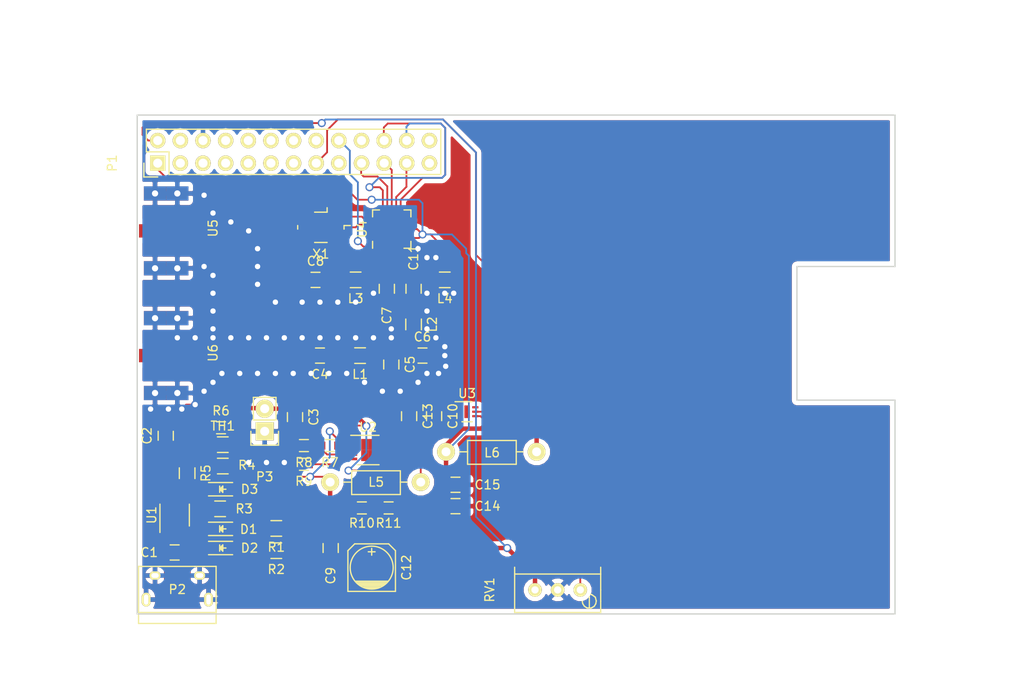
<source format=kicad_pcb>
(kicad_pcb (version 4) (host pcbnew 4.0.4-1.fc25-product)

  (general
    (links 111)
    (no_connects 11)
    (area 143.424999 124.924999 228.575001 181.075001)
    (thickness 0.6)
    (drawings 41)
    (tracks 455)
    (zones 0)
    (modules 47)
    (nets 36)
  )

  (page A3)
  (title_block
    (date "15 nov 2012")
  )

  (layers
    (0 F.Cu signal)
    (31 B.Cu signal)
    (32 B.Adhes user)
    (33 F.Adhes user)
    (34 B.Paste user)
    (35 F.Paste user)
    (36 B.SilkS user)
    (37 F.SilkS user)
    (38 B.Mask user)
    (39 F.Mask user)
    (40 Dwgs.User user)
    (41 Cmts.User user)
    (42 Eco1.User user)
    (43 Eco2.User user)
    (44 Edge.Cuts user)
  )

  (setup
    (last_trace_width 0.2)
    (user_trace_width 0.5)
    (user_trace_width 1.1)
    (trace_clearance 0.2)
    (zone_clearance 0.508)
    (zone_45_only no)
    (trace_min 0.1524)
    (segment_width 0.2)
    (edge_width 0.15)
    (via_size 0.9)
    (via_drill 0.6)
    (via_min_size 0.8)
    (via_min_drill 0.5)
    (uvia_size 0.5)
    (uvia_drill 0.1)
    (uvias_allowed no)
    (uvia_min_size 0.5)
    (uvia_min_drill 0.1)
    (pcb_text_width 0.3)
    (pcb_text_size 1 1)
    (mod_edge_width 0.15)
    (mod_text_size 1 1)
    (mod_text_width 0.15)
    (pad_size 1 1)
    (pad_drill 0.6)
    (pad_to_mask_clearance 0)
    (aux_axis_origin 143.5 181)
    (visible_elements 7FFEF7FF)
    (pcbplotparams
      (layerselection 0x00030_80000001)
      (usegerberextensions true)
      (excludeedgelayer true)
      (linewidth 0.150000)
      (plotframeref false)
      (viasonmask false)
      (mode 1)
      (useauxorigin false)
      (hpglpennumber 1)
      (hpglpenspeed 20)
      (hpglpendiameter 15)
      (hpglpenoverlay 2)
      (psnegative false)
      (psa4output false)
      (plotreference true)
      (plotvalue true)
      (plotinvisibletext false)
      (padsonsilk false)
      (subtractmaskfromsilk false)
      (outputformat 1)
      (mirror false)
      (drillshape 1)
      (scaleselection 1)
      (outputdirectory ""))
  )

  (net 0 "")
  (net 1 GND)
  (net 2 5VU)
  (net 3 VBAT)
  (net 4 "Net-(C4-Pad1)")
  (net 5 "Net-(C6-Pad1)")
  (net 6 "Net-(C7-Pad1)")
  (net 7 "Net-(C8-Pad2)")
  (net 8 "Net-(C11-Pad1)")
  (net 9 "Net-(C11-Pad2)")
  (net 10 +3V3)
  (net 11 "Net-(D1-Pad2)")
  (net 12 "Net-(D1-Pad1)")
  (net 13 "Net-(D2-Pad2)")
  (net 14 "Net-(D2-Pad1)")
  (net 15 "Net-(D3-Pad1)")
  (net 16 "Net-(L5-Pad1)")
  (net 17 "Net-(L6-Pad1)")
  (net 18 VOL)
  (net 19 SHDN)
  (net 20 SDI)
  (net 21 SDO)
  (net 22 nIRQ)
  (net 23 SCLK)
  (net 24 nSEL)
  (net 25 "Net-(R3-Pad1)")
  (net 26 "Net-(R4-Pad2)")
  (net 27 "Net-(R5-Pad1)")
  (net 28 "Net-(R7-Pad2)")
  (net 29 "Net-(R9-Pad1)")
  (net 30 "Net-(R10-Pad2)")
  (net 31 "Net-(U4-Pad16)")
  (net 32 "Net-(U4-Pad17)")
  (net 33 TXO)
  (net 34 RXI)
  (net 35 "Net-(R5-Pad2)")

  (net_class Default "This is the default net class."
    (clearance 0.2)
    (trace_width 0.2)
    (via_dia 0.9)
    (via_drill 0.6)
    (uvia_dia 0.5)
    (uvia_drill 0.1)
    (add_net +3V3)
    (add_net 5VU)
    (add_net GND)
    (add_net "Net-(C11-Pad1)")
    (add_net "Net-(C11-Pad2)")
    (add_net "Net-(C4-Pad1)")
    (add_net "Net-(C6-Pad1)")
    (add_net "Net-(C7-Pad1)")
    (add_net "Net-(C8-Pad2)")
    (add_net "Net-(D1-Pad1)")
    (add_net "Net-(D1-Pad2)")
    (add_net "Net-(D2-Pad1)")
    (add_net "Net-(D2-Pad2)")
    (add_net "Net-(D3-Pad1)")
    (add_net "Net-(L5-Pad1)")
    (add_net "Net-(L6-Pad1)")
    (add_net "Net-(R10-Pad2)")
    (add_net "Net-(R3-Pad1)")
    (add_net "Net-(R4-Pad2)")
    (add_net "Net-(R5-Pad1)")
    (add_net "Net-(R5-Pad2)")
    (add_net "Net-(R7-Pad2)")
    (add_net "Net-(R9-Pad1)")
    (add_net "Net-(U4-Pad16)")
    (add_net "Net-(U4-Pad17)")
    (add_net RXI)
    (add_net SCLK)
    (add_net SDI)
    (add_net SDO)
    (add_net SHDN)
    (add_net TXO)
    (add_net VBAT)
    (add_net VOL)
    (add_net nIRQ)
    (add_net nSEL)
  )

  (net_class Power ""
    (clearance 0.2)
    (trace_width 0.5)
    (via_dia 1)
    (via_drill 0.7)
    (uvia_dia 0.5)
    (uvia_drill 0.1)
  )

  (module Housings_DFN_QFN:DFN-10-1EP_3x3mm_Pitch0.5mm (layer F.Cu) (tedit 54130A77) (tstamp 58E071F4)
    (at 169.4 162.6)
    (descr "10-Lead Plastic Dual Flat, No Lead Package (MF) - 3x3x0.9 mm Body [DFN] (see Microchip Packaging Specification 00000049BS.pdf)")
    (tags "DFN 0.5")
    (path /58D5DCF8)
    (attr smd)
    (fp_text reference U2 (at 0 -2.575) (layer F.SilkS)
      (effects (font (size 1 1) (thickness 0.15)))
    )
    (fp_text value TPS61027 (at 0 2.575) (layer F.Fab)
      (effects (font (size 1 1) (thickness 0.15)))
    )
    (fp_line (start -2.15 -1.85) (end -2.15 1.85) (layer F.CrtYd) (width 0.05))
    (fp_line (start 2.15 -1.85) (end 2.15 1.85) (layer F.CrtYd) (width 0.05))
    (fp_line (start -2.15 -1.85) (end 2.15 -1.85) (layer F.CrtYd) (width 0.05))
    (fp_line (start -2.15 1.85) (end 2.15 1.85) (layer F.CrtYd) (width 0.05))
    (fp_line (start -1.225 1.65) (end 1.225 1.65) (layer F.SilkS) (width 0.15))
    (fp_line (start -1.95 -1.65) (end 1.225 -1.65) (layer F.SilkS) (width 0.15))
    (pad 1 smd rect (at -1.55 -1) (size 0.65 0.3) (layers F.Cu F.Paste F.Mask)
      (net 3 VBAT))
    (pad 2 smd rect (at -1.55 -0.5) (size 0.65 0.3) (layers F.Cu F.Paste F.Mask)
      (net 2 5VU))
    (pad 3 smd rect (at -1.55 0) (size 0.65 0.3) (layers F.Cu F.Paste F.Mask)
      (net 28 "Net-(R7-Pad2)"))
    (pad 4 smd rect (at -1.55 0.5) (size 0.65 0.3) (layers F.Cu F.Paste F.Mask)
      (net 29 "Net-(R9-Pad1)"))
    (pad 5 smd rect (at -1.55 1) (size 0.65 0.3) (layers F.Cu F.Paste F.Mask)
      (net 1 GND))
    (pad 6 smd rect (at 1.55 1) (size 0.65 0.3) (layers F.Cu F.Paste F.Mask)
      (net 3 VBAT))
    (pad 7 smd rect (at 1.55 0.5) (size 0.65 0.3) (layers F.Cu F.Paste F.Mask)
      (net 30 "Net-(R10-Pad2)"))
    (pad 8 smd rect (at 1.55 0) (size 0.65 0.3) (layers F.Cu F.Paste F.Mask)
      (net 1 GND))
    (pad 9 smd rect (at 1.55 -0.5) (size 0.65 0.3) (layers F.Cu F.Paste F.Mask)
      (net 16 "Net-(L5-Pad1)"))
    (pad 10 smd rect (at 1.55 -1) (size 0.65 0.3) (layers F.Cu F.Paste F.Mask)
      (net 1 GND))
    (pad 11 smd rect (at 0.3875 0.62) (size 0.775 1.24) (layers F.Cu F.Paste F.Mask)
      (solder_paste_margin_ratio -0.2))
    (pad 11 smd rect (at 0.3875 -0.62) (size 0.775 1.24) (layers F.Cu F.Paste F.Mask)
      (solder_paste_margin_ratio -0.2))
    (pad 11 smd rect (at -0.3875 0.62) (size 0.775 1.24) (layers F.Cu F.Paste F.Mask)
      (solder_paste_margin_ratio -0.2))
    (pad 11 smd rect (at -0.3875 -0.62) (size 0.775 1.24) (layers F.Cu F.Paste F.Mask)
      (solder_paste_margin_ratio -0.2))
    (model Housings_DFN_QFN.3dshapes/DFN-10-1EP_3x3mm_Pitch0.5mm.wrl
      (at (xyz 0 0 0))
      (scale (xyz 1 1 1))
      (rotate (xyz 0 0 0))
    )
  )

  (module Capacitors_SMD:C_0805 (layer F.Cu) (tedit 58E1615D) (tstamp 58E070E6)
    (at 147.7 174.1)
    (descr "Capacitor SMD 0805, reflow soldering, AVX (see smccp.pdf)")
    (tags "capacitor 0805")
    (path /58D5A66B)
    (attr smd)
    (fp_text reference C1 (at -2.85 0) (layer F.SilkS)
      (effects (font (size 1 1) (thickness 0.15)))
    )
    (fp_text value 10uF (at 0 2.1) (layer F.Fab)
      (effects (font (size 1 1) (thickness 0.15)))
    )
    (fp_line (start -1.8 -1) (end 1.8 -1) (layer F.CrtYd) (width 0.05))
    (fp_line (start -1.8 1) (end 1.8 1) (layer F.CrtYd) (width 0.05))
    (fp_line (start -1.8 -1) (end -1.8 1) (layer F.CrtYd) (width 0.05))
    (fp_line (start 1.8 -1) (end 1.8 1) (layer F.CrtYd) (width 0.05))
    (fp_line (start 0.5 -0.85) (end -0.5 -0.85) (layer F.SilkS) (width 0.15))
    (fp_line (start -0.5 0.85) (end 0.5 0.85) (layer F.SilkS) (width 0.15))
    (pad 1 smd rect (at -1 0) (size 1 1.25) (layers F.Cu F.Paste F.Mask)
      (net 2 5VU))
    (pad 2 smd rect (at 1 0) (size 1 1.25) (layers F.Cu F.Paste F.Mask)
      (net 1 GND))
    (model Capacitors_SMD.3dshapes/C_0805.wrl
      (at (xyz 0 0 0))
      (scale (xyz 1 1 1))
      (rotate (xyz 0 0 0))
    )
  )

  (module Capacitors_SMD:C_0805 (layer F.Cu) (tedit 5415D6EA) (tstamp 58E070EC)
    (at 146.7 161 90)
    (descr "Capacitor SMD 0805, reflow soldering, AVX (see smccp.pdf)")
    (tags "capacitor 0805")
    (path /58D5CC69)
    (attr smd)
    (fp_text reference C2 (at 0 -2.1 90) (layer F.SilkS)
      (effects (font (size 1 1) (thickness 0.15)))
    )
    (fp_text value 10uF (at 0 2.1 90) (layer F.Fab)
      (effects (font (size 1 1) (thickness 0.15)))
    )
    (fp_line (start -1.8 -1) (end 1.8 -1) (layer F.CrtYd) (width 0.05))
    (fp_line (start -1.8 1) (end 1.8 1) (layer F.CrtYd) (width 0.05))
    (fp_line (start -1.8 -1) (end -1.8 1) (layer F.CrtYd) (width 0.05))
    (fp_line (start 1.8 -1) (end 1.8 1) (layer F.CrtYd) (width 0.05))
    (fp_line (start 0.5 -0.85) (end -0.5 -0.85) (layer F.SilkS) (width 0.15))
    (fp_line (start -0.5 0.85) (end 0.5 0.85) (layer F.SilkS) (width 0.15))
    (pad 1 smd rect (at -1 0 90) (size 1 1.25) (layers F.Cu F.Paste F.Mask)
      (net 3 VBAT))
    (pad 2 smd rect (at 1 0 90) (size 1 1.25) (layers F.Cu F.Paste F.Mask)
      (net 1 GND))
    (model Capacitors_SMD.3dshapes/C_0805.wrl
      (at (xyz 0 0 0))
      (scale (xyz 1 1 1))
      (rotate (xyz 0 0 0))
    )
  )

  (module Capacitors_SMD:C_0805 (layer F.Cu) (tedit 5415D6EA) (tstamp 58E070F2)
    (at 161.2 158.9 270)
    (descr "Capacitor SMD 0805, reflow soldering, AVX (see smccp.pdf)")
    (tags "capacitor 0805")
    (path /58D5E5C8)
    (attr smd)
    (fp_text reference C3 (at 0 -2.1 270) (layer F.SilkS)
      (effects (font (size 1 1) (thickness 0.15)))
    )
    (fp_text value 10uF (at 0 2.1 270) (layer F.Fab)
      (effects (font (size 1 1) (thickness 0.15)))
    )
    (fp_line (start -1.8 -1) (end 1.8 -1) (layer F.CrtYd) (width 0.05))
    (fp_line (start -1.8 1) (end 1.8 1) (layer F.CrtYd) (width 0.05))
    (fp_line (start -1.8 -1) (end -1.8 1) (layer F.CrtYd) (width 0.05))
    (fp_line (start 1.8 -1) (end 1.8 1) (layer F.CrtYd) (width 0.05))
    (fp_line (start 0.5 -0.85) (end -0.5 -0.85) (layer F.SilkS) (width 0.15))
    (fp_line (start -0.5 0.85) (end 0.5 0.85) (layer F.SilkS) (width 0.15))
    (pad 1 smd rect (at -1 0 270) (size 1 1.25) (layers F.Cu F.Paste F.Mask)
      (net 3 VBAT))
    (pad 2 smd rect (at 1 0 270) (size 1 1.25) (layers F.Cu F.Paste F.Mask)
      (net 1 GND))
    (model Capacitors_SMD.3dshapes/C_0805.wrl
      (at (xyz 0 0 0))
      (scale (xyz 1 1 1))
      (rotate (xyz 0 0 0))
    )
  )

  (module Capacitors_SMD:C_0805 (layer F.Cu) (tedit 5415D6EA) (tstamp 58E070F8)
    (at 164 152 180)
    (descr "Capacitor SMD 0805, reflow soldering, AVX (see smccp.pdf)")
    (tags "capacitor 0805")
    (path /58D593BC)
    (attr smd)
    (fp_text reference C4 (at 0 -2.1 180) (layer F.SilkS)
      (effects (font (size 1 1) (thickness 0.15)))
    )
    (fp_text value C (at 0 2.1 180) (layer F.Fab)
      (effects (font (size 1 1) (thickness 0.15)))
    )
    (fp_line (start -1.8 -1) (end 1.8 -1) (layer F.CrtYd) (width 0.05))
    (fp_line (start -1.8 1) (end 1.8 1) (layer F.CrtYd) (width 0.05))
    (fp_line (start -1.8 -1) (end -1.8 1) (layer F.CrtYd) (width 0.05))
    (fp_line (start 1.8 -1) (end 1.8 1) (layer F.CrtYd) (width 0.05))
    (fp_line (start 0.5 -0.85) (end -0.5 -0.85) (layer F.SilkS) (width 0.15))
    (fp_line (start -0.5 0.85) (end 0.5 0.85) (layer F.SilkS) (width 0.15))
    (pad 1 smd rect (at -1 0 180) (size 1 1.25) (layers F.Cu F.Paste F.Mask)
      (net 4 "Net-(C4-Pad1)"))
    (pad 2 smd rect (at 1 0 180) (size 1 1.25) (layers F.Cu F.Paste F.Mask)
      (net 33 TXO))
    (model Capacitors_SMD.3dshapes/C_0805.wrl
      (at (xyz 0 0 0))
      (scale (xyz 1 1 1))
      (rotate (xyz 0 0 0))
    )
  )

  (module Capacitors_SMD:C_0805 (layer F.Cu) (tedit 5415D6EA) (tstamp 58E070FE)
    (at 172 153 270)
    (descr "Capacitor SMD 0805, reflow soldering, AVX (see smccp.pdf)")
    (tags "capacitor 0805")
    (path /58D59236)
    (attr smd)
    (fp_text reference C5 (at 0 -2.1 270) (layer F.SilkS)
      (effects (font (size 1 1) (thickness 0.15)))
    )
    (fp_text value C (at 0 2.1 270) (layer F.Fab)
      (effects (font (size 1 1) (thickness 0.15)))
    )
    (fp_line (start -1.8 -1) (end 1.8 -1) (layer F.CrtYd) (width 0.05))
    (fp_line (start -1.8 1) (end 1.8 1) (layer F.CrtYd) (width 0.05))
    (fp_line (start -1.8 -1) (end -1.8 1) (layer F.CrtYd) (width 0.05))
    (fp_line (start 1.8 -1) (end 1.8 1) (layer F.CrtYd) (width 0.05))
    (fp_line (start 0.5 -0.85) (end -0.5 -0.85) (layer F.SilkS) (width 0.15))
    (fp_line (start -0.5 0.85) (end 0.5 0.85) (layer F.SilkS) (width 0.15))
    (pad 1 smd rect (at -1 0 270) (size 1 1.25) (layers F.Cu F.Paste F.Mask)
      (net 4 "Net-(C4-Pad1)"))
    (pad 2 smd rect (at 1 0 270) (size 1 1.25) (layers F.Cu F.Paste F.Mask)
      (net 1 GND))
    (model Capacitors_SMD.3dshapes/C_0805.wrl
      (at (xyz 0 0 0))
      (scale (xyz 1 1 1))
      (rotate (xyz 0 0 0))
    )
  )

  (module Capacitors_SMD:C_0805 (layer F.Cu) (tedit 5415D6EA) (tstamp 58E07104)
    (at 175.5 152)
    (descr "Capacitor SMD 0805, reflow soldering, AVX (see smccp.pdf)")
    (tags "capacitor 0805")
    (path /58D59120)
    (attr smd)
    (fp_text reference C6 (at 0 -2.1) (layer F.SilkS)
      (effects (font (size 1 1) (thickness 0.15)))
    )
    (fp_text value C (at 0 2.1) (layer F.Fab)
      (effects (font (size 1 1) (thickness 0.15)))
    )
    (fp_line (start -1.8 -1) (end 1.8 -1) (layer F.CrtYd) (width 0.05))
    (fp_line (start -1.8 1) (end 1.8 1) (layer F.CrtYd) (width 0.05))
    (fp_line (start -1.8 -1) (end -1.8 1) (layer F.CrtYd) (width 0.05))
    (fp_line (start 1.8 -1) (end 1.8 1) (layer F.CrtYd) (width 0.05))
    (fp_line (start 0.5 -0.85) (end -0.5 -0.85) (layer F.SilkS) (width 0.15))
    (fp_line (start -0.5 0.85) (end 0.5 0.85) (layer F.SilkS) (width 0.15))
    (pad 1 smd rect (at -1 0) (size 1 1.25) (layers F.Cu F.Paste F.Mask)
      (net 5 "Net-(C6-Pad1)"))
    (pad 2 smd rect (at 1 0) (size 1 1.25) (layers F.Cu F.Paste F.Mask)
      (net 1 GND))
    (model Capacitors_SMD.3dshapes/C_0805.wrl
      (at (xyz 0 0 0))
      (scale (xyz 1 1 1))
      (rotate (xyz 0 0 0))
    )
  )

  (module Capacitors_SMD:C_0805 (layer F.Cu) (tedit 58E07DF8) (tstamp 58E0710A)
    (at 171.5 144.5 270)
    (descr "Capacitor SMD 0805, reflow soldering, AVX (see smccp.pdf)")
    (tags "capacitor 0805")
    (path /58D596B1)
    (attr smd)
    (fp_text reference C7 (at 3 0 270) (layer F.SilkS)
      (effects (font (size 1 1) (thickness 0.15)))
    )
    (fp_text value C (at 0 2.1 270) (layer F.Fab)
      (effects (font (size 1 1) (thickness 0.15)))
    )
    (fp_line (start -1.8 -1) (end 1.8 -1) (layer F.CrtYd) (width 0.05))
    (fp_line (start -1.8 1) (end 1.8 1) (layer F.CrtYd) (width 0.05))
    (fp_line (start -1.8 -1) (end -1.8 1) (layer F.CrtYd) (width 0.05))
    (fp_line (start 1.8 -1) (end 1.8 1) (layer F.CrtYd) (width 0.05))
    (fp_line (start 0.5 -0.85) (end -0.5 -0.85) (layer F.SilkS) (width 0.15))
    (fp_line (start -0.5 0.85) (end 0.5 0.85) (layer F.SilkS) (width 0.15))
    (pad 1 smd rect (at -1 0 270) (size 1 1.25) (layers F.Cu F.Paste F.Mask)
      (net 6 "Net-(C7-Pad1)"))
    (pad 2 smd rect (at 1 0 270) (size 1 1.25) (layers F.Cu F.Paste F.Mask)
      (net 34 RXI))
    (model Capacitors_SMD.3dshapes/C_0805.wrl
      (at (xyz 0 0 0))
      (scale (xyz 1 1 1))
      (rotate (xyz 0 0 0))
    )
  )

  (module Capacitors_SMD:C_0805 (layer F.Cu) (tedit 5415D6EA) (tstamp 58E07110)
    (at 163.5 143.5)
    (descr "Capacitor SMD 0805, reflow soldering, AVX (see smccp.pdf)")
    (tags "capacitor 0805")
    (path /58D59617)
    (attr smd)
    (fp_text reference C8 (at 0 -2.1) (layer F.SilkS)
      (effects (font (size 1 1) (thickness 0.15)))
    )
    (fp_text value C (at 0 2.1) (layer F.Fab)
      (effects (font (size 1 1) (thickness 0.15)))
    )
    (fp_line (start -1.8 -1) (end 1.8 -1) (layer F.CrtYd) (width 0.05))
    (fp_line (start -1.8 1) (end 1.8 1) (layer F.CrtYd) (width 0.05))
    (fp_line (start -1.8 -1) (end -1.8 1) (layer F.CrtYd) (width 0.05))
    (fp_line (start 1.8 -1) (end 1.8 1) (layer F.CrtYd) (width 0.05))
    (fp_line (start 0.5 -0.85) (end -0.5 -0.85) (layer F.SilkS) (width 0.15))
    (fp_line (start -0.5 0.85) (end 0.5 0.85) (layer F.SilkS) (width 0.15))
    (pad 1 smd rect (at -1 0) (size 1 1.25) (layers F.Cu F.Paste F.Mask)
      (net 1 GND))
    (pad 2 smd rect (at 1 0) (size 1 1.25) (layers F.Cu F.Paste F.Mask)
      (net 7 "Net-(C8-Pad2)"))
    (model Capacitors_SMD.3dshapes/C_0805.wrl
      (at (xyz 0 0 0))
      (scale (xyz 1 1 1))
      (rotate (xyz 0 0 0))
    )
  )

  (module Capacitors_SMD:C_0805 (layer F.Cu) (tedit 58E16BAD) (tstamp 58E07116)
    (at 165.2 173.6 270)
    (descr "Capacitor SMD 0805, reflow soldering, AVX (see smccp.pdf)")
    (tags "capacitor 0805")
    (path /58D60C77)
    (attr smd)
    (fp_text reference C9 (at 3.1 0 270) (layer F.SilkS)
      (effects (font (size 1 1) (thickness 0.15)))
    )
    (fp_text value 10uF (at 0 2.1 270) (layer F.Fab)
      (effects (font (size 1 1) (thickness 0.15)))
    )
    (fp_line (start -1.8 -1) (end 1.8 -1) (layer F.CrtYd) (width 0.05))
    (fp_line (start -1.8 1) (end 1.8 1) (layer F.CrtYd) (width 0.05))
    (fp_line (start -1.8 -1) (end -1.8 1) (layer F.CrtYd) (width 0.05))
    (fp_line (start 1.8 -1) (end 1.8 1) (layer F.CrtYd) (width 0.05))
    (fp_line (start 0.5 -0.85) (end -0.5 -0.85) (layer F.SilkS) (width 0.15))
    (fp_line (start -0.5 0.85) (end 0.5 0.85) (layer F.SilkS) (width 0.15))
    (pad 1 smd rect (at -1 0 270) (size 1 1.25) (layers F.Cu F.Paste F.Mask)
      (net 2 5VU))
    (pad 2 smd rect (at 1 0 270) (size 1 1.25) (layers F.Cu F.Paste F.Mask)
      (net 1 GND))
    (model Capacitors_SMD.3dshapes/C_0805.wrl
      (at (xyz 0 0 0))
      (scale (xyz 1 1 1))
      (rotate (xyz 0 0 0))
    )
  )

  (module Capacitors_SMD:C_0805 (layer F.Cu) (tedit 5415D6EA) (tstamp 58E0711C)
    (at 176.8 158.8 270)
    (descr "Capacitor SMD 0805, reflow soldering, AVX (see smccp.pdf)")
    (tags "capacitor 0805")
    (path /58D648BA)
    (attr smd)
    (fp_text reference C10 (at 0 -2.1 270) (layer F.SilkS)
      (effects (font (size 1 1) (thickness 0.15)))
    )
    (fp_text value 10uF (at 0 2.1 270) (layer F.Fab)
      (effects (font (size 1 1) (thickness 0.15)))
    )
    (fp_line (start -1.8 -1) (end 1.8 -1) (layer F.CrtYd) (width 0.05))
    (fp_line (start -1.8 1) (end 1.8 1) (layer F.CrtYd) (width 0.05))
    (fp_line (start -1.8 -1) (end -1.8 1) (layer F.CrtYd) (width 0.05))
    (fp_line (start 1.8 -1) (end 1.8 1) (layer F.CrtYd) (width 0.05))
    (fp_line (start 0.5 -0.85) (end -0.5 -0.85) (layer F.SilkS) (width 0.15))
    (fp_line (start -0.5 0.85) (end 0.5 0.85) (layer F.SilkS) (width 0.15))
    (pad 1 smd rect (at -1 0 270) (size 1 1.25) (layers F.Cu F.Paste F.Mask)
      (net 3 VBAT))
    (pad 2 smd rect (at 1 0 270) (size 1 1.25) (layers F.Cu F.Paste F.Mask)
      (net 1 GND))
    (model Capacitors_SMD.3dshapes/C_0805.wrl
      (at (xyz 0 0 0))
      (scale (xyz 1 1 1))
      (rotate (xyz 0 0 0))
    )
  )

  (module Capacitors_SMD:C_0805 (layer F.Cu) (tedit 58E07DFB) (tstamp 58E07122)
    (at 174.5 144.5 270)
    (descr "Capacitor SMD 0805, reflow soldering, AVX (see smccp.pdf)")
    (tags "capacitor 0805")
    (path /58D58EE8)
    (attr smd)
    (fp_text reference C11 (at -3.5 0 270) (layer F.SilkS)
      (effects (font (size 1 1) (thickness 0.15)))
    )
    (fp_text value C (at 0 2.1 270) (layer F.Fab)
      (effects (font (size 1 1) (thickness 0.15)))
    )
    (fp_line (start -1.8 -1) (end 1.8 -1) (layer F.CrtYd) (width 0.05))
    (fp_line (start -1.8 1) (end 1.8 1) (layer F.CrtYd) (width 0.05))
    (fp_line (start -1.8 -1) (end -1.8 1) (layer F.CrtYd) (width 0.05))
    (fp_line (start 1.8 -1) (end 1.8 1) (layer F.CrtYd) (width 0.05))
    (fp_line (start 0.5 -0.85) (end -0.5 -0.85) (layer F.SilkS) (width 0.15))
    (fp_line (start -0.5 0.85) (end 0.5 0.85) (layer F.SilkS) (width 0.15))
    (pad 1 smd rect (at -1 0 270) (size 1 1.25) (layers F.Cu F.Paste F.Mask)
      (net 8 "Net-(C11-Pad1)"))
    (pad 2 smd rect (at 1 0 270) (size 1 1.25) (layers F.Cu F.Paste F.Mask)
      (net 9 "Net-(C11-Pad2)"))
    (model Capacitors_SMD.3dshapes/C_0805.wrl
      (at (xyz 0 0 0))
      (scale (xyz 1 1 1))
      (rotate (xyz 0 0 0))
    )
  )

  (module Capacitors_SMD:c_elec_5x5.3 (layer F.Cu) (tedit 58E16BA9) (tstamp 58E07128)
    (at 169.8 175.8 90)
    (descr "SMT capacitor, aluminium electrolytic, 5x5.3")
    (path /58D60CDE)
    (attr smd)
    (fp_text reference C12 (at 0 3.9 90) (layer F.SilkS)
      (effects (font (size 1 1) (thickness 0.15)))
    )
    (fp_text value 47uF (at 0 3.81 90) (layer F.Fab)
      (effects (font (size 1 1) (thickness 0.15)))
    )
    (fp_line (start -3.95 -3) (end 3.95 -3) (layer F.CrtYd) (width 0.05))
    (fp_line (start 3.95 -3) (end 3.95 3) (layer F.CrtYd) (width 0.05))
    (fp_line (start 3.95 3) (end -3.95 3) (layer F.CrtYd) (width 0.05))
    (fp_line (start -3.95 3) (end -3.95 -3) (layer F.CrtYd) (width 0.05))
    (fp_line (start -2.286 -0.635) (end -2.286 0.762) (layer F.SilkS) (width 0.15))
    (fp_line (start -2.159 -0.889) (end -2.159 0.889) (layer F.SilkS) (width 0.15))
    (fp_line (start -2.032 -1.27) (end -2.032 1.27) (layer F.SilkS) (width 0.15))
    (fp_line (start -1.905 1.397) (end -1.905 -1.397) (layer F.SilkS) (width 0.15))
    (fp_line (start -1.778 -1.524) (end -1.778 1.524) (layer F.SilkS) (width 0.15))
    (fp_line (start -1.651 1.651) (end -1.651 -1.651) (layer F.SilkS) (width 0.15))
    (fp_line (start -1.524 -1.778) (end -1.524 1.778) (layer F.SilkS) (width 0.15))
    (fp_line (start -2.667 -2.667) (end 1.905 -2.667) (layer F.SilkS) (width 0.15))
    (fp_line (start 1.905 -2.667) (end 2.667 -1.905) (layer F.SilkS) (width 0.15))
    (fp_line (start 2.667 -1.905) (end 2.667 1.905) (layer F.SilkS) (width 0.15))
    (fp_line (start 2.667 1.905) (end 1.905 2.667) (layer F.SilkS) (width 0.15))
    (fp_line (start 1.905 2.667) (end -2.667 2.667) (layer F.SilkS) (width 0.15))
    (fp_line (start -2.667 2.667) (end -2.667 -2.667) (layer F.SilkS) (width 0.15))
    (fp_line (start 2.159 0) (end 1.397 0) (layer F.SilkS) (width 0.15))
    (fp_line (start 1.778 -0.381) (end 1.778 0.381) (layer F.SilkS) (width 0.15))
    (fp_circle (center 0 0) (end -2.413 0) (layer F.SilkS) (width 0.15))
    (pad 1 smd rect (at 2.19964 0 90) (size 2.99974 1.6002) (layers F.Cu F.Paste F.Mask)
      (net 2 5VU))
    (pad 2 smd rect (at -2.19964 0 90) (size 2.99974 1.6002) (layers F.Cu F.Paste F.Mask)
      (net 1 GND))
    (model Capacitors_SMD.3dshapes/c_elec_5x5.3.wrl
      (at (xyz 0 0 0))
      (scale (xyz 1 1 1))
      (rotate (xyz 0 0 0))
    )
  )

  (module Capacitors_SMD:C_0805 (layer F.Cu) (tedit 5415D6EA) (tstamp 58E0712E)
    (at 174 158.8 270)
    (descr "Capacitor SMD 0805, reflow soldering, AVX (see smccp.pdf)")
    (tags "capacitor 0805")
    (path /58D64A47)
    (attr smd)
    (fp_text reference C13 (at 0 -2.1 270) (layer F.SilkS)
      (effects (font (size 1 1) (thickness 0.15)))
    )
    (fp_text value 10uF (at 0 2.1 270) (layer F.Fab)
      (effects (font (size 1 1) (thickness 0.15)))
    )
    (fp_line (start -1.8 -1) (end 1.8 -1) (layer F.CrtYd) (width 0.05))
    (fp_line (start -1.8 1) (end 1.8 1) (layer F.CrtYd) (width 0.05))
    (fp_line (start -1.8 -1) (end -1.8 1) (layer F.CrtYd) (width 0.05))
    (fp_line (start 1.8 -1) (end 1.8 1) (layer F.CrtYd) (width 0.05))
    (fp_line (start 0.5 -0.85) (end -0.5 -0.85) (layer F.SilkS) (width 0.15))
    (fp_line (start -0.5 0.85) (end 0.5 0.85) (layer F.SilkS) (width 0.15))
    (pad 1 smd rect (at -1 0 270) (size 1 1.25) (layers F.Cu F.Paste F.Mask)
      (net 3 VBAT))
    (pad 2 smd rect (at 1 0 270) (size 1 1.25) (layers F.Cu F.Paste F.Mask)
      (net 1 GND))
    (model Capacitors_SMD.3dshapes/C_0805.wrl
      (at (xyz 0 0 0))
      (scale (xyz 1 1 1))
      (rotate (xyz 0 0 0))
    )
  )

  (module Capacitors_SMD:C_0805 (layer F.Cu) (tedit 58E16B88) (tstamp 58E07134)
    (at 179.2 168.9)
    (descr "Capacitor SMD 0805, reflow soldering, AVX (see smccp.pdf)")
    (tags "capacitor 0805")
    (path /58D65671)
    (attr smd)
    (fp_text reference C14 (at 3.6 0) (layer F.SilkS)
      (effects (font (size 1 1) (thickness 0.15)))
    )
    (fp_text value 10uF (at 0 2.1) (layer F.Fab)
      (effects (font (size 1 1) (thickness 0.15)))
    )
    (fp_line (start -1.8 -1) (end 1.8 -1) (layer F.CrtYd) (width 0.05))
    (fp_line (start -1.8 1) (end 1.8 1) (layer F.CrtYd) (width 0.05))
    (fp_line (start -1.8 -1) (end -1.8 1) (layer F.CrtYd) (width 0.05))
    (fp_line (start 1.8 -1) (end 1.8 1) (layer F.CrtYd) (width 0.05))
    (fp_line (start 0.5 -0.85) (end -0.5 -0.85) (layer F.SilkS) (width 0.15))
    (fp_line (start -0.5 0.85) (end 0.5 0.85) (layer F.SilkS) (width 0.15))
    (pad 1 smd rect (at -1 0) (size 1 1.25) (layers F.Cu F.Paste F.Mask)
      (net 10 +3V3))
    (pad 2 smd rect (at 1 0) (size 1 1.25) (layers F.Cu F.Paste F.Mask)
      (net 1 GND))
    (model Capacitors_SMD.3dshapes/C_0805.wrl
      (at (xyz 0 0 0))
      (scale (xyz 1 1 1))
      (rotate (xyz 0 0 0))
    )
  )

  (module Capacitors_SMD:C_0805 (layer F.Cu) (tedit 58E16B84) (tstamp 58E0713A)
    (at 179.2 166.5)
    (descr "Capacitor SMD 0805, reflow soldering, AVX (see smccp.pdf)")
    (tags "capacitor 0805")
    (path /58D65711)
    (attr smd)
    (fp_text reference C15 (at 3.6 0) (layer F.SilkS)
      (effects (font (size 1 1) (thickness 0.15)))
    )
    (fp_text value 10uF (at 0 2.1) (layer F.Fab)
      (effects (font (size 1 1) (thickness 0.15)))
    )
    (fp_line (start -1.8 -1) (end 1.8 -1) (layer F.CrtYd) (width 0.05))
    (fp_line (start -1.8 1) (end 1.8 1) (layer F.CrtYd) (width 0.05))
    (fp_line (start -1.8 -1) (end -1.8 1) (layer F.CrtYd) (width 0.05))
    (fp_line (start 1.8 -1) (end 1.8 1) (layer F.CrtYd) (width 0.05))
    (fp_line (start 0.5 -0.85) (end -0.5 -0.85) (layer F.SilkS) (width 0.15))
    (fp_line (start -0.5 0.85) (end 0.5 0.85) (layer F.SilkS) (width 0.15))
    (pad 1 smd rect (at -1 0) (size 1 1.25) (layers F.Cu F.Paste F.Mask)
      (net 10 +3V3))
    (pad 2 smd rect (at 1 0) (size 1 1.25) (layers F.Cu F.Paste F.Mask)
      (net 1 GND))
    (model Capacitors_SMD.3dshapes/C_0805.wrl
      (at (xyz 0 0 0))
      (scale (xyz 1 1 1))
      (rotate (xyz 0 0 0))
    )
  )

  (module LEDs:LED_0805 (layer F.Cu) (tedit 58E164E8) (tstamp 58E07140)
    (at 153.1 171.45)
    (descr "LED 0805 smd package")
    (tags "LED 0805 SMD")
    (path /58D5B293)
    (attr smd)
    (fp_text reference D1 (at 2.9 0.05) (layer F.SilkS)
      (effects (font (size 1 1) (thickness 0.15)))
    )
    (fp_text value LED (at 0 1.75) (layer F.Fab)
      (effects (font (size 1 1) (thickness 0.15)))
    )
    (fp_line (start -1.6 0.75) (end 1.1 0.75) (layer F.SilkS) (width 0.15))
    (fp_line (start -1.6 -0.75) (end 1.1 -0.75) (layer F.SilkS) (width 0.15))
    (fp_line (start -0.1 0.15) (end -0.1 -0.1) (layer F.SilkS) (width 0.15))
    (fp_line (start -0.1 -0.1) (end -0.25 0.05) (layer F.SilkS) (width 0.15))
    (fp_line (start -0.35 -0.35) (end -0.35 0.35) (layer F.SilkS) (width 0.15))
    (fp_line (start 0 0) (end 0.35 0) (layer F.SilkS) (width 0.15))
    (fp_line (start -0.35 0) (end 0 -0.35) (layer F.SilkS) (width 0.15))
    (fp_line (start 0 -0.35) (end 0 0.35) (layer F.SilkS) (width 0.15))
    (fp_line (start 0 0.35) (end -0.35 0) (layer F.SilkS) (width 0.15))
    (fp_line (start 1.9 -0.95) (end 1.9 0.95) (layer F.CrtYd) (width 0.05))
    (fp_line (start 1.9 0.95) (end -1.9 0.95) (layer F.CrtYd) (width 0.05))
    (fp_line (start -1.9 0.95) (end -1.9 -0.95) (layer F.CrtYd) (width 0.05))
    (fp_line (start -1.9 -0.95) (end 1.9 -0.95) (layer F.CrtYd) (width 0.05))
    (pad 2 smd rect (at 1.04902 0 180) (size 1.19888 1.19888) (layers F.Cu F.Paste F.Mask)
      (net 11 "Net-(D1-Pad2)"))
    (pad 1 smd rect (at -1.04902 0 180) (size 1.19888 1.19888) (layers F.Cu F.Paste F.Mask)
      (net 12 "Net-(D1-Pad1)"))
    (model LEDs.3dshapes/LED_0805.wrl
      (at (xyz 0 0 0))
      (scale (xyz 1 1 1))
      (rotate (xyz 0 0 0))
    )
  )

  (module LEDs:LED_0805 (layer F.Cu) (tedit 58E164E3) (tstamp 58E07146)
    (at 153.1 173.6)
    (descr "LED 0805 smd package")
    (tags "LED 0805 SMD")
    (path /58D5AFBE)
    (attr smd)
    (fp_text reference D2 (at 3 0) (layer F.SilkS)
      (effects (font (size 1 1) (thickness 0.15)))
    )
    (fp_text value LED (at 0 1.75) (layer F.Fab)
      (effects (font (size 1 1) (thickness 0.15)))
    )
    (fp_line (start -1.6 0.75) (end 1.1 0.75) (layer F.SilkS) (width 0.15))
    (fp_line (start -1.6 -0.75) (end 1.1 -0.75) (layer F.SilkS) (width 0.15))
    (fp_line (start -0.1 0.15) (end -0.1 -0.1) (layer F.SilkS) (width 0.15))
    (fp_line (start -0.1 -0.1) (end -0.25 0.05) (layer F.SilkS) (width 0.15))
    (fp_line (start -0.35 -0.35) (end -0.35 0.35) (layer F.SilkS) (width 0.15))
    (fp_line (start 0 0) (end 0.35 0) (layer F.SilkS) (width 0.15))
    (fp_line (start -0.35 0) (end 0 -0.35) (layer F.SilkS) (width 0.15))
    (fp_line (start 0 -0.35) (end 0 0.35) (layer F.SilkS) (width 0.15))
    (fp_line (start 0 0.35) (end -0.35 0) (layer F.SilkS) (width 0.15))
    (fp_line (start 1.9 -0.95) (end 1.9 0.95) (layer F.CrtYd) (width 0.05))
    (fp_line (start 1.9 0.95) (end -1.9 0.95) (layer F.CrtYd) (width 0.05))
    (fp_line (start -1.9 0.95) (end -1.9 -0.95) (layer F.CrtYd) (width 0.05))
    (fp_line (start -1.9 -0.95) (end 1.9 -0.95) (layer F.CrtYd) (width 0.05))
    (pad 2 smd rect (at 1.04902 0 180) (size 1.19888 1.19888) (layers F.Cu F.Paste F.Mask)
      (net 13 "Net-(D2-Pad2)"))
    (pad 1 smd rect (at -1.04902 0 180) (size 1.19888 1.19888) (layers F.Cu F.Paste F.Mask)
      (net 14 "Net-(D2-Pad1)"))
    (model LEDs.3dshapes/LED_0805.wrl
      (at (xyz 0 0 0))
      (scale (xyz 1 1 1))
      (rotate (xyz 0 0 0))
    )
  )

  (module LEDs:LED_0805 (layer F.Cu) (tedit 58E164DB) (tstamp 58E0714C)
    (at 153.1 167)
    (descr "LED 0805 smd package")
    (tags "LED 0805 SMD")
    (path /58D5C01B)
    (attr smd)
    (fp_text reference D3 (at 3 0) (layer F.SilkS)
      (effects (font (size 1 1) (thickness 0.15)))
    )
    (fp_text value LED (at 0 1.75) (layer F.Fab)
      (effects (font (size 1 1) (thickness 0.15)))
    )
    (fp_line (start -1.6 0.75) (end 1.1 0.75) (layer F.SilkS) (width 0.15))
    (fp_line (start -1.6 -0.75) (end 1.1 -0.75) (layer F.SilkS) (width 0.15))
    (fp_line (start -0.1 0.15) (end -0.1 -0.1) (layer F.SilkS) (width 0.15))
    (fp_line (start -0.1 -0.1) (end -0.25 0.05) (layer F.SilkS) (width 0.15))
    (fp_line (start -0.35 -0.35) (end -0.35 0.35) (layer F.SilkS) (width 0.15))
    (fp_line (start 0 0) (end 0.35 0) (layer F.SilkS) (width 0.15))
    (fp_line (start -0.35 0) (end 0 -0.35) (layer F.SilkS) (width 0.15))
    (fp_line (start 0 -0.35) (end 0 0.35) (layer F.SilkS) (width 0.15))
    (fp_line (start 0 0.35) (end -0.35 0) (layer F.SilkS) (width 0.15))
    (fp_line (start 1.9 -0.95) (end 1.9 0.95) (layer F.CrtYd) (width 0.05))
    (fp_line (start 1.9 0.95) (end -1.9 0.95) (layer F.CrtYd) (width 0.05))
    (fp_line (start -1.9 0.95) (end -1.9 -0.95) (layer F.CrtYd) (width 0.05))
    (fp_line (start -1.9 -0.95) (end 1.9 -0.95) (layer F.CrtYd) (width 0.05))
    (pad 2 smd rect (at 1.04902 0 180) (size 1.19888 1.19888) (layers F.Cu F.Paste F.Mask)
      (net 2 5VU))
    (pad 1 smd rect (at -1.04902 0 180) (size 1.19888 1.19888) (layers F.Cu F.Paste F.Mask)
      (net 15 "Net-(D3-Pad1)"))
    (model LEDs.3dshapes/LED_0805.wrl
      (at (xyz 0 0 0))
      (scale (xyz 1 1 1))
      (rotate (xyz 0 0 0))
    )
  )

  (module Resistors_SMD:R_0805 (layer F.Cu) (tedit 5415CDEB) (tstamp 58E07152)
    (at 168.5 152 180)
    (descr "Resistor SMD 0805, reflow soldering, Vishay (see dcrcw.pdf)")
    (tags "resistor 0805")
    (path /58D59175)
    (attr smd)
    (fp_text reference L1 (at 0 -2.1 180) (layer F.SilkS)
      (effects (font (size 1 1) (thickness 0.15)))
    )
    (fp_text value L_Small (at 0 2.1 180) (layer F.Fab)
      (effects (font (size 1 1) (thickness 0.15)))
    )
    (fp_line (start -1.6 -1) (end 1.6 -1) (layer F.CrtYd) (width 0.05))
    (fp_line (start -1.6 1) (end 1.6 1) (layer F.CrtYd) (width 0.05))
    (fp_line (start -1.6 -1) (end -1.6 1) (layer F.CrtYd) (width 0.05))
    (fp_line (start 1.6 -1) (end 1.6 1) (layer F.CrtYd) (width 0.05))
    (fp_line (start 0.6 0.875) (end -0.6 0.875) (layer F.SilkS) (width 0.15))
    (fp_line (start -0.6 -0.875) (end 0.6 -0.875) (layer F.SilkS) (width 0.15))
    (pad 1 smd rect (at -0.95 0 180) (size 0.7 1.3) (layers F.Cu F.Paste F.Mask)
      (net 5 "Net-(C6-Pad1)"))
    (pad 2 smd rect (at 0.95 0 180) (size 0.7 1.3) (layers F.Cu F.Paste F.Mask)
      (net 4 "Net-(C4-Pad1)"))
    (model Resistors_SMD.3dshapes/R_0805.wrl
      (at (xyz 0 0 0))
      (scale (xyz 1 1 1))
      (rotate (xyz 0 0 0))
    )
  )

  (module Resistors_SMD:R_0805 (layer F.Cu) (tedit 5415CDEB) (tstamp 58E07158)
    (at 174.5 148.5 270)
    (descr "Resistor SMD 0805, reflow soldering, Vishay (see dcrcw.pdf)")
    (tags "resistor 0805")
    (path /58D5903A)
    (attr smd)
    (fp_text reference L2 (at 0 -2.1 270) (layer F.SilkS)
      (effects (font (size 1 1) (thickness 0.15)))
    )
    (fp_text value L_Small (at 0 2.1 270) (layer F.Fab)
      (effects (font (size 1 1) (thickness 0.15)))
    )
    (fp_line (start -1.6 -1) (end 1.6 -1) (layer F.CrtYd) (width 0.05))
    (fp_line (start -1.6 1) (end 1.6 1) (layer F.CrtYd) (width 0.05))
    (fp_line (start -1.6 -1) (end -1.6 1) (layer F.CrtYd) (width 0.05))
    (fp_line (start 1.6 -1) (end 1.6 1) (layer F.CrtYd) (width 0.05))
    (fp_line (start 0.6 0.875) (end -0.6 0.875) (layer F.SilkS) (width 0.15))
    (fp_line (start -0.6 -0.875) (end 0.6 -0.875) (layer F.SilkS) (width 0.15))
    (pad 1 smd rect (at -0.95 0 270) (size 0.7 1.3) (layers F.Cu F.Paste F.Mask)
      (net 9 "Net-(C11-Pad2)"))
    (pad 2 smd rect (at 0.95 0 270) (size 0.7 1.3) (layers F.Cu F.Paste F.Mask)
      (net 5 "Net-(C6-Pad1)"))
    (model Resistors_SMD.3dshapes/R_0805.wrl
      (at (xyz 0 0 0))
      (scale (xyz 1 1 1))
      (rotate (xyz 0 0 0))
    )
  )

  (module Resistors_SMD:R_0805 (layer F.Cu) (tedit 5415CDEB) (tstamp 58E0715E)
    (at 168 143.5 180)
    (descr "Resistor SMD 0805, reflow soldering, Vishay (see dcrcw.pdf)")
    (tags "resistor 0805")
    (path /58D59535)
    (attr smd)
    (fp_text reference L3 (at 0 -2.1 180) (layer F.SilkS)
      (effects (font (size 1 1) (thickness 0.15)))
    )
    (fp_text value L_Small (at 0 2.1 180) (layer F.Fab)
      (effects (font (size 1 1) (thickness 0.15)))
    )
    (fp_line (start -1.6 -1) (end 1.6 -1) (layer F.CrtYd) (width 0.05))
    (fp_line (start -1.6 1) (end 1.6 1) (layer F.CrtYd) (width 0.05))
    (fp_line (start -1.6 -1) (end -1.6 1) (layer F.CrtYd) (width 0.05))
    (fp_line (start 1.6 -1) (end 1.6 1) (layer F.CrtYd) (width 0.05))
    (fp_line (start 0.6 0.875) (end -0.6 0.875) (layer F.SilkS) (width 0.15))
    (fp_line (start -0.6 -0.875) (end 0.6 -0.875) (layer F.SilkS) (width 0.15))
    (pad 1 smd rect (at -0.95 0 180) (size 0.7 1.3) (layers F.Cu F.Paste F.Mask)
      (net 6 "Net-(C7-Pad1)"))
    (pad 2 smd rect (at 0.95 0 180) (size 0.7 1.3) (layers F.Cu F.Paste F.Mask)
      (net 7 "Net-(C8-Pad2)"))
    (model Resistors_SMD.3dshapes/R_0805.wrl
      (at (xyz 0 0 0))
      (scale (xyz 1 1 1))
      (rotate (xyz 0 0 0))
    )
  )

  (module Resistors_SMD:R_0805 (layer F.Cu) (tedit 5415CDEB) (tstamp 58E07164)
    (at 178 143.5 180)
    (descr "Resistor SMD 0805, reflow soldering, Vishay (see dcrcw.pdf)")
    (tags "resistor 0805")
    (path /58D58F41)
    (attr smd)
    (fp_text reference L4 (at 0 -2.1 180) (layer F.SilkS)
      (effects (font (size 1 1) (thickness 0.15)))
    )
    (fp_text value L_Small (at 0 2.1 180) (layer F.Fab)
      (effects (font (size 1 1) (thickness 0.15)))
    )
    (fp_line (start -1.6 -1) (end 1.6 -1) (layer F.CrtYd) (width 0.05))
    (fp_line (start -1.6 1) (end 1.6 1) (layer F.CrtYd) (width 0.05))
    (fp_line (start -1.6 -1) (end -1.6 1) (layer F.CrtYd) (width 0.05))
    (fp_line (start 1.6 -1) (end 1.6 1) (layer F.CrtYd) (width 0.05))
    (fp_line (start 0.6 0.875) (end -0.6 0.875) (layer F.SilkS) (width 0.15))
    (fp_line (start -0.6 -0.875) (end 0.6 -0.875) (layer F.SilkS) (width 0.15))
    (pad 1 smd rect (at -0.95 0 180) (size 0.7 1.3) (layers F.Cu F.Paste F.Mask)
      (net 10 +3V3))
    (pad 2 smd rect (at 0.95 0 180) (size 0.7 1.3) (layers F.Cu F.Paste F.Mask)
      (net 8 "Net-(C11-Pad1)"))
    (model Resistors_SMD.3dshapes/R_0805.wrl
      (at (xyz 0 0 0))
      (scale (xyz 1 1 1))
      (rotate (xyz 0 0 0))
    )
  )

  (module Choke_Axial_ThroughHole:Choke_Horizontal_RM10mm (layer F.Cu) (tedit 58E16B7C) (tstamp 58E0716A)
    (at 170.3 166.2 180)
    (descr "Choke, Axial, 10mm")
    (tags "Choke, Axial, 10mm")
    (path /58D5E062)
    (fp_text reference L5 (at 0 0 180) (layer F.SilkS)
      (effects (font (size 1 1) (thickness 0.15)))
    )
    (fp_text value 6.8uH (at 0 4.0005 180) (layer F.Fab)
      (effects (font (size 1 1) (thickness 0.15)))
    )
    (fp_line (start -2.71526 0) (end -3.47726 0) (layer F.SilkS) (width 0.15))
    (fp_line (start 2.74574 0) (end 3.63474 0) (layer F.SilkS) (width 0.15))
    (fp_line (start -2.71526 1.27) (end -2.71526 -1.397) (layer F.SilkS) (width 0.15))
    (fp_line (start -2.71526 -1.397) (end 2.74574 -1.397) (layer F.SilkS) (width 0.15))
    (fp_line (start 2.74574 -1.397) (end 2.74574 1.27) (layer F.SilkS) (width 0.15))
    (fp_line (start 2.74574 1.27) (end -2.71526 1.27) (layer F.SilkS) (width 0.15))
    (pad 1 thru_hole circle (at -5.00126 0 180) (size 1.99898 1.99898) (drill 1.00076) (layers *.Cu *.Mask F.SilkS)
      (net 16 "Net-(L5-Pad1)"))
    (pad 2 thru_hole circle (at 5.15874 0 180) (size 1.99898 1.99898) (drill 1.00076) (layers *.Cu *.Mask F.SilkS)
      (net 2 5VU))
  )

  (module Choke_Axial_ThroughHole:Choke_Horizontal_RM10mm (layer F.Cu) (tedit 58E16B82) (tstamp 58E07170)
    (at 183.3 162.8 180)
    (descr "Choke, Axial, 10mm")
    (tags "Choke, Axial, 10mm")
    (path /58D652ED)
    (fp_text reference L6 (at 0 -0.1 180) (layer F.SilkS)
      (effects (font (size 1 1) (thickness 0.15)))
    )
    (fp_text value 1uH (at 0 4.0005 180) (layer F.Fab)
      (effects (font (size 1 1) (thickness 0.15)))
    )
    (fp_line (start -2.71526 0) (end -3.47726 0) (layer F.SilkS) (width 0.15))
    (fp_line (start 2.74574 0) (end 3.63474 0) (layer F.SilkS) (width 0.15))
    (fp_line (start -2.71526 1.27) (end -2.71526 -1.397) (layer F.SilkS) (width 0.15))
    (fp_line (start -2.71526 -1.397) (end 2.74574 -1.397) (layer F.SilkS) (width 0.15))
    (fp_line (start 2.74574 -1.397) (end 2.74574 1.27) (layer F.SilkS) (width 0.15))
    (fp_line (start 2.74574 1.27) (end -2.71526 1.27) (layer F.SilkS) (width 0.15))
    (pad 1 thru_hole circle (at -5.00126 0 180) (size 1.99898 1.99898) (drill 1.00076) (layers *.Cu *.Mask F.SilkS)
      (net 17 "Net-(L6-Pad1)"))
    (pad 2 thru_hole circle (at 5.15874 0 180) (size 1.99898 1.99898) (drill 1.00076) (layers *.Cu *.Mask F.SilkS)
      (net 10 +3V3))
  )

  (module Connect:USB_Micro-B (layer F.Cu) (tedit 58E1614E) (tstamp 58E0717D)
    (at 148 178.25)
    (descr "Micro USB Type B Receptacle")
    (tags "USB USB_B USB_micro USB_OTG")
    (path /58D5A47F)
    (attr smd)
    (fp_text reference P2 (at 0 0) (layer F.SilkS)
      (effects (font (size 1 1) (thickness 0.15)))
    )
    (fp_text value USB_OTG (at 0 4.8) (layer F.Fab)
      (effects (font (size 1 1) (thickness 0.15)))
    )
    (fp_line (start -4.6 -2.8) (end 4.6 -2.8) (layer F.CrtYd) (width 0.05))
    (fp_line (start 4.6 -2.8) (end 4.6 4.05) (layer F.CrtYd) (width 0.05))
    (fp_line (start 4.6 4.05) (end -4.6 4.05) (layer F.CrtYd) (width 0.05))
    (fp_line (start -4.6 4.05) (end -4.6 -2.8) (layer F.CrtYd) (width 0.05))
    (fp_line (start -4.3509 3.81746) (end 4.3491 3.81746) (layer F.SilkS) (width 0.15))
    (fp_line (start -4.3509 -2.58754) (end 4.3491 -2.58754) (layer F.SilkS) (width 0.15))
    (fp_line (start 4.3491 -2.58754) (end 4.3491 3.81746) (layer F.SilkS) (width 0.15))
    (fp_line (start 4.3491 2.58746) (end -4.3509 2.58746) (layer F.SilkS) (width 0.15))
    (fp_line (start -4.3509 3.81746) (end -4.3509 -2.58754) (layer F.SilkS) (width 0.15))
    (pad 1 smd rect (at -1.3009 -1.56254 90) (size 1.35 0.4) (layers F.Cu F.Paste F.Mask)
      (net 2 5VU))
    (pad 2 smd rect (at -0.6509 -1.56254 90) (size 1.35 0.4) (layers F.Cu F.Paste F.Mask))
    (pad 3 smd rect (at -0.0009 -1.56254 90) (size 1.35 0.4) (layers F.Cu F.Paste F.Mask))
    (pad 4 smd rect (at 0.6491 -1.56254 90) (size 1.35 0.4) (layers F.Cu F.Paste F.Mask))
    (pad 5 smd rect (at 1.2991 -1.56254 90) (size 1.35 0.4) (layers F.Cu F.Paste F.Mask)
      (net 1 GND))
    (pad 6 thru_hole oval (at -2.5009 -1.56254 90) (size 0.95 1.25) (drill oval 0.55 0.85) (layers *.Cu *.Mask F.SilkS)
      (net 1 GND))
    (pad 6 thru_hole oval (at 2.4991 -1.56254 90) (size 0.95 1.25) (drill oval 0.55 0.85) (layers *.Cu *.Mask F.SilkS)
      (net 1 GND))
    (pad 6 thru_hole oval (at -3.5009 1.13746 90) (size 1.55 1) (drill oval 1.15 0.5) (layers *.Cu *.Mask F.SilkS)
      (net 1 GND))
    (pad 6 thru_hole oval (at 3.4991 1.13746 90) (size 1.55 1) (drill oval 1.15 0.5) (layers *.Cu *.Mask F.SilkS)
      (net 1 GND))
  )

  (module Pin_Headers:Pin_Header_Straight_1x02 (layer F.Cu) (tedit 54EA090C) (tstamp 58E07183)
    (at 157.8 160.5 180)
    (descr "Through hole pin header")
    (tags "pin header")
    (path /58D99B5B)
    (fp_text reference P3 (at 0 -5.1 180) (layer F.SilkS)
      (effects (font (size 1 1) (thickness 0.15)))
    )
    (fp_text value BATT (at 0 -3.1 180) (layer F.Fab)
      (effects (font (size 1 1) (thickness 0.15)))
    )
    (fp_line (start 1.27 1.27) (end 1.27 3.81) (layer F.SilkS) (width 0.15))
    (fp_line (start 1.55 -1.55) (end 1.55 0) (layer F.SilkS) (width 0.15))
    (fp_line (start -1.75 -1.75) (end -1.75 4.3) (layer F.CrtYd) (width 0.05))
    (fp_line (start 1.75 -1.75) (end 1.75 4.3) (layer F.CrtYd) (width 0.05))
    (fp_line (start -1.75 -1.75) (end 1.75 -1.75) (layer F.CrtYd) (width 0.05))
    (fp_line (start -1.75 4.3) (end 1.75 4.3) (layer F.CrtYd) (width 0.05))
    (fp_line (start 1.27 1.27) (end -1.27 1.27) (layer F.SilkS) (width 0.15))
    (fp_line (start -1.55 0) (end -1.55 -1.55) (layer F.SilkS) (width 0.15))
    (fp_line (start -1.55 -1.55) (end 1.55 -1.55) (layer F.SilkS) (width 0.15))
    (fp_line (start -1.27 1.27) (end -1.27 3.81) (layer F.SilkS) (width 0.15))
    (fp_line (start -1.27 3.81) (end 1.27 3.81) (layer F.SilkS) (width 0.15))
    (pad 1 thru_hole rect (at 0 0 180) (size 2.032 2.032) (drill 1.016) (layers *.Cu *.Mask F.SilkS)
      (net 1 GND))
    (pad 2 thru_hole oval (at 0 2.54 180) (size 2.032 2.032) (drill 1.016) (layers *.Cu *.Mask F.SilkS)
      (net 3 VBAT))
    (model Pin_Headers.3dshapes/Pin_Header_Straight_1x02.wrl
      (at (xyz 0 -0.05 0))
      (scale (xyz 1 1 1))
      (rotate (xyz 0 0 90))
    )
  )

  (module Resistors_SMD:R_0805 (layer F.Cu) (tedit 5415CDEB) (tstamp 58E07189)
    (at 159.1 171.4 180)
    (descr "Resistor SMD 0805, reflow soldering, Vishay (see dcrcw.pdf)")
    (tags "resistor 0805")
    (path /58D5B254)
    (attr smd)
    (fp_text reference R1 (at 0 -2.1 180) (layer F.SilkS)
      (effects (font (size 1 1) (thickness 0.15)))
    )
    (fp_text value 1K (at 0 2.1 180) (layer F.Fab)
      (effects (font (size 1 1) (thickness 0.15)))
    )
    (fp_line (start -1.6 -1) (end 1.6 -1) (layer F.CrtYd) (width 0.05))
    (fp_line (start -1.6 1) (end 1.6 1) (layer F.CrtYd) (width 0.05))
    (fp_line (start -1.6 -1) (end -1.6 1) (layer F.CrtYd) (width 0.05))
    (fp_line (start 1.6 -1) (end 1.6 1) (layer F.CrtYd) (width 0.05))
    (fp_line (start 0.6 0.875) (end -0.6 0.875) (layer F.SilkS) (width 0.15))
    (fp_line (start -0.6 -0.875) (end 0.6 -0.875) (layer F.SilkS) (width 0.15))
    (pad 1 smd rect (at -0.95 0 180) (size 0.7 1.3) (layers F.Cu F.Paste F.Mask)
      (net 2 5VU))
    (pad 2 smd rect (at 0.95 0 180) (size 0.7 1.3) (layers F.Cu F.Paste F.Mask)
      (net 11 "Net-(D1-Pad2)"))
    (model Resistors_SMD.3dshapes/R_0805.wrl
      (at (xyz 0 0 0))
      (scale (xyz 1 1 1))
      (rotate (xyz 0 0 0))
    )
  )

  (module Resistors_SMD:R_0805 (layer F.Cu) (tedit 5415CDEB) (tstamp 58E0718F)
    (at 159.1 173.9 180)
    (descr "Resistor SMD 0805, reflow soldering, Vishay (see dcrcw.pdf)")
    (tags "resistor 0805")
    (path /58D5AED4)
    (attr smd)
    (fp_text reference R2 (at 0 -2.1 180) (layer F.SilkS)
      (effects (font (size 1 1) (thickness 0.15)))
    )
    (fp_text value 1K (at 0 2.1 180) (layer F.Fab)
      (effects (font (size 1 1) (thickness 0.15)))
    )
    (fp_line (start -1.6 -1) (end 1.6 -1) (layer F.CrtYd) (width 0.05))
    (fp_line (start -1.6 1) (end 1.6 1) (layer F.CrtYd) (width 0.05))
    (fp_line (start -1.6 -1) (end -1.6 1) (layer F.CrtYd) (width 0.05))
    (fp_line (start 1.6 -1) (end 1.6 1) (layer F.CrtYd) (width 0.05))
    (fp_line (start 0.6 0.875) (end -0.6 0.875) (layer F.SilkS) (width 0.15))
    (fp_line (start -0.6 -0.875) (end 0.6 -0.875) (layer F.SilkS) (width 0.15))
    (pad 1 smd rect (at -0.95 0 180) (size 0.7 1.3) (layers F.Cu F.Paste F.Mask)
      (net 2 5VU))
    (pad 2 smd rect (at 0.95 0 180) (size 0.7 1.3) (layers F.Cu F.Paste F.Mask)
      (net 13 "Net-(D2-Pad2)"))
    (model Resistors_SMD.3dshapes/R_0805.wrl
      (at (xyz 0 0 0))
      (scale (xyz 1 1 1))
      (rotate (xyz 0 0 0))
    )
  )

  (module Resistors_SMD:R_0805 (layer F.Cu) (tedit 58E164DF) (tstamp 58E07195)
    (at 152.8 169.2)
    (descr "Resistor SMD 0805, reflow soldering, Vishay (see dcrcw.pdf)")
    (tags "resistor 0805")
    (path /58D5B810)
    (attr smd)
    (fp_text reference R3 (at 2.7 0) (layer F.SilkS)
      (effects (font (size 1 1) (thickness 0.15)))
    )
    (fp_text value 1K (at 0 2.1) (layer F.Fab)
      (effects (font (size 1 1) (thickness 0.15)))
    )
    (fp_line (start -1.6 -1) (end 1.6 -1) (layer F.CrtYd) (width 0.05))
    (fp_line (start -1.6 1) (end 1.6 1) (layer F.CrtYd) (width 0.05))
    (fp_line (start -1.6 -1) (end -1.6 1) (layer F.CrtYd) (width 0.05))
    (fp_line (start 1.6 -1) (end 1.6 1) (layer F.CrtYd) (width 0.05))
    (fp_line (start 0.6 0.875) (end -0.6 0.875) (layer F.SilkS) (width 0.15))
    (fp_line (start -0.6 -0.875) (end 0.6 -0.875) (layer F.SilkS) (width 0.15))
    (pad 1 smd rect (at -0.95 0) (size 0.7 1.3) (layers F.Cu F.Paste F.Mask)
      (net 25 "Net-(R3-Pad1)"))
    (pad 2 smd rect (at 0.95 0) (size 0.7 1.3) (layers F.Cu F.Paste F.Mask)
      (net 1 GND))
    (model Resistors_SMD.3dshapes/R_0805.wrl
      (at (xyz 0 0 0))
      (scale (xyz 1 1 1))
      (rotate (xyz 0 0 0))
    )
  )

  (module Resistors_SMD:R_0805 (layer F.Cu) (tedit 58E164D7) (tstamp 58E0719B)
    (at 153.1 164.4 180)
    (descr "Resistor SMD 0805, reflow soldering, Vishay (see dcrcw.pdf)")
    (tags "resistor 0805")
    (path /58D5BEDE)
    (attr smd)
    (fp_text reference R4 (at -2.7 0.1 180) (layer F.SilkS)
      (effects (font (size 1 1) (thickness 0.15)))
    )
    (fp_text value 1K (at 0 2.1 180) (layer F.Fab)
      (effects (font (size 1 1) (thickness 0.15)))
    )
    (fp_line (start -1.6 -1) (end 1.6 -1) (layer F.CrtYd) (width 0.05))
    (fp_line (start -1.6 1) (end 1.6 1) (layer F.CrtYd) (width 0.05))
    (fp_line (start -1.6 -1) (end -1.6 1) (layer F.CrtYd) (width 0.05))
    (fp_line (start 1.6 -1) (end 1.6 1) (layer F.CrtYd) (width 0.05))
    (fp_line (start 0.6 0.875) (end -0.6 0.875) (layer F.SilkS) (width 0.15))
    (fp_line (start -0.6 -0.875) (end 0.6 -0.875) (layer F.SilkS) (width 0.15))
    (pad 1 smd rect (at -0.95 0 180) (size 0.7 1.3) (layers F.Cu F.Paste F.Mask)
      (net 15 "Net-(D3-Pad1)"))
    (pad 2 smd rect (at 0.95 0 180) (size 0.7 1.3) (layers F.Cu F.Paste F.Mask)
      (net 26 "Net-(R4-Pad2)"))
    (model Resistors_SMD.3dshapes/R_0805.wrl
      (at (xyz 0 0 0))
      (scale (xyz 1 1 1))
      (rotate (xyz 0 0 0))
    )
  )

  (module Resistors_SMD:R_0805 (layer F.Cu) (tedit 5415CDEB) (tstamp 58E071A1)
    (at 149.1 165.2 270)
    (descr "Resistor SMD 0805, reflow soldering, Vishay (see dcrcw.pdf)")
    (tags "resistor 0805")
    (path /58D5C3B6)
    (attr smd)
    (fp_text reference R5 (at 0 -2.1 270) (layer F.SilkS)
      (effects (font (size 1 1) (thickness 0.15)))
    )
    (fp_text value 1K (at 0 2.1 270) (layer F.Fab)
      (effects (font (size 1 1) (thickness 0.15)))
    )
    (fp_line (start -1.6 -1) (end 1.6 -1) (layer F.CrtYd) (width 0.05))
    (fp_line (start -1.6 1) (end 1.6 1) (layer F.CrtYd) (width 0.05))
    (fp_line (start -1.6 -1) (end -1.6 1) (layer F.CrtYd) (width 0.05))
    (fp_line (start 1.6 -1) (end 1.6 1) (layer F.CrtYd) (width 0.05))
    (fp_line (start 0.6 0.875) (end -0.6 0.875) (layer F.SilkS) (width 0.15))
    (fp_line (start -0.6 -0.875) (end 0.6 -0.875) (layer F.SilkS) (width 0.15))
    (pad 1 smd rect (at -0.95 0 270) (size 0.7 1.3) (layers F.Cu F.Paste F.Mask)
      (net 27 "Net-(R5-Pad1)"))
    (pad 2 smd rect (at 0.95 0 270) (size 0.7 1.3) (layers F.Cu F.Paste F.Mask)
      (net 35 "Net-(R5-Pad2)"))
    (model Resistors_SMD.3dshapes/R_0805.wrl
      (at (xyz 0 0 0))
      (scale (xyz 1 1 1))
      (rotate (xyz 0 0 0))
    )
  )

  (module Resistors_SMD:R_0603 (layer F.Cu) (tedit 5415CC62) (tstamp 58E071A7)
    (at 152.9 160.1)
    (descr "Resistor SMD 0603, reflow soldering, Vishay (see dcrcw.pdf)")
    (tags "resistor 0603")
    (path /58D5C609)
    (attr smd)
    (fp_text reference R6 (at 0 -1.9) (layer F.SilkS)
      (effects (font (size 1 1) (thickness 0.15)))
    )
    (fp_text value 150K (at 0 1.9) (layer F.Fab)
      (effects (font (size 1 1) (thickness 0.15)))
    )
    (fp_line (start -1.3 -0.8) (end 1.3 -0.8) (layer F.CrtYd) (width 0.05))
    (fp_line (start -1.3 0.8) (end 1.3 0.8) (layer F.CrtYd) (width 0.05))
    (fp_line (start -1.3 -0.8) (end -1.3 0.8) (layer F.CrtYd) (width 0.05))
    (fp_line (start 1.3 -0.8) (end 1.3 0.8) (layer F.CrtYd) (width 0.05))
    (fp_line (start 0.5 0.675) (end -0.5 0.675) (layer F.SilkS) (width 0.15))
    (fp_line (start -0.5 -0.675) (end 0.5 -0.675) (layer F.SilkS) (width 0.15))
    (pad 1 smd rect (at -0.75 0) (size 0.5 0.9) (layers F.Cu F.Paste F.Mask)
      (net 27 "Net-(R5-Pad1)"))
    (pad 2 smd rect (at 0.75 0) (size 0.5 0.9) (layers F.Cu F.Paste F.Mask)
      (net 1 GND))
    (model Resistors_SMD.3dshapes/R_0603.wrl
      (at (xyz 0 0 0))
      (scale (xyz 1 1 1))
      (rotate (xyz 0 0 0))
    )
  )

  (module Resistors_SMD:R_0603 (layer F.Cu) (tedit 5415CC62) (tstamp 58E071AD)
    (at 165.1 162.1 180)
    (descr "Resistor SMD 0603, reflow soldering, Vishay (see dcrcw.pdf)")
    (tags "resistor 0603")
    (path /58D5F2ED)
    (attr smd)
    (fp_text reference R7 (at 0 -1.9 180) (layer F.SilkS)
      (effects (font (size 1 1) (thickness 0.15)))
    )
    (fp_text value R (at 0 1.9 180) (layer F.Fab)
      (effects (font (size 1 1) (thickness 0.15)))
    )
    (fp_line (start -1.3 -0.8) (end 1.3 -0.8) (layer F.CrtYd) (width 0.05))
    (fp_line (start -1.3 0.8) (end 1.3 0.8) (layer F.CrtYd) (width 0.05))
    (fp_line (start -1.3 -0.8) (end -1.3 0.8) (layer F.CrtYd) (width 0.05))
    (fp_line (start 1.3 -0.8) (end 1.3 0.8) (layer F.CrtYd) (width 0.05))
    (fp_line (start 0.5 0.675) (end -0.5 0.675) (layer F.SilkS) (width 0.15))
    (fp_line (start -0.5 -0.675) (end 0.5 -0.675) (layer F.SilkS) (width 0.15))
    (pad 1 smd rect (at -0.75 0 180) (size 0.5 0.9) (layers F.Cu F.Paste F.Mask)
      (net 2 5VU))
    (pad 2 smd rect (at 0.75 0 180) (size 0.5 0.9) (layers F.Cu F.Paste F.Mask)
      (net 28 "Net-(R7-Pad2)"))
    (model Resistors_SMD.3dshapes/R_0603.wrl
      (at (xyz 0 0 0))
      (scale (xyz 1 1 1))
      (rotate (xyz 0 0 0))
    )
  )

  (module Resistors_SMD:R_0603 (layer F.Cu) (tedit 5415CC62) (tstamp 58E071B3)
    (at 162.2 162.1 180)
    (descr "Resistor SMD 0603, reflow soldering, Vishay (see dcrcw.pdf)")
    (tags "resistor 0603")
    (path /58D5F368)
    (attr smd)
    (fp_text reference R8 (at 0 -1.9 180) (layer F.SilkS)
      (effects (font (size 1 1) (thickness 0.15)))
    )
    (fp_text value R (at 0 1.9 180) (layer F.Fab)
      (effects (font (size 1 1) (thickness 0.15)))
    )
    (fp_line (start -1.3 -0.8) (end 1.3 -0.8) (layer F.CrtYd) (width 0.05))
    (fp_line (start -1.3 0.8) (end 1.3 0.8) (layer F.CrtYd) (width 0.05))
    (fp_line (start -1.3 -0.8) (end -1.3 0.8) (layer F.CrtYd) (width 0.05))
    (fp_line (start 1.3 -0.8) (end 1.3 0.8) (layer F.CrtYd) (width 0.05))
    (fp_line (start 0.5 0.675) (end -0.5 0.675) (layer F.SilkS) (width 0.15))
    (fp_line (start -0.5 -0.675) (end 0.5 -0.675) (layer F.SilkS) (width 0.15))
    (pad 1 smd rect (at -0.75 0 180) (size 0.5 0.9) (layers F.Cu F.Paste F.Mask)
      (net 28 "Net-(R7-Pad2)"))
    (pad 2 smd rect (at 0.75 0 180) (size 0.5 0.9) (layers F.Cu F.Paste F.Mask)
      (net 1 GND))
    (model Resistors_SMD.3dshapes/R_0603.wrl
      (at (xyz 0 0 0))
      (scale (xyz 1 1 1))
      (rotate (xyz 0 0 0))
    )
  )

  (module Resistors_SMD:R_0603 (layer F.Cu) (tedit 5415CC62) (tstamp 58E071B9)
    (at 162.2 164.2 180)
    (descr "Resistor SMD 0603, reflow soldering, Vishay (see dcrcw.pdf)")
    (tags "resistor 0603")
    (path /58D5F835)
    (attr smd)
    (fp_text reference R9 (at 0 -1.9 180) (layer F.SilkS)
      (effects (font (size 1 1) (thickness 0.15)))
    )
    (fp_text value R (at 0 1.9 180) (layer F.Fab)
      (effects (font (size 1 1) (thickness 0.15)))
    )
    (fp_line (start -1.3 -0.8) (end 1.3 -0.8) (layer F.CrtYd) (width 0.05))
    (fp_line (start -1.3 0.8) (end 1.3 0.8) (layer F.CrtYd) (width 0.05))
    (fp_line (start -1.3 -0.8) (end -1.3 0.8) (layer F.CrtYd) (width 0.05))
    (fp_line (start 1.3 -0.8) (end 1.3 0.8) (layer F.CrtYd) (width 0.05))
    (fp_line (start 0.5 0.675) (end -0.5 0.675) (layer F.SilkS) (width 0.15))
    (fp_line (start -0.5 -0.675) (end 0.5 -0.675) (layer F.SilkS) (width 0.15))
    (pad 1 smd rect (at -0.75 0 180) (size 0.5 0.9) (layers F.Cu F.Paste F.Mask)
      (net 29 "Net-(R9-Pad1)"))
    (pad 2 smd rect (at 0.75 0 180) (size 0.5 0.9) (layers F.Cu F.Paste F.Mask)
      (net 2 5VU))
    (model Resistors_SMD.3dshapes/R_0603.wrl
      (at (xyz 0 0 0))
      (scale (xyz 1 1 1))
      (rotate (xyz 0 0 0))
    )
  )

  (module Resistors_SMD:R_0603 (layer F.Cu) (tedit 58E16B79) (tstamp 58E071BF)
    (at 168.7 169.1)
    (descr "Resistor SMD 0603, reflow soldering, Vishay (see dcrcw.pdf)")
    (tags "resistor 0603")
    (path /58D5FF5D)
    (attr smd)
    (fp_text reference R10 (at 0 1.7) (layer F.SilkS)
      (effects (font (size 1 1) (thickness 0.15)))
    )
    (fp_text value R (at 0 1.9) (layer F.Fab)
      (effects (font (size 1 1) (thickness 0.15)))
    )
    (fp_line (start -1.3 -0.8) (end 1.3 -0.8) (layer F.CrtYd) (width 0.05))
    (fp_line (start -1.3 0.8) (end 1.3 0.8) (layer F.CrtYd) (width 0.05))
    (fp_line (start -1.3 -0.8) (end -1.3 0.8) (layer F.CrtYd) (width 0.05))
    (fp_line (start 1.3 -0.8) (end 1.3 0.8) (layer F.CrtYd) (width 0.05))
    (fp_line (start 0.5 0.675) (end -0.5 0.675) (layer F.SilkS) (width 0.15))
    (fp_line (start -0.5 -0.675) (end 0.5 -0.675) (layer F.SilkS) (width 0.15))
    (pad 1 smd rect (at -0.75 0) (size 0.5 0.9) (layers F.Cu F.Paste F.Mask)
      (net 3 VBAT))
    (pad 2 smd rect (at 0.75 0) (size 0.5 0.9) (layers F.Cu F.Paste F.Mask)
      (net 30 "Net-(R10-Pad2)"))
    (model Resistors_SMD.3dshapes/R_0603.wrl
      (at (xyz 0 0 0))
      (scale (xyz 1 1 1))
      (rotate (xyz 0 0 0))
    )
  )

  (module Resistors_SMD:R_0603 (layer F.Cu) (tedit 58E16B73) (tstamp 58E071C5)
    (at 171.7 169.1)
    (descr "Resistor SMD 0603, reflow soldering, Vishay (see dcrcw.pdf)")
    (tags "resistor 0603")
    (path /58D60035)
    (attr smd)
    (fp_text reference R11 (at 0 1.7) (layer F.SilkS)
      (effects (font (size 1 1) (thickness 0.15)))
    )
    (fp_text value R (at 0 1.9) (layer F.Fab)
      (effects (font (size 1 1) (thickness 0.15)))
    )
    (fp_line (start -1.3 -0.8) (end 1.3 -0.8) (layer F.CrtYd) (width 0.05))
    (fp_line (start -1.3 0.8) (end 1.3 0.8) (layer F.CrtYd) (width 0.05))
    (fp_line (start -1.3 -0.8) (end -1.3 0.8) (layer F.CrtYd) (width 0.05))
    (fp_line (start 1.3 -0.8) (end 1.3 0.8) (layer F.CrtYd) (width 0.05))
    (fp_line (start 0.5 0.675) (end -0.5 0.675) (layer F.SilkS) (width 0.15))
    (fp_line (start -0.5 -0.675) (end 0.5 -0.675) (layer F.SilkS) (width 0.15))
    (pad 1 smd rect (at -0.75 0) (size 0.5 0.9) (layers F.Cu F.Paste F.Mask)
      (net 30 "Net-(R10-Pad2)"))
    (pad 2 smd rect (at 0.75 0) (size 0.5 0.9) (layers F.Cu F.Paste F.Mask)
      (net 1 GND))
    (model Resistors_SMD.3dshapes/R_0603.wrl
      (at (xyz 0 0 0))
      (scale (xyz 1 1 1))
      (rotate (xyz 0 0 0))
    )
  )

  (module Potentiometers:Potentiometer_Bourns_3296W_3-8Zoll_Inline_ScrewUp (layer F.Cu) (tedit 54130B3D) (tstamp 58E071CC)
    (at 193.2 178.3 90)
    (descr "3296, 3/8, Square, Trimpot, Trimming, Potentiometer, Bourns")
    (tags "3296, 3/8, Square, Trimpot, Trimming, Potentiometer, Bourns")
    (path /58E07474)
    (fp_text reference RV1 (at 0 -10.16 90) (layer F.SilkS)
      (effects (font (size 1 1) (thickness 0.15)))
    )
    (fp_text value POT (at 1.27 5.08 90) (layer F.Fab)
      (effects (font (size 1 1) (thickness 0.15)))
    )
    (fp_line (start -2.032 1.016) (end -0.762 1.016) (layer F.SilkS) (width 0.15))
    (fp_line (start -1.2827 0.2286) (end -1.5367 0.2667) (layer F.SilkS) (width 0.15))
    (fp_line (start -1.5367 0.2667) (end -1.8161 0.4445) (layer F.SilkS) (width 0.15))
    (fp_line (start -1.8161 0.4445) (end -2.032 0.762) (layer F.SilkS) (width 0.15))
    (fp_line (start -2.032 0.762) (end -2.0447 1.2065) (layer F.SilkS) (width 0.15))
    (fp_line (start -2.0447 1.2065) (end -1.8415 1.5621) (layer F.SilkS) (width 0.15))
    (fp_line (start -1.8415 1.5621) (end -1.5494 1.7399) (layer F.SilkS) (width 0.15))
    (fp_line (start -1.5494 1.7399) (end -1.2319 1.7907) (layer F.SilkS) (width 0.15))
    (fp_line (start -1.2319 1.7907) (end -0.8255 1.6891) (layer F.SilkS) (width 0.15))
    (fp_line (start -0.8255 1.6891) (end -0.5715 1.3462) (layer F.SilkS) (width 0.15))
    (fp_line (start -0.5715 1.3462) (end -0.4826 1.1684) (layer F.SilkS) (width 0.15))
    (fp_line (start 1.778 -7.366) (end 1.778 2.286) (layer F.SilkS) (width 0.15))
    (fp_line (start -1.27 2.286) (end -2.54 2.286) (layer F.SilkS) (width 0.15))
    (fp_line (start -2.54 2.286) (end -2.54 -7.366) (layer F.SilkS) (width 0.15))
    (fp_line (start -2.54 -7.366) (end 2.54 -7.366) (layer F.SilkS) (width 0.15))
    (fp_line (start 2.54 2.286) (end 0 2.286) (layer F.SilkS) (width 0.15))
    (fp_line (start 0 2.286) (end -1.27 2.286) (layer F.SilkS) (width 0.15))
    (pad 2 thru_hole circle (at 0 -2.54 90) (size 1.524 1.524) (drill 0.8128) (layers *.Cu *.Mask F.SilkS)
      (net 1 GND))
    (pad 3 thru_hole circle (at 0 -5.08 90) (size 1.524 1.524) (drill 0.8128) (layers *.Cu *.Mask F.SilkS)
      (net 2 5VU))
    (pad 1 thru_hole circle (at 0 0 90) (size 1.524 1.524) (drill 0.8128) (layers *.Cu *.Mask F.SilkS)
      (net 18 VOL))
    (model Potentiometers.3dshapes/Potentiometer_Bourns_3296W_3-8Zoll_Inline_ScrewUp.wrl
      (at (xyz 0 0 0))
      (scale (xyz 1 1 1))
      (rotate (xyz 0 0 0))
    )
  )

  (module Resistors_SMD:R_0805 (layer F.Cu) (tedit 5415CDEB) (tstamp 58E071D2)
    (at 153.1 162)
    (descr "Resistor SMD 0805, reflow soldering, Vishay (see dcrcw.pdf)")
    (tags "resistor 0805")
    (path /58D5C65E)
    (attr smd)
    (fp_text reference TH1 (at 0 -2.1) (layer F.SilkS)
      (effects (font (size 1 1) (thickness 0.15)))
    )
    (fp_text value 10K (at 0 2.1) (layer F.Fab)
      (effects (font (size 1 1) (thickness 0.15)))
    )
    (fp_line (start -1.6 -1) (end 1.6 -1) (layer F.CrtYd) (width 0.05))
    (fp_line (start -1.6 1) (end 1.6 1) (layer F.CrtYd) (width 0.05))
    (fp_line (start -1.6 -1) (end -1.6 1) (layer F.CrtYd) (width 0.05))
    (fp_line (start 1.6 -1) (end 1.6 1) (layer F.CrtYd) (width 0.05))
    (fp_line (start 0.6 0.875) (end -0.6 0.875) (layer F.SilkS) (width 0.15))
    (fp_line (start -0.6 -0.875) (end 0.6 -0.875) (layer F.SilkS) (width 0.15))
    (pad 1 smd rect (at -0.95 0) (size 0.7 1.3) (layers F.Cu F.Paste F.Mask)
      (net 27 "Net-(R5-Pad1)"))
    (pad 2 smd rect (at 0.95 0) (size 0.7 1.3) (layers F.Cu F.Paste F.Mask)
      (net 1 GND))
    (model Resistors_SMD.3dshapes/R_0805.wrl
      (at (xyz 0 0 0))
      (scale (xyz 1 1 1))
      (rotate (xyz 0 0 0))
    )
  )

  (module Housings_DFN_QFN:DFN-6-1EP_2x2mm_Pitch0.5mm (layer F.Cu) (tedit 54130A77) (tstamp 58E07200)
    (at 180.5 158.3)
    (descr "DC6 Package; 6-Lead Plastic DFN (2mm x 2mm) (see Linear Technology DFN_6_05-08-1703.pdf)")
    (tags "DFN 0.5")
    (path /58D61B45)
    (attr smd)
    (fp_text reference U3 (at 0 -2.05) (layer F.SilkS)
      (effects (font (size 1 1) (thickness 0.15)))
    )
    (fp_text value SC189 (at 0 2.05) (layer F.Fab)
      (effects (font (size 1 1) (thickness 0.15)))
    )
    (fp_line (start -1.55 -1.3) (end -1.55 1.3) (layer F.CrtYd) (width 0.05))
    (fp_line (start 1.55 -1.3) (end 1.55 1.3) (layer F.CrtYd) (width 0.05))
    (fp_line (start -1.55 -1.3) (end 1.55 -1.3) (layer F.CrtYd) (width 0.05))
    (fp_line (start -1.55 1.3) (end 1.55 1.3) (layer F.CrtYd) (width 0.05))
    (fp_line (start -0.575 1.125) (end 0.575 1.125) (layer F.SilkS) (width 0.15))
    (fp_line (start -1.35 -1.125) (end 0.575 -1.125) (layer F.SilkS) (width 0.15))
    (pad 1 smd rect (at -0.925 -0.5) (size 0.7 0.25) (layers F.Cu F.Paste F.Mask)
      (net 3 VBAT))
    (pad 2 smd rect (at -0.925 0) (size 0.7 0.25) (layers F.Cu F.Paste F.Mask)
      (net 1 GND))
    (pad 3 smd rect (at -0.925 0.5) (size 0.7 0.25) (layers F.Cu F.Paste F.Mask)
      (net 3 VBAT))
    (pad 4 smd rect (at 0.925 0.5) (size 0.7 0.25) (layers F.Cu F.Paste F.Mask)
      (net 10 +3V3))
    (pad 5 smd rect (at 0.925 0) (size 0.7 0.25) (layers F.Cu F.Paste F.Mask)
      (net 17 "Net-(L6-Pad1)"))
    (pad 6 smd rect (at 0.925 -0.5) (size 0.7 0.25) (layers F.Cu F.Paste F.Mask))
    (pad 7 smd rect (at 0 0.355) (size 0.61 0.71) (layers F.Cu F.Paste F.Mask)
      (solder_paste_margin_ratio -0.2))
    (pad 7 smd rect (at 0 -0.355) (size 0.61 0.71) (layers F.Cu F.Paste F.Mask)
      (solder_paste_margin_ratio -0.2))
    (model Housings_DFN_QFN.3dshapes/DFN-6-1EP_2x2mm_Pitch0.5mm.wrl
      (at (xyz 0 0 0))
      (scale (xyz 1 1 1))
      (rotate (xyz 0 0 0))
    )
  )

  (module Housings_DFN_QFN:QFN-20-1EP_4x4mm_Pitch0.5mm (layer F.Cu) (tedit 54130A77) (tstamp 58E0721C)
    (at 172.05 137.8 90)
    (descr "20-Lead Plastic Quad Flat, No Lead Package (ML) - 4x4x0.9 mm Body [QFN]; (see Microchip Packaging Specification 00000049BS.pdf)")
    (tags "QFN 0.5")
    (path /58D582F1)
    (attr smd)
    (fp_text reference U4 (at 0 -3.33 90) (layer F.SilkS)
      (effects (font (size 1 1) (thickness 0.15)))
    )
    (fp_text value Si4464 (at 0 3.33 90) (layer F.Fab)
      (effects (font (size 1 1) (thickness 0.15)))
    )
    (fp_line (start -2.6 -2.6) (end -2.6 2.6) (layer F.CrtYd) (width 0.05))
    (fp_line (start 2.6 -2.6) (end 2.6 2.6) (layer F.CrtYd) (width 0.05))
    (fp_line (start -2.6 -2.6) (end 2.6 -2.6) (layer F.CrtYd) (width 0.05))
    (fp_line (start -2.6 2.6) (end 2.6 2.6) (layer F.CrtYd) (width 0.05))
    (fp_line (start 2.15 -2.15) (end 2.15 -1.375) (layer F.SilkS) (width 0.15))
    (fp_line (start -2.15 2.15) (end -2.15 1.375) (layer F.SilkS) (width 0.15))
    (fp_line (start 2.15 2.15) (end 2.15 1.375) (layer F.SilkS) (width 0.15))
    (fp_line (start -2.15 -2.15) (end -1.375 -2.15) (layer F.SilkS) (width 0.15))
    (fp_line (start -2.15 2.15) (end -1.375 2.15) (layer F.SilkS) (width 0.15))
    (fp_line (start 2.15 2.15) (end 1.375 2.15) (layer F.SilkS) (width 0.15))
    (fp_line (start 2.15 -2.15) (end 1.375 -2.15) (layer F.SilkS) (width 0.15))
    (pad 1 smd rect (at -1.965 -1 90) (size 0.73 0.3) (layers F.Cu F.Paste F.Mask)
      (net 19 SHDN))
    (pad 2 smd rect (at -1.965 -0.5 90) (size 0.73 0.3) (layers F.Cu F.Paste F.Mask)
      (net 7 "Net-(C8-Pad2)"))
    (pad 3 smd rect (at -1.965 0 90) (size 0.73 0.3) (layers F.Cu F.Paste F.Mask)
      (net 6 "Net-(C7-Pad1)"))
    (pad 4 smd rect (at -1.965 0.5 90) (size 0.73 0.3) (layers F.Cu F.Paste F.Mask)
      (net 8 "Net-(C11-Pad1)"))
    (pad 5 smd rect (at -1.965 1 90) (size 0.73 0.3) (layers F.Cu F.Paste F.Mask))
    (pad 6 smd rect (at -1 1.965 180) (size 0.73 0.3) (layers F.Cu F.Paste F.Mask)
      (net 10 +3V3))
    (pad 7 smd rect (at -0.5 1.965 180) (size 0.73 0.3) (layers F.Cu F.Paste F.Mask))
    (pad 8 smd rect (at 0 1.965 180) (size 0.73 0.3) (layers F.Cu F.Paste F.Mask)
      (net 10 +3V3))
    (pad 9 smd rect (at 0.5 1.965 180) (size 0.73 0.3) (layers F.Cu F.Paste F.Mask))
    (pad 10 smd rect (at 1 1.965 180) (size 0.73 0.3) (layers F.Cu F.Paste F.Mask))
    (pad 11 smd rect (at 1.965 1 90) (size 0.73 0.3) (layers F.Cu F.Paste F.Mask)
      (net 22 nIRQ))
    (pad 12 smd rect (at 1.965 0.5 90) (size 0.73 0.3) (layers F.Cu F.Paste F.Mask)
      (net 23 SCLK))
    (pad 13 smd rect (at 1.965 0 90) (size 0.73 0.3) (layers F.Cu F.Paste F.Mask)
      (net 21 SDO))
    (pad 14 smd rect (at 1.965 -0.5 90) (size 0.73 0.3) (layers F.Cu F.Paste F.Mask)
      (net 20 SDI))
    (pad 15 smd rect (at 1.965 -1 90) (size 0.73 0.3) (layers F.Cu F.Paste F.Mask)
      (net 24 nSEL))
    (pad 16 smd rect (at 1 -1.965 180) (size 0.73 0.3) (layers F.Cu F.Paste F.Mask)
      (net 31 "Net-(U4-Pad16)"))
    (pad 17 smd rect (at 0.5 -1.965 180) (size 0.73 0.3) (layers F.Cu F.Paste F.Mask)
      (net 32 "Net-(U4-Pad17)"))
    (pad 18 smd rect (at 0 -1.965 180) (size 0.73 0.3) (layers F.Cu F.Paste F.Mask)
      (net 1 GND))
    (pad 19 smd rect (at -0.5 -1.965 180) (size 0.73 0.3) (layers F.Cu F.Paste F.Mask))
    (pad 20 smd rect (at -1 -1.965 180) (size 0.73 0.3) (layers F.Cu F.Paste F.Mask))
    (pad 21 smd rect (at 0.625 0.625 90) (size 1.25 1.25) (layers F.Cu F.Paste F.Mask)
      (solder_paste_margin_ratio -0.2))
    (pad 21 smd rect (at 0.625 -0.625 90) (size 1.25 1.25) (layers F.Cu F.Paste F.Mask)
      (solder_paste_margin_ratio -0.2))
    (pad 21 smd rect (at -0.625 0.625 90) (size 1.25 1.25) (layers F.Cu F.Paste F.Mask)
      (solder_paste_margin_ratio -0.2))
    (pad 21 smd rect (at -0.625 -0.625 90) (size 1.25 1.25) (layers F.Cu F.Paste F.Mask)
      (solder_paste_margin_ratio -0.2))
    (model Housings_DFN_QFN.3dshapes/QFN-20-1EP_4x4mm_Pitch0.5mm.wrl
      (at (xyz 0 0 0))
      (scale (xyz 1 1 1))
      (rotate (xyz 0 0 0))
    )
  )

  (module Crystals:Crystal_SMD_5032_4Pads (layer F.Cu) (tedit 56EB1F0C) (tstamp 58E07224)
    (at 164.1 137.6 180)
    (descr "Ceramic SMD crystal, 5.0x3.2mm, 4 Pads")
    (tags "crystal oscillator quartz SMD SMT 5032")
    (path /58D5865A)
    (attr smd)
    (fp_text reference X1 (at 0 -3 180) (layer F.SilkS)
      (effects (font (size 1 1) (thickness 0.15)))
    )
    (fp_text value 30MHz (at 0 3.25 180) (layer F.Fab)
      (effects (font (size 1 1) (thickness 0.15)))
    )
    (fp_line (start -2.6 0.2) (end -3.3 0.2) (layer F.SilkS) (width 0.15))
    (fp_line (start -0.7 1.7) (end -0.7 2.2) (layer F.SilkS) (width 0.15))
    (fp_line (start 2.5 1.6) (end 2.5 -1.6) (layer F.Fab) (width 0.15))
    (fp_line (start -2.5 1.6) (end 2.5 1.6) (layer F.Fab) (width 0.15))
    (fp_line (start -2.5 -1.6) (end -2.5 1.6) (layer F.Fab) (width 0.15))
    (fp_line (start 2.5 -1.6) (end -2.5 -1.6) (layer F.Fab) (width 0.15))
    (fp_line (start 3.5 2.35) (end 3.5 -2.35) (layer F.CrtYd) (width 0.05))
    (fp_line (start -3.5 2.35) (end 3.5 2.35) (layer F.CrtYd) (width 0.05))
    (fp_line (start -3.5 -2.35) (end -3.5 2.35) (layer F.CrtYd) (width 0.05))
    (fp_line (start 3.5 -2.35) (end -3.5 -2.35) (layer F.CrtYd) (width 0.05))
    (fp_line (start 0.70208 1.7) (end -0.7 1.7) (layer F.SilkS) (width 0.15))
    (fp_line (start -0.70104 -1.7) (end 0.70104 -1.7) (layer F.SilkS) (width 0.15))
    (fp_line (start 2.6 0.2) (end 2.6 -0.2) (layer F.SilkS) (width 0.15))
    (fp_line (start -2.6 0.2) (end -2.6 -0.2) (layer F.SilkS) (width 0.15))
    (pad 1 smd rect (at -2 1.2 180) (size 2 1.3) (layers F.Cu F.Paste F.Mask)
      (net 31 "Net-(U4-Pad16)"))
    (pad 3 smd rect (at 2 1.2 180) (size 2 1.3) (layers F.Cu F.Paste F.Mask)
      (net 1 GND))
    (pad 2 smd rect (at 2 -1.2 180) (size 2 1.3) (layers F.Cu F.Paste F.Mask)
      (net 32 "Net-(U4-Pad17)"))
    (pad 3 smd rect (at -2 -1.2 180) (size 2 1.3) (layers F.Cu F.Paste F.Mask)
      (net 1 GND))
    (model Crystals.3dshapes/Crystal_SMD_5032_4Pads.wrl
      (at (xyz 0 0 0))
      (scale (xyz 1 1 1))
      (rotate (xyz 0 0 0))
    )
  )

  (module "RF BW Filter:SMA_Edge_Mount" (layer F.Cu) (tedit 58DFCED8) (tstamp 58E15E61)
    (at 146.5 138 90)
    (path /58E16778)
    (fp_text reference U5 (at 0.3 5.5 90) (layer F.SilkS)
      (effects (font (size 1 1) (thickness 0.15)))
    )
    (fp_text value SMA_Edge_Mount (at 0.6 3.8 90) (layer F.Fab)
      (effects (font (size 1 1) (thickness 0.15)))
    )
    (pad 3 thru_hole rect (at 4.2 -1 90) (size 1.6 2.5) (drill 0.7) (layers *.Cu *.Mask)
      (net 1 GND))
    (pad 3 thru_hole rect (at 4.2 1.5 90) (size 1.6 2.5) (drill 0.7) (layers *.Cu *.Mask)
      (net 1 GND))
    (pad 1 thru_hole rect (at -4.2 -1 90) (size 1.6 2.5) (drill 0.7) (layers *.Cu *.Mask)
      (net 1 GND))
    (pad 1 thru_hole rect (at -4.2 1.5 90) (size 1.6 2.5) (drill 0.7) (layers *.Cu *.Mask)
      (net 1 GND))
    (pad 2 smd rect (at 0 0 90) (size 1.5 5.6) (layers F.Cu F.Paste F.Mask)
      (net 34 RXI))
  )

  (module "RF BW Filter:SMA_Edge_Mount" (layer F.Cu) (tedit 58DFCED8) (tstamp 58E15E6A)
    (at 146.5 152 90)
    (path /58E16429)
    (fp_text reference U6 (at 0.3 5.5 90) (layer F.SilkS)
      (effects (font (size 1 1) (thickness 0.15)))
    )
    (fp_text value SMA_Edge_Mount (at 0.6 3.8 90) (layer F.Fab)
      (effects (font (size 1 1) (thickness 0.15)))
    )
    (pad 3 thru_hole rect (at 4.2 -1 90) (size 1.6 2.5) (drill 0.7) (layers *.Cu *.Mask)
      (net 1 GND))
    (pad 3 thru_hole rect (at 4.2 1.5 90) (size 1.6 2.5) (drill 0.7) (layers *.Cu *.Mask)
      (net 1 GND))
    (pad 1 thru_hole rect (at -4.2 -1 90) (size 1.6 2.5) (drill 0.7) (layers *.Cu *.Mask)
      (net 1 GND))
    (pad 1 thru_hole rect (at -4.2 1.5 90) (size 1.6 2.5) (drill 0.7) (layers *.Cu *.Mask)
      (net 1 GND))
    (pad 2 smd rect (at 0 0 90) (size 1.5 5.6) (layers F.Cu F.Paste F.Mask)
      (net 33 TXO))
  )

  (module Housings_DFN_QFN:DFN-10-1EP_3x3mm_Pitch0.5mm (layer F.Cu) (tedit 54130A77) (tstamp 58E163B8)
    (at 147.7 169.9 90)
    (descr "10-Lead Plastic Dual Flat, No Lead Package (MF) - 3x3x0.9 mm Body [DFN] (see Microchip Packaging Specification 00000049BS.pdf)")
    (tags "DFN 0.5")
    (path /58D5AC4C)
    (attr smd)
    (fp_text reference U1 (at 0 -2.575 90) (layer F.SilkS)
      (effects (font (size 1 1) (thickness 0.15)))
    )
    (fp_text value MCP73833 (at 0 2.575 90) (layer F.Fab)
      (effects (font (size 1 1) (thickness 0.15)))
    )
    (fp_line (start -2.15 -1.85) (end -2.15 1.85) (layer F.CrtYd) (width 0.05))
    (fp_line (start 2.15 -1.85) (end 2.15 1.85) (layer F.CrtYd) (width 0.05))
    (fp_line (start -2.15 -1.85) (end 2.15 -1.85) (layer F.CrtYd) (width 0.05))
    (fp_line (start -2.15 1.85) (end 2.15 1.85) (layer F.CrtYd) (width 0.05))
    (fp_line (start -1.225 1.65) (end 1.225 1.65) (layer F.SilkS) (width 0.15))
    (fp_line (start -1.95 -1.65) (end 1.225 -1.65) (layer F.SilkS) (width 0.15))
    (pad 1 smd rect (at -1.55 -1 90) (size 0.65 0.3) (layers F.Cu F.Paste F.Mask)
      (net 2 5VU))
    (pad 2 smd rect (at -1.55 -0.5 90) (size 0.65 0.3) (layers F.Cu F.Paste F.Mask)
      (net 2 5VU))
    (pad 3 smd rect (at -1.55 0 90) (size 0.65 0.3) (layers F.Cu F.Paste F.Mask)
      (net 14 "Net-(D2-Pad1)"))
    (pad 4 smd rect (at -1.55 0.5 90) (size 0.65 0.3) (layers F.Cu F.Paste F.Mask)
      (net 12 "Net-(D1-Pad1)"))
    (pad 5 smd rect (at -1.55 1 90) (size 0.65 0.3) (layers F.Cu F.Paste F.Mask)
      (net 1 GND))
    (pad 6 smd rect (at 1.55 1 90) (size 0.65 0.3) (layers F.Cu F.Paste F.Mask)
      (net 25 "Net-(R3-Pad1)"))
    (pad 7 smd rect (at 1.55 0.5 90) (size 0.65 0.3) (layers F.Cu F.Paste F.Mask)
      (net 26 "Net-(R4-Pad2)"))
    (pad 8 smd rect (at 1.55 0 90) (size 0.65 0.3) (layers F.Cu F.Paste F.Mask)
      (net 35 "Net-(R5-Pad2)"))
    (pad 9 smd rect (at 1.55 -0.5 90) (size 0.65 0.3) (layers F.Cu F.Paste F.Mask)
      (net 3 VBAT))
    (pad 10 smd rect (at 1.55 -1 90) (size 0.65 0.3) (layers F.Cu F.Paste F.Mask)
      (net 3 VBAT))
    (pad 11 smd rect (at 0.3875 0.62 90) (size 0.775 1.24) (layers F.Cu F.Paste F.Mask)
      (solder_paste_margin_ratio -0.2))
    (pad 11 smd rect (at 0.3875 -0.62 90) (size 0.775 1.24) (layers F.Cu F.Paste F.Mask)
      (solder_paste_margin_ratio -0.2))
    (pad 11 smd rect (at -0.3875 0.62 90) (size 0.775 1.24) (layers F.Cu F.Paste F.Mask)
      (solder_paste_margin_ratio -0.2))
    (pad 11 smd rect (at -0.3875 -0.62 90) (size 0.775 1.24) (layers F.Cu F.Paste F.Mask)
      (solder_paste_margin_ratio -0.2))
    (model Housings_DFN_QFN.3dshapes/DFN-10-1EP_3x3mm_Pitch0.5mm.wrl
      (at (xyz 0 0 0))
      (scale (xyz 1 1 1))
      (rotate (xyz 0 0 0))
    )
  )

  (module Pin_Headers:Pin_Header_Straight_2x13 (layer F.Cu) (tedit 0) (tstamp 58E166D8)
    (at 145.8 130.4 90)
    (descr "Through hole pin header")
    (tags "pin header")
    (path /50A55ABA)
    (fp_text reference P1 (at 0 -5.1 90) (layer F.SilkS)
      (effects (font (size 1 1) (thickness 0.15)))
    )
    (fp_text value CONN_13X2 (at 0 -3.1 90) (layer F.Fab)
      (effects (font (size 1 1) (thickness 0.15)))
    )
    (fp_line (start -1.75 -1.75) (end -1.75 32.25) (layer F.CrtYd) (width 0.05))
    (fp_line (start 4.3 -1.75) (end 4.3 32.25) (layer F.CrtYd) (width 0.05))
    (fp_line (start -1.75 -1.75) (end 4.3 -1.75) (layer F.CrtYd) (width 0.05))
    (fp_line (start -1.75 32.25) (end 4.3 32.25) (layer F.CrtYd) (width 0.05))
    (fp_line (start 3.81 -1.27) (end 3.81 31.75) (layer F.SilkS) (width 0.15))
    (fp_line (start -1.27 1.27) (end -1.27 31.75) (layer F.SilkS) (width 0.15))
    (fp_line (start 3.81 31.75) (end -1.27 31.75) (layer F.SilkS) (width 0.15))
    (fp_line (start 3.81 -1.27) (end 1.27 -1.27) (layer F.SilkS) (width 0.15))
    (fp_line (start 0 -1.55) (end -1.55 -1.55) (layer F.SilkS) (width 0.15))
    (fp_line (start 1.27 -1.27) (end 1.27 1.27) (layer F.SilkS) (width 0.15))
    (fp_line (start 1.27 1.27) (end -1.27 1.27) (layer F.SilkS) (width 0.15))
    (fp_line (start -1.55 -1.55) (end -1.55 0) (layer F.SilkS) (width 0.15))
    (pad 1 thru_hole rect (at 0 0 90) (size 1.7272 1.7272) (drill 1.016) (layers *.Cu *.Mask F.SilkS)
      (net 10 +3V3))
    (pad 2 thru_hole oval (at 2.54 0 90) (size 1.7272 1.7272) (drill 1.016) (layers *.Cu *.Mask F.SilkS)
      (net 2 5VU))
    (pad 3 thru_hole oval (at 0 2.54 90) (size 1.7272 1.7272) (drill 1.016) (layers *.Cu *.Mask F.SilkS))
    (pad 4 thru_hole oval (at 2.54 2.54 90) (size 1.7272 1.7272) (drill 1.016) (layers *.Cu *.Mask F.SilkS))
    (pad 5 thru_hole oval (at 0 5.08 90) (size 1.7272 1.7272) (drill 1.016) (layers *.Cu *.Mask F.SilkS))
    (pad 6 thru_hole oval (at 2.54 5.08 90) (size 1.7272 1.7272) (drill 1.016) (layers *.Cu *.Mask F.SilkS)
      (net 1 GND))
    (pad 7 thru_hole oval (at 0 7.62 90) (size 1.7272 1.7272) (drill 1.016) (layers *.Cu *.Mask F.SilkS))
    (pad 8 thru_hole oval (at 2.54 7.62 90) (size 1.7272 1.7272) (drill 1.016) (layers *.Cu *.Mask F.SilkS))
    (pad 9 thru_hole oval (at 0 10.16 90) (size 1.7272 1.7272) (drill 1.016) (layers *.Cu *.Mask F.SilkS))
    (pad 10 thru_hole oval (at 2.54 10.16 90) (size 1.7272 1.7272) (drill 1.016) (layers *.Cu *.Mask F.SilkS))
    (pad 11 thru_hole oval (at 0 12.7 90) (size 1.7272 1.7272) (drill 1.016) (layers *.Cu *.Mask F.SilkS))
    (pad 12 thru_hole oval (at 2.54 12.7 90) (size 1.7272 1.7272) (drill 1.016) (layers *.Cu *.Mask F.SilkS))
    (pad 13 thru_hole oval (at 0 15.24 90) (size 1.7272 1.7272) (drill 1.016) (layers *.Cu *.Mask F.SilkS))
    (pad 14 thru_hole oval (at 2.54 15.24 90) (size 1.7272 1.7272) (drill 1.016) (layers *.Cu *.Mask F.SilkS))
    (pad 15 thru_hole oval (at 0 17.78 90) (size 1.7272 1.7272) (drill 1.016) (layers *.Cu *.Mask F.SilkS)
      (net 18 VOL))
    (pad 16 thru_hole oval (at 2.54 17.78 90) (size 1.7272 1.7272) (drill 1.016) (layers *.Cu *.Mask F.SilkS))
    (pad 17 thru_hole oval (at 0 20.32 90) (size 1.7272 1.7272) (drill 1.016) (layers *.Cu *.Mask F.SilkS))
    (pad 18 thru_hole oval (at 2.54 20.32 90) (size 1.7272 1.7272) (drill 1.016) (layers *.Cu *.Mask F.SilkS)
      (net 19 SHDN))
    (pad 19 thru_hole oval (at 0 22.86 90) (size 1.7272 1.7272) (drill 1.016) (layers *.Cu *.Mask F.SilkS)
      (net 20 SDI))
    (pad 20 thru_hole oval (at 2.54 22.86 90) (size 1.7272 1.7272) (drill 1.016) (layers *.Cu *.Mask F.SilkS))
    (pad 21 thru_hole oval (at 0 25.4 90) (size 1.7272 1.7272) (drill 1.016) (layers *.Cu *.Mask F.SilkS)
      (net 21 SDO))
    (pad 22 thru_hole oval (at 2.54 25.4 90) (size 1.7272 1.7272) (drill 1.016) (layers *.Cu *.Mask F.SilkS)
      (net 22 nIRQ))
    (pad 23 thru_hole oval (at 0 27.94 90) (size 1.7272 1.7272) (drill 1.016) (layers *.Cu *.Mask F.SilkS)
      (net 23 SCLK))
    (pad 24 thru_hole oval (at 2.54 27.94 90) (size 1.7272 1.7272) (drill 1.016) (layers *.Cu *.Mask F.SilkS)
      (net 24 nSEL))
    (pad 25 thru_hole oval (at 0 30.48 90) (size 1.7272 1.7272) (drill 1.016) (layers *.Cu *.Mask F.SilkS))
    (pad 26 thru_hole oval (at 2.54 30.48 90) (size 1.7272 1.7272) (drill 1.016) (layers *.Cu *.Mask F.SilkS))
    (model Pin_Headers.3dshapes/Pin_Header_Straight_2x13.wrl
      (at (xyz 0.05 -0.6 0))
      (scale (xyz 1 1 1))
      (rotate (xyz 0 0 90))
    )
  )

  (gr_text "RASPBERRY-PI ADDON BOARD\nVIEW FROM TOP\nNOTE: P1 SHOULD BE FITTED ON THE REVERSE OF THE BOARD" (at 144 183.5) (layer Dwgs.User)
    (effects (font (size 2 1.7) (thickness 0.12)) (justify left))
  )
  (dimension 56 (width 0.12) (layer Dwgs.User)
    (gr_text "56.000 mm" (at 132 153 90) (layer Dwgs.User)
      (effects (font (size 1 1) (thickness 0.12)))
    )
    (feature1 (pts (xy 143.5 125) (xy 131 125)))
    (feature2 (pts (xy 143.5 181) (xy 131 181)))
    (crossbar (pts (xy 133 181) (xy 133 125)))
    (arrow1a (pts (xy 133 125) (xy 133.58642 126.126503)))
    (arrow1b (pts (xy 133 125) (xy 132.41358 126.126503)))
    (arrow2a (pts (xy 133 181) (xy 133.58642 179.873497)))
    (arrow2b (pts (xy 133 181) (xy 132.41358 179.873497)))
  )
  (dimension 85 (width 0.12) (layer Dwgs.User)
    (gr_text "85.000 mm" (at 186 113.000001) (layer Dwgs.User)
      (effects (font (size 1 1) (thickness 0.12)))
    )
    (feature1 (pts (xy 228.5 125) (xy 228.5 112.000001)))
    (feature2 (pts (xy 143.5 125) (xy 143.5 112.000001)))
    (crossbar (pts (xy 143.5 114.000001) (xy 228.5 114.000001)))
    (arrow1a (pts (xy 228.5 114.000001) (xy 227.373497 114.586421)))
    (arrow1b (pts (xy 228.5 114.000001) (xy 227.373497 113.413581)))
    (arrow2a (pts (xy 143.5 114.000001) (xy 144.626503 114.586421)))
    (arrow2b (pts (xy 143.5 114.000001) (xy 144.626503 113.413581)))
  )
  (gr_text "RCA\nREMOVE WITH\nSTD HEADERS\n!NO TH ABOVE!" (at 188.5 118) (layer Dwgs.User)
    (effects (font (size 1 1) (thickness 0.12)))
  )
  (gr_text "1/8\" JACK\nOK WITH STD\nHEADERS\n!NO TH ABOVE!" (at 207.5 118) (layer Dwgs.User)
    (effects (font (size 1 1) (thickness 0.12)))
  )
  (gr_line (start 228.5 142) (end 228.5 125) (angle 90) (layer Edge.Cuts) (width 0.15))
  (gr_line (start 217.5 142) (end 228.5 142) (angle 90) (layer Edge.Cuts) (width 0.15))
  (gr_line (start 217.5 157) (end 217.5 142) (angle 90) (layer Edge.Cuts) (width 0.15))
  (gr_line (start 228.5 157) (end 217.5 157) (angle 90) (layer Edge.Cuts) (width 0.15))
  (gr_line (start 228.5 181) (end 228.5 157) (angle 90) (layer Edge.Cuts) (width 0.15))
  (gr_text "DOUBLE USB\nCUTOUT FOR ALL\nBOARDS" (at 236.5 149) (layer Dwgs.User)
    (effects (font (size 1 1) (thickness 0.12)))
  )
  (gr_text "RJ45\nCUTOUT FOR STD\nHEADERS\n!NO TH ABOVE!" (at 236.5 170) (layer Dwgs.User)
    (effects (font (size 1 1) (thickness 0.12)))
  )
  (gr_line (start 207.5 181) (end 228.5 162) (angle 90) (layer Dwgs.User) (width 0.2))
  (gr_line (start 207.5 162) (end 228.5 181) (angle 90) (layer Dwgs.User) (width 0.2))
  (gr_line (start 207.5 162) (end 228.5 162) (angle 90) (layer Dwgs.User) (width 0.2))
  (gr_line (start 207.5 181) (end 207.5 162) (angle 90) (layer Dwgs.User) (width 0.2))
  (gr_line (start 228.5 181) (end 207.5 181) (angle 90) (layer Dwgs.User) (width 0.2))
  (gr_line (start 228.5 162) (end 228.5 181) (angle 90) (layer Dwgs.User) (width 0.2))
  (gr_line (start 217.5 157) (end 228.5 142) (angle 90) (layer Dwgs.User) (width 0.2))
  (gr_line (start 217.5 142) (end 228.5 157) (angle 90) (layer Dwgs.User) (width 0.2))
  (gr_line (start 217.5 142) (end 228.5 142) (angle 90) (layer Dwgs.User) (width 0.2))
  (gr_line (start 217.5 157) (end 217.5 142) (angle 90) (layer Dwgs.User) (width 0.2))
  (gr_line (start 228.5 157) (end 217.5 157) (angle 90) (layer Dwgs.User) (width 0.2))
  (gr_line (start 228.5 142) (end 228.5 157) (angle 90) (layer Dwgs.User) (width 0.2))
  (gr_line (start 182.5 125) (end 194.5 139) (angle 90) (layer Dwgs.User) (width 0.2))
  (gr_line (start 182.5 139) (end 194.5 125) (angle 90) (layer Dwgs.User) (width 0.2))
  (gr_line (start 194.5 139) (end 194.5 138) (angle 90) (layer Dwgs.User) (width 0.2))
  (gr_line (start 182.5 139) (end 194.5 139) (angle 90) (layer Dwgs.User) (width 0.2))
  (gr_line (start 182.5 138) (end 182.5 139) (angle 90) (layer Dwgs.User) (width 0.2))
  (gr_line (start 214.5 125) (end 200.5 138) (angle 90) (layer Dwgs.User) (width 0.2))
  (gr_line (start 200.5 125) (end 214.5 138) (angle 90) (layer Dwgs.User) (width 0.2))
  (gr_line (start 200.5 138) (end 200.5 125) (angle 90) (layer Dwgs.User) (width 0.2))
  (gr_line (start 214.5 138) (end 200.5 138) (angle 90) (layer Dwgs.User) (width 0.2))
  (gr_line (start 214.5 125) (end 214.5 138) (angle 90) (layer Dwgs.User) (width 0.2))
  (gr_line (start 200.5 125) (end 214.5 125) (angle 90) (layer Dwgs.User) (width 0.2))
  (gr_line (start 194.5 125) (end 182.5 125) (angle 90) (layer Dwgs.User) (width 0.2))
  (gr_line (start 194.5 138) (end 194.5 125) (angle 90) (layer Dwgs.User) (width 0.2))
  (gr_line (start 182.5 125) (end 182.5 138) (angle 90) (layer Dwgs.User) (width 0.2))
  (gr_line (start 228.5 125) (end 143.5 125) (angle 90) (layer Edge.Cuts) (width 0.15))
  (gr_line (start 143.5 181) (end 228.5 181) (angle 90) (layer Edge.Cuts) (width 0.15))
  (gr_line (start 143.5 125) (end 143.5 181) (angle 90) (layer Edge.Cuts) (width 0.15))

  (segment (start 151 156) (end 151 156.5) (width 0.2) (layer B.Cu) (net 1))
  (segment (start 146.5 158) (end 145 158) (width 0.2) (layer F.Cu) (net 1) (tstamp 58E16F14))
  (segment (start 146.5 158) (end 147 158) (width 0.2) (layer F.Cu) (net 1) (tstamp 58E16F15))
  (via (at 147 158) (size 0.9) (drill 0.6) (layers F.Cu B.Cu) (net 1))
  (segment (start 147 158) (end 148.5 158) (width 0.2) (layer B.Cu) (net 1) (tstamp 58E16F18))
  (via (at 148.5 158) (size 0.9) (drill 0.6) (layers F.Cu B.Cu) (net 1))
  (segment (start 148.5 158) (end 149 157.5) (width 0.2) (layer F.Cu) (net 1) (tstamp 58E16F1B))
  (segment (start 149 157.5) (end 150 157.5) (width 0.2) (layer F.Cu) (net 1) (tstamp 58E16F1C))
  (via (at 150 157.5) (size 0.9) (drill 0.6) (layers F.Cu B.Cu) (net 1))
  (segment (start 151 156.5) (end 150 157.5) (width 0.2) (layer B.Cu) (net 1) (tstamp 58E16F1E))
  (via (at 145 158) (size 0.9) (drill 0.6) (layers F.Cu B.Cu) (net 1))
  (segment (start 158 164) (end 156 164) (width 0.2) (layer B.Cu) (net 1))
  (via (at 160 164) (size 0.9) (drill 0.6) (layers F.Cu B.Cu) (net 1))
  (segment (start 160 164) (end 158 164) (width 0.2) (layer B.Cu) (net 1) (tstamp 58E16F08))
  (via (at 158 164) (size 0.9) (drill 0.6) (layers F.Cu B.Cu) (net 1))
  (segment (start 156 164) (end 158 164) (width 0.2) (layer F.Cu) (net 1) (tstamp 58E16F05))
  (via (at 156 164) (size 0.9) (drill 0.6) (layers F.Cu B.Cu) (net 1))
  (via (at 175 140) (size 0.9) (drill 0.6) (layers F.Cu B.Cu) (net 1))
  (via (at 176 141) (size 0.9) (drill 0.6) (layers F.Cu B.Cu) (net 1))
  (segment (start 177 141) (end 176 141) (width 0.2) (layer F.Cu) (net 1) (tstamp 58E16EF1))
  (via (at 177 141) (size 0.9) (drill 0.6) (layers F.Cu B.Cu) (net 1))
  (segment (start 176 141) (end 175 140) (width 0.2) (layer B.Cu) (net 1))
  (segment (start 178.1 153.2) (end 178.1 152.1) (width 0.2) (layer F.Cu) (net 1))
  (via (at 177.3 154) (size 0.9) (drill 0.6) (layers F.Cu B.Cu) (net 1))
  (segment (start 177.3 154) (end 178.1 153.2) (width 0.2) (layer B.Cu) (net 1) (tstamp 58E16ECF))
  (via (at 178.1 153.2) (size 0.9) (drill 0.6) (layers F.Cu B.Cu) (net 1))
  (segment (start 148 156.2) (end 150.8 156.2) (width 0.2) (layer B.Cu) (net 1) (status 400000))
  (via (at 176 154) (size 0.9) (drill 0.6) (layers F.Cu B.Cu) (net 1))
  (segment (start 175 155) (end 176 154) (width 0.2) (layer B.Cu) (net 1) (tstamp 58E16E89))
  (via (at 175 155) (size 0.9) (drill 0.6) (layers F.Cu B.Cu) (net 1))
  (segment (start 174 155) (end 175 155) (width 0.2) (layer F.Cu) (net 1) (tstamp 58E16E86))
  (segment (start 173 156) (end 174 155) (width 0.2) (layer F.Cu) (net 1) (tstamp 58E16E85))
  (via (at 173 156) (size 0.9) (drill 0.6) (layers F.Cu B.Cu) (net 1))
  (segment (start 171 156) (end 173 156) (width 0.2) (layer B.Cu) (net 1) (tstamp 58E16E82))
  (via (at 171 156) (size 0.9) (drill 0.6) (layers F.Cu B.Cu) (net 1))
  (segment (start 170 156) (end 171 156) (width 0.2) (layer F.Cu) (net 1) (tstamp 58E16E7F))
  (segment (start 169 155) (end 170 156) (width 0.2) (layer F.Cu) (net 1) (tstamp 58E16E7E))
  (via (at 169 155) (size 0.9) (drill 0.6) (layers F.Cu B.Cu) (net 1))
  (segment (start 168 155) (end 169 155) (width 0.2) (layer B.Cu) (net 1) (tstamp 58E16E7B))
  (segment (start 167 154) (end 168 155) (width 0.2) (layer B.Cu) (net 1) (tstamp 58E16E7A))
  (via (at 167 154) (size 0.9) (drill 0.6) (layers F.Cu B.Cu) (net 1))
  (segment (start 165 154) (end 167 154) (width 0.2) (layer F.Cu) (net 1) (tstamp 58E16E77))
  (via (at 165 154) (size 0.9) (drill 0.6) (layers F.Cu B.Cu) (net 1))
  (segment (start 163 154) (end 165 154) (width 0.2) (layer B.Cu) (net 1) (tstamp 58E16E74))
  (via (at 163 154) (size 0.9) (drill 0.6) (layers F.Cu B.Cu) (net 1))
  (segment (start 161 154) (end 163 154) (width 0.2) (layer F.Cu) (net 1) (tstamp 58E16E71))
  (via (at 161 154) (size 0.9) (drill 0.6) (layers F.Cu B.Cu) (net 1))
  (segment (start 159 154) (end 161 154) (width 0.2) (layer B.Cu) (net 1) (tstamp 58E16E6E))
  (via (at 159 154) (size 0.9) (drill 0.6) (layers F.Cu B.Cu) (net 1))
  (segment (start 157 154) (end 159 154) (width 0.2) (layer F.Cu) (net 1) (tstamp 58E16E6B))
  (via (at 157 154) (size 0.9) (drill 0.6) (layers F.Cu B.Cu) (net 1))
  (segment (start 155 154) (end 157 154) (width 0.2) (layer B.Cu) (net 1) (tstamp 58E16E68))
  (via (at 155 154) (size 0.9) (drill 0.6) (layers F.Cu B.Cu) (net 1))
  (segment (start 153 154) (end 155 154) (width 0.2) (layer F.Cu) (net 1) (tstamp 58E16E65))
  (via (at 153 154) (size 0.9) (drill 0.6) (layers F.Cu B.Cu) (net 1))
  (segment (start 152 155) (end 153 154) (width 0.2) (layer B.Cu) (net 1) (tstamp 58E16E62))
  (via (at 152 155) (size 0.9) (drill 0.6) (layers F.Cu B.Cu) (net 1))
  (segment (start 151 156) (end 152 155) (width 0.2) (layer F.Cu) (net 1) (tstamp 58E16E5F))
  (via (at 151 156) (size 0.9) (drill 0.6) (layers F.Cu B.Cu) (net 1))
  (segment (start 150.8 156.2) (end 151 156) (width 0.2) (layer B.Cu) (net 1) (tstamp 58E16E5C))
  (segment (start 176 154) (end 177.3 154) (width 0.2) (layer F.Cu) (net 1))
  (via (at 179 145) (size 0.9) (drill 0.6) (layers F.Cu B.Cu) (net 1))
  (segment (start 178 145) (end 179 145) (width 0.2) (layer B.Cu) (net 1) (tstamp 58E16EEA))
  (via (at 178 145) (size 0.9) (drill 0.6) (layers F.Cu B.Cu) (net 1))
  (segment (start 176 145) (end 178 145) (width 0.2) (layer F.Cu) (net 1) (tstamp 58E16EE7))
  (via (at 176 145) (size 0.9) (drill 0.6) (layers F.Cu B.Cu) (net 1))
  (segment (start 176 147) (end 176 145) (width 0.2) (layer B.Cu) (net 1) (tstamp 58E16EE4))
  (via (at 176 147) (size 0.9) (drill 0.6) (layers F.Cu B.Cu) (net 1))
  (segment (start 176 149) (end 176 147) (width 0.2) (layer F.Cu) (net 1) (tstamp 58E16EE1))
  (via (at 176 149) (size 0.9) (drill 0.6) (layers F.Cu B.Cu) (net 1))
  (segment (start 177 150) (end 176 149) (width 0.2) (layer B.Cu) (net 1) (tstamp 58E16EDE))
  (via (at 177 150) (size 0.9) (drill 0.6) (layers F.Cu B.Cu) (net 1))
  (segment (start 178 151) (end 177 150) (width 0.2) (layer F.Cu) (net 1) (tstamp 58E16EDB))
  (via (at 178 151) (size 0.9) (drill 0.6) (layers F.Cu B.Cu) (net 1))
  (segment (start 178 152) (end 178 151) (width 0.2) (layer B.Cu) (net 1) (tstamp 58E16ED8))
  (via (at 178 152) (size 0.9) (drill 0.6) (layers F.Cu B.Cu) (net 1))
  (segment (start 178.1 152.1) (end 178 152) (width 0.2) (layer F.Cu) (net 1) (tstamp 58E16ED5))
  (segment (start 148 133.8) (end 150.8 133.8) (width 0.2) (layer F.Cu) (net 1) (status 400000))
  (via (at 170 145) (size 0.9) (drill 0.6) (layers F.Cu B.Cu) (net 1))
  (segment (start 169 145) (end 170 145) (width 0.2) (layer F.Cu) (net 1) (tstamp 58E16E56))
  (segment (start 168 146) (end 169 145) (width 0.2) (layer F.Cu) (net 1) (tstamp 58E16E55))
  (via (at 168 146) (size 0.9) (drill 0.6) (layers F.Cu B.Cu) (net 1))
  (segment (start 166 146) (end 168 146) (width 0.2) (layer B.Cu) (net 1) (tstamp 58E16E52))
  (via (at 166 146) (size 0.9) (drill 0.6) (layers F.Cu B.Cu) (net 1))
  (segment (start 164 146) (end 166 146) (width 0.2) (layer F.Cu) (net 1) (tstamp 58E16E4F))
  (via (at 164 146) (size 0.9) (drill 0.6) (layers F.Cu B.Cu) (net 1))
  (segment (start 162 146) (end 164 146) (width 0.2) (layer B.Cu) (net 1) (tstamp 58E16E4C))
  (via (at 162 146) (size 0.9) (drill 0.6) (layers F.Cu B.Cu) (net 1))
  (segment (start 159 146) (end 162 146) (width 0.2) (layer F.Cu) (net 1) (tstamp 58E16E49))
  (via (at 159 146) (size 0.9) (drill 0.6) (layers F.Cu B.Cu) (net 1))
  (segment (start 157 144) (end 159 146) (width 0.2) (layer B.Cu) (net 1) (tstamp 58E16E46))
  (via (at 157 144) (size 0.9) (drill 0.6) (layers F.Cu B.Cu) (net 1))
  (segment (start 157 142) (end 157 144) (width 0.2) (layer F.Cu) (net 1) (tstamp 58E16E43))
  (via (at 157 142) (size 0.9) (drill 0.6) (layers F.Cu B.Cu) (net 1))
  (segment (start 157 140) (end 157 142) (width 0.2) (layer B.Cu) (net 1) (tstamp 58E16E40))
  (via (at 157 140) (size 0.9) (drill 0.6) (layers F.Cu B.Cu) (net 1))
  (segment (start 157 139) (end 157 140) (width 0.2) (layer F.Cu) (net 1) (tstamp 58E16E3C))
  (segment (start 156 138) (end 157 139) (width 0.2) (layer F.Cu) (net 1) (tstamp 58E16E3B))
  (via (at 156 138) (size 0.9) (drill 0.6) (layers F.Cu B.Cu) (net 1))
  (segment (start 155 138) (end 156 138) (width 0.2) (layer B.Cu) (net 1) (tstamp 58E16E37))
  (segment (start 154 137) (end 155 138) (width 0.2) (layer B.Cu) (net 1) (tstamp 58E16E36))
  (via (at 154 137) (size 0.9) (drill 0.6) (layers F.Cu B.Cu) (net 1))
  (segment (start 153 137) (end 154 137) (width 0.2) (layer F.Cu) (net 1) (tstamp 58E16E32))
  (segment (start 152 136) (end 153 137) (width 0.2) (layer F.Cu) (net 1) (tstamp 58E16E31))
  (via (at 152 136) (size 0.9) (drill 0.6) (layers F.Cu B.Cu) (net 1))
  (segment (start 152 135) (end 152 136) (width 0.2) (layer B.Cu) (net 1) (tstamp 58E16E2D))
  (segment (start 151 134) (end 152 135) (width 0.2) (layer B.Cu) (net 1) (tstamp 58E16E2C))
  (via (at 151 134) (size 0.9) (drill 0.6) (layers F.Cu B.Cu) (net 1))
  (segment (start 150.8 133.8) (end 151 134) (width 0.2) (layer F.Cu) (net 1) (tstamp 58E16E29))
  (segment (start 148 142.2) (end 150.8 142.2) (width 0.2) (layer B.Cu) (net 1) (status 400000))
  (segment (start 152 149) (end 152 150) (width 0.2) (layer F.Cu) (net 1) (tstamp 58E16E26))
  (via (at 152 149) (size 0.9) (drill 0.6) (layers F.Cu B.Cu) (net 1))
  (segment (start 152 147) (end 152 149) (width 0.2) (layer B.Cu) (net 1) (tstamp 58E16E23))
  (via (at 152 147) (size 0.9) (drill 0.6) (layers F.Cu B.Cu) (net 1))
  (segment (start 152 145) (end 152 147) (width 0.2) (layer F.Cu) (net 1) (tstamp 58E16E20))
  (via (at 152 145) (size 0.9) (drill 0.6) (layers F.Cu B.Cu) (net 1))
  (segment (start 152 143) (end 152 145) (width 0.2) (layer B.Cu) (net 1) (tstamp 58E16E1D))
  (via (at 152 143) (size 0.9) (drill 0.6) (layers F.Cu B.Cu) (net 1))
  (segment (start 151 142) (end 152 143) (width 0.2) (layer F.Cu) (net 1) (tstamp 58E16E1A))
  (via (at 151 142) (size 0.9) (drill 0.6) (layers F.Cu B.Cu) (net 1))
  (segment (start 150.8 142.2) (end 151 142) (width 0.2) (layer B.Cu) (net 1) (tstamp 58E16E17))
  (segment (start 148 150) (end 150 150) (width 0.2) (layer F.Cu) (net 1))
  (via (at 148 150) (size 0.9) (drill 0.6) (layers F.Cu B.Cu) (net 1))
  (segment (start 148 147.8) (end 148 150) (width 0.2) (layer B.Cu) (net 1) (status 400000))
  (via (at 172 149) (size 0.9) (drill 0.6) (layers F.Cu B.Cu) (net 1))
  (segment (start 172 150) (end 172 149) (width 0.2) (layer F.Cu) (net 1) (tstamp 58E16E0E))
  (via (at 172 150) (size 0.9) (drill 0.6) (layers F.Cu B.Cu) (net 1))
  (segment (start 170 150) (end 172 150) (width 0.2) (layer B.Cu) (net 1) (tstamp 58E16E0B))
  (via (at 170 150) (size 0.9) (drill 0.6) (layers F.Cu B.Cu) (net 1))
  (segment (start 168 150) (end 170 150) (width 0.2) (layer F.Cu) (net 1) (tstamp 58E16E08))
  (via (at 168 150) (size 0.9) (drill 0.6) (layers F.Cu B.Cu) (net 1))
  (segment (start 166 150) (end 168 150) (width 0.2) (layer B.Cu) (net 1) (tstamp 58E16E05))
  (via (at 166 150) (size 0.9) (drill 0.6) (layers F.Cu B.Cu) (net 1))
  (segment (start 164 150) (end 166 150) (width 0.2) (layer F.Cu) (net 1) (tstamp 58E16E02))
  (via (at 164 150) (size 0.9) (drill 0.6) (layers F.Cu B.Cu) (net 1))
  (segment (start 162 150) (end 164 150) (width 0.2) (layer B.Cu) (net 1) (tstamp 58E16DFF))
  (via (at 162 150) (size 0.9) (drill 0.6) (layers F.Cu B.Cu) (net 1))
  (segment (start 160 150) (end 162 150) (width 0.2) (layer F.Cu) (net 1) (tstamp 58E16DFC))
  (via (at 160 150) (size 0.9) (drill 0.6) (layers F.Cu B.Cu) (net 1))
  (segment (start 158 150) (end 160 150) (width 0.2) (layer B.Cu) (net 1) (tstamp 58E16DF9))
  (via (at 158 150) (size 0.9) (drill 0.6) (layers F.Cu B.Cu) (net 1))
  (segment (start 156 150) (end 158 150) (width 0.2) (layer F.Cu) (net 1) (tstamp 58E16DF5))
  (via (at 156 150) (size 0.9) (drill 0.6) (layers F.Cu B.Cu) (net 1))
  (segment (start 154 150) (end 156 150) (width 0.2) (layer B.Cu) (net 1) (tstamp 58E16DF2))
  (via (at 154 150) (size 0.9) (drill 0.6) (layers F.Cu B.Cu) (net 1))
  (segment (start 152 150) (end 154 150) (width 0.2) (layer F.Cu) (net 1) (tstamp 58E16DEF))
  (via (at 152 150) (size 0.9) (drill 0.6) (layers F.Cu B.Cu) (net 1))
  (segment (start 150 150) (end 152 150) (width 0.2) (layer B.Cu) (net 1) (tstamp 58E16DEC))
  (via (at 150 150) (size 0.9) (drill 0.6) (layers F.Cu B.Cu) (net 1))
  (segment (start 145.8 127.86) (end 144.74 127.86) (width 0.2) (layer F.Cu) (net 2) (status 400000))
  (segment (start 185 173.60036) (end 185.00036 173.60036) (width 0.2) (layer F.Cu) (net 2) (tstamp 58E16D70))
  (segment (start 185 173.6) (end 185 173.60036) (width 0.2) (layer F.Cu) (net 2) (tstamp 58E16D6F))
  (via (at 185 173.6) (size 0.9) (drill 0.6) (layers F.Cu B.Cu) (net 2))
  (segment (start 181.5 170.1) (end 185 173.6) (width 0.2) (layer B.Cu) (net 2) (tstamp 58E16D5E))
  (segment (start 181.5 129.2) (end 181.5 170.1) (width 0.2) (layer B.Cu) (net 2) (tstamp 58E16D59))
  (segment (start 177.8 125.5) (end 181.5 129.2) (width 0.2) (layer B.Cu) (net 2) (tstamp 58E16D54))
  (segment (start 164.6 125.5) (end 177.8 125.5) (width 0.2) (layer B.Cu) (net 2) (tstamp 58E16D50))
  (segment (start 164.2 125.9) (end 164.6 125.5) (width 0.2) (layer B.Cu) (net 2) (tstamp 58E16D4F))
  (via (at 164.2 125.9) (size 0.9) (drill 0.6) (layers F.Cu B.Cu) (net 2))
  (segment (start 144.6 125.9) (end 164.2 125.9) (width 0.2) (layer F.Cu) (net 2) (tstamp 58E16D44))
  (segment (start 144.1 126.4) (end 144.6 125.9) (width 0.2) (layer F.Cu) (net 2) (tstamp 58E16D43))
  (segment (start 144.1 127.22) (end 144.1 126.4) (width 0.2) (layer F.Cu) (net 2) (tstamp 58E16D3C))
  (segment (start 144.74 127.86) (end 144.1 127.22) (width 0.2) (layer F.Cu) (net 2) (tstamp 58E16D3A))
  (segment (start 169.8 173.60036) (end 185.00036 173.60036) (width 0.5) (layer F.Cu) (net 2) (status 400000))
  (segment (start 188.12 176.72) (end 188.12 178.3) (width 0.5) (layer F.Cu) (net 2) (tstamp 58E16CFF) (status 800000))
  (segment (start 185.00036 173.60036) (end 188.12 176.72) (width 0.5) (layer F.Cu) (net 2) (tstamp 58E16CFD))
  (segment (start 154.14902 167) (end 157.7 167) (width 0.5) (layer F.Cu) (net 2))
  (segment (start 160.05 169.35) (end 160.05 171.4) (width 0.5) (layer F.Cu) (net 2) (tstamp 58E16C3F))
  (segment (start 157.7 167) (end 160.05 169.35) (width 0.5) (layer F.Cu) (net 2) (tstamp 58E16C3D))
  (segment (start 160.05 173.9) (end 160.3 173.9) (width 0.5) (layer F.Cu) (net 2))
  (segment (start 160.3 173.9) (end 161.6 172.6) (width 0.5) (layer F.Cu) (net 2) (tstamp 58E16C38))
  (segment (start 165.2 172.6) (end 161.6 172.6) (width 0.5) (layer F.Cu) (net 2))
  (segment (start 161.6 172.6) (end 161.25 172.6) (width 0.5) (layer F.Cu) (net 2) (tstamp 58E16C3B))
  (segment (start 161.25 172.6) (end 160.05 171.4) (width 0.5) (layer F.Cu) (net 2) (tstamp 58E16C35))
  (segment (start 169.8 173.60036) (end 168.00036 173.60036) (width 0.5) (layer F.Cu) (net 2))
  (segment (start 167 172.6) (end 165.2 172.6) (width 0.5) (layer F.Cu) (net 2) (tstamp 58E16C32))
  (segment (start 168.00036 173.60036) (end 167 172.6) (width 0.5) (layer F.Cu) (net 2) (tstamp 58E16C31))
  (segment (start 165.14126 166.2) (end 165.14126 172.54126) (width 0.5) (layer F.Cu) (net 2))
  (segment (start 165.14126 172.54126) (end 165.2 172.6) (width 0.5) (layer F.Cu) (net 2) (tstamp 58E16C2E))
  (segment (start 162.9 165.6) (end 164.54126 165.6) (width 0.2) (layer F.Cu) (net 2))
  (segment (start 164.54126 165.6) (end 165.14126 166.2) (width 0.2) (layer F.Cu) (net 2) (tstamp 58E169B8))
  (segment (start 161.45 164.2) (end 161.45 165.15) (width 0.2) (layer F.Cu) (net 2))
  (segment (start 165.85 161.25) (end 165.85 162.1) (width 0.2) (layer F.Cu) (net 2) (tstamp 58E169A9))
  (segment (start 165.1 160.5) (end 165.85 161.25) (width 0.2) (layer F.Cu) (net 2) (tstamp 58E169A8))
  (via (at 165.1 160.5) (size 0.9) (drill 0.6) (layers F.Cu B.Cu) (net 2))
  (segment (start 165.1 163.4) (end 165.1 160.5) (width 0.2) (layer B.Cu) (net 2) (tstamp 58E169A4))
  (segment (start 162.9 165.6) (end 165.1 163.4) (width 0.2) (layer B.Cu) (net 2) (tstamp 58E169A3))
  (via (at 162.9 165.6) (size 0.9) (drill 0.6) (layers F.Cu B.Cu) (net 2))
  (segment (start 161.9 165.6) (end 162.9 165.6) (width 0.2) (layer F.Cu) (net 2) (tstamp 58E169A0))
  (segment (start 161.45 165.15) (end 161.9 165.6) (width 0.2) (layer F.Cu) (net 2) (tstamp 58E1699E))
  (segment (start 167.85 162.1) (end 165.9 162.1) (width 0.2) (layer F.Cu) (net 2))
  (segment (start 147.2 171.35) (end 147.2 172.65) (width 0.2) (layer F.Cu) (net 2))
  (segment (start 147.2 172.65) (end 146.7 173.15) (width 0.2) (layer F.Cu) (net 2) (tstamp 58E16176))
  (segment (start 146.7 174.1) (end 146.7 173.15) (width 0.2) (layer F.Cu) (net 2))
  (segment (start 146.7 173.15) (end 146.7 171.35) (width 0.2) (layer F.Cu) (net 2) (tstamp 58E16179))
  (segment (start 146.6991 176.68746) (end 146.6991 174.1009) (width 0.2) (layer F.Cu) (net 2))
  (segment (start 146.6991 174.1009) (end 146.7 174.1) (width 0.2) (layer F.Cu) (net 2) (tstamp 58E16171))
  (segment (start 178.7 158.8) (end 178.5 158.8) (width 0.2) (layer F.Cu) (net 3))
  (segment (start 179.575 158.8) (end 178.7 158.8) (width 0.2) (layer F.Cu) (net 3))
  (segment (start 178.3 158.1) (end 178 157.8) (width 0.2) (layer F.Cu) (net 3) (tstamp 58E16AFD))
  (segment (start 178.3 158.6) (end 178.3 158.1) (width 0.2) (layer F.Cu) (net 3) (tstamp 58E16AFC))
  (segment (start 178.5 158.8) (end 178.3 158.6) (width 0.2) (layer F.Cu) (net 3) (tstamp 58E16AFB))
  (segment (start 176.8 157.8) (end 178 157.8) (width 0.2) (layer F.Cu) (net 3))
  (segment (start 178 157.8) (end 178.2 157.8) (width 0.2) (layer F.Cu) (net 3) (tstamp 58E16B00))
  (segment (start 178.2 157.8) (end 179.575 157.8) (width 0.2) (layer F.Cu) (net 3) (tstamp 58E16AF7))
  (segment (start 174 157.8) (end 176.8 157.8) (width 0.5) (layer F.Cu) (net 3))
  (segment (start 167.2 157.9) (end 173.9 157.9) (width 0.5) (layer F.Cu) (net 3))
  (segment (start 173.9 157.9) (end 174 157.8) (width 0.5) (layer F.Cu) (net 3) (tstamp 58E16AD9))
  (segment (start 169.2 164.9) (end 167.2 164.9) (width 0.2) (layer F.Cu) (net 3))
  (via (at 169.2 159.9) (size 0.9) (drill 0.6) (layers F.Cu B.Cu) (net 3))
  (segment (start 169.2 162.9) (end 169.2 159.9) (width 0.2) (layer B.Cu) (net 3) (tstamp 58E169DA))
  (segment (start 167.2 164.9) (end 169.2 162.9) (width 0.2) (layer B.Cu) (net 3) (tstamp 58E169D9))
  (via (at 167.2 164.9) (size 0.9) (drill 0.6) (layers F.Cu B.Cu) (net 3))
  (segment (start 169.2 159.9) (end 169.15 159.85) (width 0.2) (layer F.Cu) (net 3) (tstamp 58E169DE))
  (segment (start 167.95 169.1) (end 167.95 166.15) (width 0.2) (layer F.Cu) (net 3))
  (segment (start 171.5 163.6) (end 170.95 163.6) (width 0.2) (layer F.Cu) (net 3) (tstamp 58E169D4))
  (segment (start 171.7 163.8) (end 171.5 163.6) (width 0.2) (layer F.Cu) (net 3) (tstamp 58E169D3))
  (segment (start 171.7 164.4) (end 171.7 163.8) (width 0.2) (layer F.Cu) (net 3) (tstamp 58E169D2))
  (segment (start 171.2 164.9) (end 171.7 164.4) (width 0.2) (layer F.Cu) (net 3) (tstamp 58E169D1))
  (segment (start 169.2 164.9) (end 171.2 164.9) (width 0.2) (layer F.Cu) (net 3) (tstamp 58E169CF))
  (segment (start 167.95 166.15) (end 169.2 164.9) (width 0.2) (layer F.Cu) (net 3) (tstamp 58E169CD))
  (segment (start 169.15 159.85) (end 166.95 159.85) (width 0.2) (layer F.Cu) (net 3))
  (segment (start 166.8 161.6) (end 167.85 161.6) (width 0.2) (layer F.Cu) (net 3) (tstamp 58E16964))
  (segment (start 166.6 161.4) (end 166.8 161.6) (width 0.2) (layer F.Cu) (net 3) (tstamp 58E16963))
  (segment (start 166.6 160.2) (end 166.6 161.4) (width 0.2) (layer F.Cu) (net 3) (tstamp 58E16962))
  (segment (start 166.95 159.85) (end 166.6 160.2) (width 0.2) (layer F.Cu) (net 3) (tstamp 58E16961))
  (segment (start 161.2 157.9) (end 167.2 157.9) (width 0.5) (layer F.Cu) (net 3))
  (segment (start 167.2 157.9) (end 169.15 159.85) (width 0.5) (layer F.Cu) (net 3) (tstamp 58E1695B))
  (segment (start 169.15 159.85) (end 169.2 159.9) (width 0.5) (layer F.Cu) (net 3) (tstamp 58E1695F))
  (segment (start 157.8 157.96) (end 161.14 157.96) (width 0.5) (layer F.Cu) (net 3))
  (segment (start 161.14 157.96) (end 161.2 157.9) (width 0.5) (layer F.Cu) (net 3) (tstamp 58E168CA))
  (segment (start 155.8 157.9) (end 157.74 157.9) (width 0.5) (layer F.Cu) (net 3))
  (segment (start 157.74 157.9) (end 157.8 157.96) (width 0.5) (layer F.Cu) (net 3) (tstamp 58E168BB))
  (segment (start 146.7 162) (end 148.8 162) (width 0.5) (layer F.Cu) (net 3))
  (segment (start 151.2 157.9) (end 155.8 157.9) (width 0.5) (layer F.Cu) (net 3) (tstamp 58E16894))
  (segment (start 155.8 157.9) (end 155.9 157.9) (width 0.5) (layer F.Cu) (net 3) (tstamp 58E168B9))
  (segment (start 150.3 158.8) (end 151.2 157.9) (width 0.5) (layer F.Cu) (net 3) (tstamp 58E16893))
  (segment (start 150.3 160.5) (end 150.3 158.8) (width 0.5) (layer F.Cu) (net 3) (tstamp 58E16892))
  (segment (start 148.8 162) (end 150.3 160.5) (width 0.5) (layer F.Cu) (net 3) (tstamp 58E16891))
  (segment (start 146.7 162) (end 146.7 165.8) (width 0.5) (layer F.Cu) (net 3))
  (segment (start 146.7 165.8) (end 146.7 167.2) (width 0.5) (layer F.Cu) (net 3))
  (segment (start 146.7 167.2) (end 146.7 168.35) (width 0.2) (layer F.Cu) (net 3))
  (segment (start 147.2 168.35) (end 147.2 166.3) (width 0.2) (layer F.Cu) (net 3))
  (segment (start 147.2 166.3) (end 146.7 165.8) (width 0.2) (layer F.Cu) (net 3) (tstamp 58E1685E))
  (segment (start 165 152) (end 167.55 152) (width 1.1) (layer F.Cu) (net 4))
  (segment (start 171.95 152) (end 174.5 152) (width 1.1) (layer F.Cu) (net 4))
  (segment (start 171.95 152) (end 172 152) (width 1.1) (layer F.Cu) (net 4) (tstamp 58E080A5))
  (segment (start 169.45 152) (end 171.95 152) (width 1.1) (layer F.Cu) (net 5))
  (segment (start 174.5 152) (end 174.5 149.45) (width 1.1) (layer F.Cu) (net 5))
  (segment (start 171.5 143.5) (end 171.5 142.4) (width 1.1) (layer F.Cu) (net 6))
  (segment (start 172.05 141.05) (end 172.05 139.765) (width 0.2) (layer F.Cu) (net 6))
  (segment (start 172.05 141.5) (end 172.05 141.05) (width 0.2) (layer F.Cu) (net 6))
  (segment (start 172.05 141.85) (end 172.05 141.5) (width 1.1) (layer F.Cu) (net 6) (tstamp 58E16080))
  (segment (start 171.5 142.4) (end 172.05 141.85) (width 1.1) (layer F.Cu) (net 6) (tstamp 58E1607B))
  (segment (start 168.95 143.5) (end 171.5 143.5) (width 1.1) (layer F.Cu) (net 6) (tstamp 58E16005))
  (segment (start 171.5 143.5) (end 171.5 143) (width 1.1) (layer F.Cu) (net 6))
  (segment (start 170.35 141.25) (end 170.95 141.25) (width 0.2) (layer F.Cu) (net 7))
  (segment (start 167.05 141.65) (end 167.45 141.25) (width 1.1) (layer F.Cu) (net 7) (tstamp 58E1600C))
  (segment (start 167.45 141.25) (end 170.35 141.25) (width 1.1) (layer F.Cu) (net 7) (tstamp 58E1600D))
  (segment (start 167.05 143.5) (end 167.05 141.65) (width 1.1) (layer F.Cu) (net 7))
  (segment (start 171.55 140.65) (end 171.55 139.765) (width 0.2) (layer F.Cu) (net 7) (tstamp 58E1602A))
  (segment (start 170.95 141.25) (end 171.55 140.65) (width 0.2) (layer F.Cu) (net 7) (tstamp 58E16028))
  (segment (start 167.05 143.5) (end 164.5 143.5) (width 1.1) (layer F.Cu) (net 7) (tstamp 58E16008))
  (segment (start 174.5 143.5) (end 177.05 143.5) (width 1.1) (layer F.Cu) (net 8))
  (segment (start 172.55 139.765) (end 172.55 140.45) (width 0.2) (layer F.Cu) (net 8))
  (segment (start 174.5 142) (end 173.5 141) (width 1.1) (layer F.Cu) (net 8) (tstamp 58E080AB))
  (segment (start 174.5 142) (end 174.5 143.5) (width 1.1) (layer F.Cu) (net 8))
  (segment (start 173.4 140.9) (end 173.5 141) (width 0.2) (layer F.Cu) (net 8) (tstamp 58E080B9))
  (segment (start 173 140.9) (end 173.4 140.9) (width 0.2) (layer F.Cu) (net 8) (tstamp 58E080B8))
  (segment (start 172.55 140.45) (end 173 140.9) (width 0.2) (layer F.Cu) (net 8) (tstamp 58E080B6))
  (segment (start 174.5 147.55) (end 174.5 145.5) (width 1.1) (layer F.Cu) (net 9))
  (segment (start 175.5 138.4) (end 178.8 138.4) (width 0.2) (layer B.Cu) (net 10))
  (segment (start 180.7 160.24126) (end 178.14126 162.8) (width 0.2) (layer B.Cu) (net 10) (tstamp 58E16EBA) (status 800000))
  (segment (start 180.7 140.8) (end 180.7 160.24126) (width 0.2) (layer B.Cu) (net 10) (tstamp 58E16EB0))
  (segment (start 180.4 140.5) (end 180.7 140.8) (width 0.2) (layer B.Cu) (net 10) (tstamp 58E16E93))
  (segment (start 180.4 140) (end 180.4 140.5) (width 0.2) (layer B.Cu) (net 10) (tstamp 58E16E91))
  (segment (start 178.8 138.4) (end 180.4 140) (width 0.2) (layer B.Cu) (net 10) (tstamp 58E16E8F))
  (segment (start 175.5 138.4) (end 176.4 138.4) (width 0.2) (layer F.Cu) (net 10))
  (segment (start 178.95 140.95) (end 178.95 143.5) (width 0.2) (layer F.Cu) (net 10) (tstamp 58E16CD7))
  (segment (start 176.4 138.4) (end 178.95 140.95) (width 0.2) (layer F.Cu) (net 10) (tstamp 58E16CD5))
  (segment (start 174.015 137.8) (end 174.9 137.8) (width 0.2) (layer F.Cu) (net 10))
  (segment (start 174.9 137.8) (end 175.5 138.4) (width 0.2) (layer F.Cu) (net 10) (tstamp 58E16CA3))
  (segment (start 145.8 130.4) (end 145.8 131.1) (width 0.2) (layer F.Cu) (net 10))
  (segment (start 145.8 131.1) (end 147 132.3) (width 0.2) (layer F.Cu) (net 10) (tstamp 58E16C77))
  (segment (start 175.5 134.9) (end 175.5 138.4) (width 0.2) (layer B.Cu) (net 10) (tstamp 58E16C98))
  (segment (start 175.1 134.5) (end 175.5 134.9) (width 0.2) (layer B.Cu) (net 10) (tstamp 58E16C8F))
  (segment (start 169.8 134.5) (end 175.1 134.5) (width 0.2) (layer B.Cu) (net 10) (tstamp 58E16C8E))
  (via (at 169.8 134.5) (size 0.9) (drill 0.6) (layers F.Cu B.Cu) (net 10))
  (segment (start 168.2 134.5) (end 169.8 134.5) (width 0.2) (layer F.Cu) (net 10) (tstamp 58E16C88))
  (segment (start 166 132.3) (end 168.2 134.5) (width 0.2) (layer F.Cu) (net 10) (tstamp 58E16C86))
  (segment (start 147 132.3) (end 166 132.3) (width 0.2) (layer F.Cu) (net 10) (tstamp 58E16C79))
  (via (at 175.5 138.4) (size 0.9) (drill 0.6) (layers F.Cu B.Cu) (net 10))
  (segment (start 175.5 138.4) (end 175.1 138.8) (width 0.2) (layer F.Cu) (net 10) (tstamp 58E16C9F))
  (segment (start 175.1 138.8) (end 174.015 138.8) (width 0.2) (layer F.Cu) (net 10) (tstamp 58E16CA0))
  (segment (start 178.14126 162.8) (end 178.14126 166.44126) (width 0.5) (layer F.Cu) (net 10))
  (segment (start 178.14126 166.44126) (end 178.2 166.5) (width 0.5) (layer F.Cu) (net 10) (tstamp 58E16B48))
  (segment (start 178.2 168.9) (end 178.2 166.5) (width 0.2) (layer F.Cu) (net 10))
  (segment (start 181.425 158.8) (end 182 158.8) (width 0.2) (layer F.Cu) (net 10))
  (segment (start 182.4 159.9) (end 182.4 159.2) (width 0.5) (layer F.Cu) (net 10) (tstamp 58E16B23))
  (segment (start 182.1 160.2) (end 182.4 159.9) (width 0.5) (layer F.Cu) (net 10) (tstamp 58E16B21))
  (segment (start 180 160.2) (end 182.1 160.2) (width 0.5) (layer F.Cu) (net 10) (tstamp 58E16B1F))
  (segment (start 180 160.2) (end 178.14126 162.05874) (width 0.5) (layer F.Cu) (net 10) (tstamp 58E16B1E))
  (segment (start 182 158.8) (end 182.4 159.2) (width 0.2) (layer F.Cu) (net 10) (tstamp 58E16B28))
  (segment (start 178.14126 162.8) (end 178.14126 162.05874) (width 0.5) (layer F.Cu) (net 10))
  (segment (start 154.14902 171.45) (end 158.1 171.45) (width 0.2) (layer F.Cu) (net 11))
  (segment (start 158.1 171.45) (end 158.15 171.4) (width 0.2) (layer F.Cu) (net 11) (tstamp 58E1691C))
  (segment (start 152.05098 171.45) (end 151.15 171.45) (width 0.2) (layer F.Cu) (net 12))
  (segment (start 148.2 172.3) (end 148.2 171.45) (width 0.2) (layer F.Cu) (net 12) (tstamp 58E16780))
  (segment (start 148.3 172.4) (end 148.2 172.3) (width 0.2) (layer F.Cu) (net 12) (tstamp 58E1677F))
  (segment (start 150.6 172.4) (end 148.3 172.4) (width 0.2) (layer F.Cu) (net 12) (tstamp 58E1677E))
  (segment (start 150.7 172.3) (end 150.6 172.4) (width 0.2) (layer F.Cu) (net 12) (tstamp 58E1677D))
  (segment (start 150.7 171.9) (end 150.7 172.3) (width 0.2) (layer F.Cu) (net 12) (tstamp 58E1677C))
  (segment (start 151.15 171.45) (end 150.7 171.9) (width 0.2) (layer F.Cu) (net 12) (tstamp 58E1677B))
  (segment (start 154.14902 173.6) (end 156.9 173.6) (width 0.2) (layer F.Cu) (net 13))
  (segment (start 157.2 173.9) (end 158.15 173.9) (width 0.2) (layer F.Cu) (net 13) (tstamp 58E16921))
  (segment (start 156.9 173.6) (end 157.2 173.9) (width 0.2) (layer F.Cu) (net 13) (tstamp 58E16920))
  (segment (start 147.7 171.45) (end 147.7 172.5) (width 0.2) (layer F.Cu) (net 14))
  (segment (start 150.4 173.6) (end 152.05098 173.6) (width 0.2) (layer F.Cu) (net 14) (tstamp 58E16778))
  (segment (start 149.7 172.9) (end 150.4 173.6) (width 0.2) (layer F.Cu) (net 14) (tstamp 58E16777))
  (segment (start 148.1 172.9) (end 149.7 172.9) (width 0.2) (layer F.Cu) (net 14) (tstamp 58E16776))
  (segment (start 147.7 172.5) (end 148.1 172.9) (width 0.2) (layer F.Cu) (net 14) (tstamp 58E16775))
  (segment (start 152.05098 167) (end 152.05098 166.34902) (width 0.2) (layer F.Cu) (net 15))
  (segment (start 154.05 165.45) (end 154.05 164.4) (width 0.2) (layer F.Cu) (net 15) (tstamp 58E167CF))
  (segment (start 153.7 165.8) (end 154.05 165.45) (width 0.2) (layer F.Cu) (net 15) (tstamp 58E167CE))
  (segment (start 152.6 165.8) (end 153.7 165.8) (width 0.2) (layer F.Cu) (net 15) (tstamp 58E167CD))
  (segment (start 152.05098 166.34902) (end 152.6 165.8) (width 0.2) (layer F.Cu) (net 15) (tstamp 58E167CC))
  (segment (start 170.95 162.1) (end 174.5 162.1) (width 0.2) (layer F.Cu) (net 16))
  (segment (start 175.30126 162.90126) (end 175.30126 166.2) (width 0.2) (layer F.Cu) (net 16) (tstamp 58E169BD))
  (segment (start 174.5 162.1) (end 175.30126 162.90126) (width 0.2) (layer F.Cu) (net 16) (tstamp 58E169BB))
  (segment (start 183.2 158.7) (end 186.5 158.7) (width 0.5) (layer F.Cu) (net 17))
  (segment (start 182.8 158.3) (end 183.2 158.7) (width 0.2) (layer F.Cu) (net 17) (tstamp 58E16B0E))
  (segment (start 181.425 158.3) (end 182.8 158.3) (width 0.2) (layer F.Cu) (net 17))
  (segment (start 188.30126 160.50126) (end 188.30126 162.8) (width 0.5) (layer F.Cu) (net 17) (tstamp 58E16B19))
  (segment (start 186.5 158.7) (end 188.30126 160.50126) (width 0.5) (layer F.Cu) (net 17) (tstamp 58E16B16))
  (segment (start 193.2 178.3) (end 193.2 152.4) (width 0.2) (layer F.Cu) (net 18) (status 400000))
  (segment (start 164.8 129.18) (end 163.58 130.4) (width 0.2) (layer F.Cu) (net 18) (tstamp 58E16D29) (status 800000))
  (segment (start 164.8 126.7) (end 164.8 129.18) (width 0.2) (layer F.Cu) (net 18) (tstamp 58E16D22))
  (segment (start 166 125.5) (end 164.8 126.7) (width 0.2) (layer F.Cu) (net 18) (tstamp 58E16D1D))
  (segment (start 177.8 125.5) (end 166 125.5) (width 0.2) (layer F.Cu) (net 18) (tstamp 58E16D18))
  (segment (start 181.5 129.2) (end 177.8 125.5) (width 0.2) (layer F.Cu) (net 18) (tstamp 58E16D0D))
  (segment (start 181.5 140.7) (end 181.5 129.2) (width 0.2) (layer F.Cu) (net 18) (tstamp 58E16D08))
  (segment (start 193.2 152.4) (end 181.5 140.7) (width 0.2) (layer F.Cu) (net 18) (tstamp 58E16D02))
  (segment (start 171.05 139.765) (end 168.865 139.765) (width 0.2) (layer F.Cu) (net 19))
  (segment (start 168.25 139.15) (end 168.25 132.55) (width 0.2) (layer B.Cu) (net 19) (tstamp 58E07B55))
  (segment (start 168.25 132.55) (end 167.35 131.65) (width 0.2) (layer B.Cu) (net 19) (tstamp 58E07B62))
  (segment (start 167.35 131.65) (end 167.35 129) (width 0.2) (layer B.Cu) (net 19) (tstamp 58E07B66))
  (segment (start 167.35 129) (end 166.08 127.73) (width 0.2) (layer B.Cu) (net 19) (tstamp 58E07B6A))
  (via (at 168.25 139.15) (size 0.9) (drill 0.6) (layers F.Cu B.Cu) (net 19))
  (segment (start 168.865 139.765) (end 168.25 139.15) (width 0.2) (layer F.Cu) (net 19) (tstamp 58E15F89))
  (segment (start 171.55 135.835) (end 171.55 133) (width 0.2) (layer F.Cu) (net 20))
  (segment (start 168.62 131.62) (end 168.62 130.27) (width 0.2) (layer F.Cu) (net 20) (tstamp 58E07A6B))
  (segment (start 168.9 131.9) (end 168.62 131.62) (width 0.2) (layer F.Cu) (net 20) (tstamp 58E07A6A))
  (segment (start 170.45 131.9) (end 168.9 131.9) (width 0.2) (layer F.Cu) (net 20) (tstamp 58E07A68))
  (segment (start 171.55 133) (end 170.45 131.9) (width 0.2) (layer F.Cu) (net 20) (tstamp 58E07A66))
  (segment (start 172.05 135.835) (end 172.05 131.16) (width 0.2) (layer F.Cu) (net 21))
  (segment (start 172.05 131.16) (end 171.16 130.27) (width 0.2) (layer F.Cu) (net 21) (tstamp 58E07A60))
  (segment (start 173.05 135.835) (end 173.05 134.5) (width 0.2) (layer F.Cu) (net 22))
  (segment (start 171.16 126.39) (end 171.16 127.73) (width 0.2) (layer F.Cu) (net 22) (tstamp 58E07A5B))
  (segment (start 171.6 125.95) (end 171.16 126.39) (width 0.2) (layer F.Cu) (net 22) (tstamp 58E07A59))
  (segment (start 177.55 125.95) (end 171.6 125.95) (width 0.2) (layer F.Cu) (net 22) (tstamp 58E07A56))
  (segment (start 178.05 126.45) (end 177.55 125.95) (width 0.2) (layer F.Cu) (net 22) (tstamp 58E07A54))
  (segment (start 178.05 131.7) (end 178.05 126.45) (width 0.2) (layer F.Cu) (net 22) (tstamp 58E07A53))
  (segment (start 177.7 132.05) (end 178.05 131.7) (width 0.2) (layer F.Cu) (net 22) (tstamp 58E07A52))
  (segment (start 175.5 132.05) (end 177.7 132.05) (width 0.2) (layer F.Cu) (net 22) (tstamp 58E07A43))
  (segment (start 173.05 134.5) (end 175.5 132.05) (width 0.2) (layer F.Cu) (net 22) (tstamp 58E07A3F))
  (segment (start 172.55 135.835) (end 172.55 134.2) (width 0.2) (layer F.Cu) (net 23))
  (segment (start 173.7 133.05) (end 173.7 130.27) (width 0.2) (layer F.Cu) (net 23) (tstamp 58E07A3B))
  (segment (start 172.55 134.2) (end 173.7 133.05) (width 0.2) (layer F.Cu) (net 23) (tstamp 58E07A36))
  (segment (start 171.05 135.835) (end 171.05 133.45) (width 0.2) (layer F.Cu) (net 24))
  (segment (start 173.7 126.3) (end 173.7 127.73) (width 0.2) (layer B.Cu) (net 24) (tstamp 58E07A8D))
  (segment (start 174.05 125.95) (end 173.7 126.3) (width 0.2) (layer B.Cu) (net 24) (tstamp 58E07A8B))
  (segment (start 177.55 125.95) (end 174.05 125.95) (width 0.2) (layer B.Cu) (net 24) (tstamp 58E07A88))
  (segment (start 178.05 126.45) (end 177.55 125.95) (width 0.2) (layer B.Cu) (net 24) (tstamp 58E07A86))
  (segment (start 178.05 131.7) (end 178.05 126.45) (width 0.2) (layer B.Cu) (net 24) (tstamp 58E07A81))
  (segment (start 177.7 132.05) (end 178.05 131.7) (width 0.2) (layer B.Cu) (net 24) (tstamp 58E07A7E))
  (segment (start 170.6 132.05) (end 177.7 132.05) (width 0.2) (layer B.Cu) (net 24) (tstamp 58E07A77))
  (segment (start 169.55 133.1) (end 170.6 132.05) (width 0.2) (layer B.Cu) (net 24) (tstamp 58E07A76))
  (via (at 169.55 133.1) (size 0.9) (drill 0.6) (layers F.Cu B.Cu) (net 24))
  (segment (start 170.7 133.1) (end 169.55 133.1) (width 0.2) (layer F.Cu) (net 24) (tstamp 58E07A70))
  (segment (start 171.05 133.45) (end 170.7 133.1) (width 0.2) (layer F.Cu) (net 24) (tstamp 58E07A6E))
  (segment (start 151.85 169.1) (end 150.5 169.1) (width 0.2) (layer F.Cu) (net 25))
  (segment (start 149.75 168.35) (end 148.7 168.35) (width 0.2) (layer F.Cu) (net 25) (tstamp 58E16791))
  (segment (start 150.5 169.1) (end 149.75 168.35) (width 0.2) (layer F.Cu) (net 25) (tstamp 58E1678F))
  (segment (start 150.6 167.2) (end 150.6 167.4) (width 0.2) (layer F.Cu) (net 26))
  (segment (start 151.2 164.4) (end 150.6 165) (width 0.2) (layer F.Cu) (net 26) (tstamp 58E167D2))
  (segment (start 150.6 165) (end 150.6 167.2) (width 0.2) (layer F.Cu) (net 26) (tstamp 58E167D3))
  (segment (start 152.15 164.4) (end 151.2 164.4) (width 0.2) (layer F.Cu) (net 26))
  (segment (start 148.2 167.6) (end 148.2 168.35) (width 0.2) (layer F.Cu) (net 26) (tstamp 58E167D9))
  (segment (start 148.3 167.5) (end 148.2 167.6) (width 0.2) (layer F.Cu) (net 26) (tstamp 58E167D8))
  (segment (start 150.5 167.5) (end 148.3 167.5) (width 0.2) (layer F.Cu) (net 26) (tstamp 58E167D7))
  (segment (start 150.6 167.4) (end 150.5 167.5) (width 0.2) (layer F.Cu) (net 26) (tstamp 58E167D6))
  (segment (start 152.15 162) (end 152.15 160.1) (width 0.2) (layer F.Cu) (net 27))
  (segment (start 149.1 164.25) (end 150.15 164.25) (width 0.2) (layer F.Cu) (net 27))
  (segment (start 151.5 162) (end 152.15 162) (width 0.2) (layer F.Cu) (net 27) (tstamp 58E1684D))
  (segment (start 151.1 162.4) (end 151.5 162) (width 0.2) (layer F.Cu) (net 27) (tstamp 58E1684C))
  (segment (start 151.1 163.3) (end 151.1 162.4) (width 0.2) (layer F.Cu) (net 27) (tstamp 58E1684A))
  (segment (start 150.15 164.25) (end 151.1 163.3) (width 0.2) (layer F.Cu) (net 27) (tstamp 58E16849))
  (segment (start 164.35 162.1) (end 164.35 162.65) (width 0.2) (layer F.Cu) (net 28))
  (segment (start 166.9 162.6) (end 167.85 162.6) (width 0.2) (layer F.Cu) (net 28) (tstamp 58E16988))
  (segment (start 166.4 163.1) (end 166.9 162.6) (width 0.2) (layer F.Cu) (net 28) (tstamp 58E16987))
  (segment (start 164.8 163.1) (end 166.4 163.1) (width 0.2) (layer F.Cu) (net 28) (tstamp 58E16986))
  (segment (start 164.35 162.65) (end 164.8 163.1) (width 0.2) (layer F.Cu) (net 28) (tstamp 58E16985))
  (segment (start 162.95 162.1) (end 164.35 162.1) (width 0.2) (layer F.Cu) (net 28))
  (segment (start 162.95 164.2) (end 164.5 164.2) (width 0.2) (layer F.Cu) (net 29))
  (segment (start 167.1 163.1) (end 166 164.2) (width 0.2) (layer F.Cu) (net 29) (tstamp 58E1698B))
  (segment (start 166 164.2) (end 164.5 164.2) (width 0.2) (layer F.Cu) (net 29) (tstamp 58E1698C))
  (segment (start 167.1 163.1) (end 167.85 163.1) (width 0.2) (layer F.Cu) (net 29))
  (segment (start 170.95 169.1) (end 170.95 166.75) (width 0.2) (layer F.Cu) (net 30))
  (segment (start 172.1 163.1) (end 170.95 163.1) (width 0.2) (layer F.Cu) (net 30) (tstamp 58E169F4))
  (segment (start 172.6 163.6) (end 172.1 163.1) (width 0.2) (layer F.Cu) (net 30) (tstamp 58E169F3))
  (segment (start 172.6 165.1) (end 172.6 163.6) (width 0.2) (layer F.Cu) (net 30) (tstamp 58E169F1))
  (segment (start 170.95 166.75) (end 172.6 165.1) (width 0.2) (layer F.Cu) (net 30) (tstamp 58E169EF))
  (segment (start 169.45 169.1) (end 170.95 169.1) (width 0.2) (layer F.Cu) (net 30))
  (segment (start 166.1 136.4) (end 168.7 136.4) (width 0.2) (layer F.Cu) (net 31))
  (segment (start 169.1 136.8) (end 170.085 136.8) (width 0.2) (layer F.Cu) (net 31) (tstamp 58E079FA))
  (segment (start 168.7 136.4) (end 169.1 136.8) (width 0.2) (layer F.Cu) (net 31) (tstamp 58E079F9))
  (segment (start 170.085 137.3) (end 168.3 137.3) (width 0.2) (layer F.Cu) (net 32))
  (segment (start 163.75 138.8) (end 162.1 138.8) (width 0.2) (layer F.Cu) (net 32) (tstamp 58E07A02))
  (segment (start 163.95 138.6) (end 163.75 138.8) (width 0.2) (layer F.Cu) (net 32) (tstamp 58E07A01))
  (segment (start 163.95 137.9) (end 163.95 138.6) (width 0.2) (layer F.Cu) (net 32) (tstamp 58E07A00))
  (segment (start 164.25 137.6) (end 163.95 137.9) (width 0.2) (layer F.Cu) (net 32) (tstamp 58E079FF))
  (segment (start 168 137.6) (end 164.25 137.6) (width 0.2) (layer F.Cu) (net 32) (tstamp 58E079FE))
  (segment (start 168.3 137.3) (end 168 137.6) (width 0.2) (layer F.Cu) (net 32) (tstamp 58E079FD))
  (segment (start 163 152) (end 146.5 152) (width 1.1) (layer F.Cu) (net 33))
  (segment (start 146.5 138) (end 151.1 138) (width 1.1) (layer F.Cu) (net 34) (tstamp 58E15EB8))
  (segment (start 171.5 146.3) (end 171.5 145.5) (width 1.1) (layer F.Cu) (net 34) (tstamp 58E15F39))
  (segment (start 171.2 146.9) (end 171.5 146.3) (width 1.1) (layer F.Cu) (net 34) (tstamp 58E15F35))
  (segment (start 170.7 147.3) (end 171.2 146.9) (width 1.1) (layer F.Cu) (net 34) (tstamp 58E15F31))
  (segment (start 170 147.6) (end 170.7 147.3) (width 1.1) (layer F.Cu) (net 34) (tstamp 58E15F17))
  (segment (start 169.4 147.8) (end 170 147.6) (width 1.1) (layer F.Cu) (net 34) (tstamp 58E15F0D))
  (segment (start 159.6 147.8) (end 169.4 147.8) (width 1.1) (layer F.Cu) (net 34) (tstamp 58E15F07))
  (segment (start 158.9 147.8) (end 159.6 147.8) (width 1.1) (layer F.Cu) (net 34) (tstamp 58E15F05))
  (segment (start 158.2 147.7) (end 158.9 147.8) (width 1.1) (layer F.Cu) (net 34) (tstamp 58E15F02))
  (segment (start 157.6 147.5) (end 158.2 147.7) (width 1.1) (layer F.Cu) (net 34) (tstamp 58E15EF9))
  (segment (start 156.9 147.2) (end 157.6 147.5) (width 1.1) (layer F.Cu) (net 34) (tstamp 58E15EEE))
  (segment (start 156.4 146.9) (end 156.9 147.2) (width 1.1) (layer F.Cu) (net 34) (tstamp 58E15EE6))
  (segment (start 155.9 146.5) (end 156.4 146.9) (width 1.1) (layer F.Cu) (net 34) (tstamp 58E15EE1))
  (segment (start 155.4 146) (end 155.9 146.5) (width 1.1) (layer F.Cu) (net 34) (tstamp 58E15ECB))
  (segment (start 155 145.5) (end 155.4 146) (width 1.1) (layer F.Cu) (net 34) (tstamp 58E15EC8))
  (segment (start 154.7 144.9) (end 155 145.5) (width 1.1) (layer F.Cu) (net 34) (tstamp 58E15EC7))
  (segment (start 154.5 144.2) (end 154.7 144.9) (width 1.1) (layer F.Cu) (net 34) (tstamp 58E15EC6))
  (segment (start 154.4 143.6) (end 154.5 144.2) (width 1.1) (layer F.Cu) (net 34) (tstamp 58E15EC5))
  (segment (start 154.4 141.8) (end 154.4 143.6) (width 1.1) (layer F.Cu) (net 34) (tstamp 58E15EC4))
  (segment (start 154.4 141.2) (end 154.4 141.8) (width 1.1) (layer F.Cu) (net 34) (tstamp 58E15EC3))
  (segment (start 154.3 140.6) (end 154.4 141.2) (width 1.1) (layer F.Cu) (net 34) (tstamp 58E15EC2))
  (segment (start 154.1 140) (end 154.3 140.6) (width 1.1) (layer F.Cu) (net 34) (tstamp 58E15EC1))
  (segment (start 153.8 139.5) (end 154.1 140) (width 1.1) (layer F.Cu) (net 34) (tstamp 58E15EC0))
  (segment (start 153.4 139) (end 153.8 139.5) (width 1.1) (layer F.Cu) (net 34) (tstamp 58E15EBF))
  (segment (start 152.9 138.6) (end 153.4 139) (width 1.1) (layer F.Cu) (net 34) (tstamp 58E15EBC))
  (segment (start 152.3 138.3) (end 152.9 138.6) (width 1.1) (layer F.Cu) (net 34) (tstamp 58E15EBB))
  (segment (start 151.7 138.1) (end 152.3 138.3) (width 1.1) (layer F.Cu) (net 34) (tstamp 58E15EBA))
  (segment (start 151.1 138) (end 151.7 138.1) (width 1.1) (layer F.Cu) (net 34) (tstamp 58E15EB9))
  (segment (start 149.1 166.15) (end 147.95 166.15) (width 0.2) (layer F.Cu) (net 35))
  (segment (start 147.7 166.4) (end 147.7 168.35) (width 0.2) (layer F.Cu) (net 35) (tstamp 58E1683A))
  (segment (start 147.95 166.15) (end 147.7 166.4) (width 0.2) (layer F.Cu) (net 35) (tstamp 58E16839))

  (zone (net 1) (net_name GND) (layer F.Cu) (tstamp 58E16D80) (hatch edge 0.508)
    (connect_pads (clearance 0.508))
    (min_thickness 0.254)
    (fill yes (arc_segments 16) (thermal_gap 0.508) (thermal_bridge_width 0.508))
    (polygon
      (pts
        (xy 228.3 180.8) (xy 143.6 180.9) (xy 143.6 125.1) (xy 228.4 125.1)
      )
    )
    (filled_polygon
      (pts
        (xy 227.79 141.29) (xy 217.5 141.29) (xy 217.228295 141.344046) (xy 216.997954 141.497954) (xy 216.844046 141.728295)
        (xy 216.79 142) (xy 216.79 157) (xy 216.844046 157.271705) (xy 216.997954 157.502046) (xy 217.228295 157.655954)
        (xy 217.5 157.71) (xy 227.79 157.71) (xy 227.79 180.29) (xy 152.435142 180.29) (xy 152.499102 180.214138)
        (xy 152.6341 179.78946) (xy 152.6341 179.51446) (xy 151.6261 179.51446) (xy 151.6261 179.53446) (xy 151.3721 179.53446)
        (xy 151.3721 179.51446) (xy 150.3641 179.51446) (xy 150.3641 179.78946) (xy 150.499098 180.214138) (xy 150.563058 180.29)
        (xy 145.435142 180.29) (xy 145.499102 180.214138) (xy 145.6341 179.78946) (xy 145.6341 179.51446) (xy 144.6261 179.51446)
        (xy 144.6261 179.53446) (xy 144.3721 179.53446) (xy 144.3721 179.51446) (xy 144.3521 179.51446) (xy 144.3521 179.26046)
        (xy 144.3721 179.26046) (xy 144.3721 178.144506) (xy 144.6261 178.144506) (xy 144.6261 179.26046) (xy 145.6341 179.26046)
        (xy 145.6341 178.98546) (xy 150.3641 178.98546) (xy 150.3641 179.26046) (xy 151.3721 179.26046) (xy 151.3721 178.144506)
        (xy 151.6261 178.144506) (xy 151.6261 179.26046) (xy 152.6341 179.26046) (xy 152.6341 178.98546) (xy 152.499102 178.560782)
        (xy 152.266917 178.28539) (xy 168.3649 178.28539) (xy 168.3649 179.625819) (xy 168.461573 179.859208) (xy 168.640201 180.037837)
        (xy 168.87359 180.13451) (xy 169.51425 180.13451) (xy 169.673 179.97576) (xy 169.673 178.12664) (xy 169.927 178.12664)
        (xy 169.927 179.97576) (xy 170.08575 180.13451) (xy 170.72641 180.13451) (xy 170.959799 180.037837) (xy 171.138427 179.859208)
        (xy 171.2351 179.625819) (xy 171.2351 178.28539) (xy 171.07635 178.12664) (xy 169.927 178.12664) (xy 169.673 178.12664)
        (xy 168.52365 178.12664) (xy 168.3649 178.28539) (xy 152.266917 178.28539) (xy 152.211863 178.220092) (xy 151.800974 178.018341)
        (xy 151.6261 178.144506) (xy 151.3721 178.144506) (xy 151.197226 178.018341) (xy 150.786337 178.220092) (xy 150.499098 178.560782)
        (xy 150.3641 178.98546) (xy 145.6341 178.98546) (xy 145.499102 178.560782) (xy 145.211863 178.220092) (xy 144.800974 178.018341)
        (xy 144.6261 178.144506) (xy 144.3721 178.144506) (xy 144.21 178.027557) (xy 144.21 176.985398) (xy 144.279832 176.985398)
        (xy 144.463548 177.359281) (xy 144.788051 177.647028) (xy 145.197969 177.788689) (xy 145.3721 177.640023) (xy 145.3721 176.81446)
        (xy 144.406366 176.81446) (xy 144.279832 176.985398) (xy 144.21 176.985398) (xy 144.21 176.389522) (xy 144.279832 176.389522)
        (xy 144.406366 176.56046) (xy 145.3721 176.56046) (xy 145.3721 175.734897) (xy 145.197969 175.586231) (xy 144.788051 175.727892)
        (xy 144.463548 176.015639) (xy 144.279832 176.389522) (xy 144.21 176.389522) (xy 144.21 161.5) (xy 145.42756 161.5)
        (xy 145.42756 162.5) (xy 145.471838 162.735317) (xy 145.61091 162.951441) (xy 145.815 163.09089) (xy 145.815 167.2)
        (xy 145.882367 167.538675) (xy 145.965 167.662345) (xy 145.965 167.75638) (xy 145.953569 167.77311) (xy 145.90256 168.025)
        (xy 145.90256 168.675) (xy 145.923369 168.78559) (xy 145.863569 168.87311) (xy 145.81256 169.125) (xy 145.81256 170.675)
        (xy 145.856838 170.910317) (xy 145.924683 171.015752) (xy 145.90256 171.125) (xy 145.90256 171.775) (xy 145.946838 172.010317)
        (xy 145.965 172.038542) (xy 145.965 172.871778) (xy 145.964683 172.871838) (xy 145.748559 173.01091) (xy 145.603569 173.22311)
        (xy 145.55256 173.475) (xy 145.55256 174.725) (xy 145.596838 174.960317) (xy 145.73591 175.176441) (xy 145.94811 175.321431)
        (xy 145.9641 175.324669) (xy 145.9641 175.642861) (xy 145.800231 175.586231) (xy 145.6261 175.734897) (xy 145.6261 176.56046)
        (xy 145.6461 176.56046) (xy 145.6461 176.81446) (xy 145.6261 176.81446) (xy 145.6261 177.640023) (xy 145.800231 177.788689)
        (xy 145.979026 177.7269) (xy 146.03501 177.813901) (xy 146.24721 177.958891) (xy 146.4991 178.0099) (xy 146.8991 178.0099)
        (xy 147.028689 177.985516) (xy 147.1491 178.0099) (xy 147.5491 178.0099) (xy 147.678689 177.985516) (xy 147.7991 178.0099)
        (xy 148.1991 178.0099) (xy 148.328689 177.985516) (xy 148.4491 178.0099) (xy 148.8491 178.0099) (xy 148.954805 177.99001)
        (xy 148.97279 177.99746) (xy 149.04035 177.99746) (xy 149.069354 177.968456) (xy 149.084417 177.965622) (xy 149.300541 177.82655)
        (xy 149.3991 177.682304) (xy 149.3991 177.83871) (xy 149.55785 177.99746) (xy 149.62541 177.99746) (xy 149.858799 177.900787)
        (xy 150.029215 177.73037) (xy 150.197969 177.788689) (xy 150.3721 177.640023) (xy 150.3721 176.81446) (xy 150.6261 176.81446)
        (xy 150.6261 177.640023) (xy 150.800231 177.788689) (xy 151.210149 177.647028) (xy 151.534652 177.359281) (xy 151.718368 176.985398)
        (xy 151.591834 176.81446) (xy 150.6261 176.81446) (xy 150.3721 176.81446) (xy 150.3521 176.81446) (xy 150.3521 176.56046)
        (xy 150.3721 176.56046) (xy 150.3721 175.734897) (xy 150.6261 175.734897) (xy 150.6261 176.56046) (xy 151.591834 176.56046)
        (xy 151.718368 176.389522) (xy 151.710477 176.373461) (xy 168.3649 176.373461) (xy 168.3649 177.71389) (xy 168.52365 177.87264)
        (xy 169.673 177.87264) (xy 169.673 176.02352) (xy 169.927 176.02352) (xy 169.927 177.87264) (xy 171.07635 177.87264)
        (xy 171.2351 177.71389) (xy 171.2351 176.373461) (xy 171.138427 176.140072) (xy 170.959799 175.961443) (xy 170.72641 175.86477)
        (xy 170.08575 175.86477) (xy 169.927 176.02352) (xy 169.673 176.02352) (xy 169.51425 175.86477) (xy 168.87359 175.86477)
        (xy 168.640201 175.961443) (xy 168.461573 176.140072) (xy 168.3649 176.373461) (xy 151.710477 176.373461) (xy 151.534652 176.015639)
        (xy 151.210149 175.727892) (xy 150.800231 175.586231) (xy 150.6261 175.734897) (xy 150.3721 175.734897) (xy 150.197969 175.586231)
        (xy 150.029215 175.64455) (xy 149.858799 175.474133) (xy 149.62541 175.37746) (xy 149.55785 175.37746) (xy 149.3991 175.53621)
        (xy 149.3991 175.694527) (xy 149.31319 175.561019) (xy 149.10099 175.416029) (xy 149.073315 175.410425) (xy 149.04035 175.37746)
        (xy 148.97279 175.37746) (xy 148.952347 175.385928) (xy 148.8491 175.36502) (xy 148.4491 175.36502) (xy 148.319511 175.389404)
        (xy 148.1991 175.36502) (xy 147.7991 175.36502) (xy 147.669511 175.389404) (xy 147.5491 175.36502) (xy 147.4341 175.36502)
        (xy 147.4341 175.328391) (xy 147.435317 175.328162) (xy 147.651441 175.18909) (xy 147.697969 175.120994) (xy 147.840302 175.263327)
        (xy 148.073691 175.36) (xy 148.41425 175.36) (xy 148.573 175.20125) (xy 148.573 174.227) (xy 148.827 174.227)
        (xy 148.827 175.20125) (xy 148.98575 175.36) (xy 149.326309 175.36) (xy 149.559698 175.263327) (xy 149.738327 175.084699)
        (xy 149.835 174.85131) (xy 149.835 174.38575) (xy 149.67625 174.227) (xy 148.827 174.227) (xy 148.573 174.227)
        (xy 148.553 174.227) (xy 148.553 173.973) (xy 148.573 173.973) (xy 148.573 173.953) (xy 148.827 173.953)
        (xy 148.827 173.973) (xy 149.67625 173.973) (xy 149.704902 173.944348) (xy 149.880276 174.119723) (xy 150.118727 174.279051)
        (xy 150.165394 174.288333) (xy 150.4 174.335) (xy 150.829607 174.335) (xy 150.848378 174.434757) (xy 150.98745 174.650881)
        (xy 151.19965 174.795871) (xy 151.45154 174.84688) (xy 152.65042 174.84688) (xy 152.885737 174.802602) (xy 153.101861 174.66353)
        (xy 153.102543 174.662533) (xy 153.29769 174.795871) (xy 153.54958 174.84688) (xy 154.74846 174.84688) (xy 154.983777 174.802602)
        (xy 155.199901 174.66353) (xy 155.344891 174.45133) (xy 155.368448 174.335) (xy 156.595553 174.335) (xy 156.680276 174.419723)
        (xy 156.839017 174.52579) (xy 156.918728 174.579051) (xy 157.167331 174.628502) (xy 157.196838 174.785317) (xy 157.33591 175.001441)
        (xy 157.54811 175.146431) (xy 157.8 175.19744) (xy 158.5 175.19744) (xy 158.735317 175.153162) (xy 158.951441 175.01409)
        (xy 159.096431 174.80189) (xy 159.099081 174.788803) (xy 159.23591 175.001441) (xy 159.44811 175.146431) (xy 159.7 175.19744)
        (xy 160.4 175.19744) (xy 160.635317 175.153162) (xy 160.851441 175.01409) (xy 160.939131 174.88575) (xy 163.94 174.88575)
        (xy 163.94 175.226309) (xy 164.036673 175.459698) (xy 164.215301 175.638327) (xy 164.44869 175.735) (xy 164.91425 175.735)
        (xy 165.073 175.57625) (xy 165.073 174.727) (xy 165.327 174.727) (xy 165.327 175.57625) (xy 165.48575 175.735)
        (xy 165.95131 175.735) (xy 166.184699 175.638327) (xy 166.363327 175.459698) (xy 166.46 175.226309) (xy 166.46 174.88575)
        (xy 166.30125 174.727) (xy 165.327 174.727) (xy 165.073 174.727) (xy 164.09875 174.727) (xy 163.94 174.88575)
        (xy 160.939131 174.88575) (xy 160.996431 174.80189) (xy 161.04744 174.55) (xy 161.04744 174.40414) (xy 161.966579 173.485)
        (xy 164.068156 173.485) (xy 164.11091 173.551441) (xy 164.179006 173.597969) (xy 164.036673 173.740302) (xy 163.94 173.973691)
        (xy 163.94 174.31425) (xy 164.09875 174.473) (xy 165.073 174.473) (xy 165.073 174.453) (xy 165.327 174.453)
        (xy 165.327 174.473) (xy 166.30125 174.473) (xy 166.46 174.31425) (xy 166.46 173.973691) (xy 166.363327 173.740302)
        (xy 166.22209 173.599064) (xy 166.276441 173.56409) (xy 166.330481 173.485) (xy 166.63342 173.485) (xy 167.374568 174.226147)
        (xy 167.37457 174.22615) (xy 167.661685 174.417993) (xy 167.717876 174.42917) (xy 168.00036 174.485361) (xy 168.000365 174.48536)
        (xy 168.35246 174.48536) (xy 168.35246 175.10023) (xy 168.396738 175.335547) (xy 168.53581 175.551671) (xy 168.74801 175.696661)
        (xy 168.9999 175.74767) (xy 170.6001 175.74767) (xy 170.835417 175.703392) (xy 171.051541 175.56432) (xy 171.196531 175.35212)
        (xy 171.24754 175.10023) (xy 171.24754 174.48536) (xy 184.350732 174.48536) (xy 184.384595 174.519282) (xy 184.783233 174.684811)
        (xy 184.833275 174.684855) (xy 187.235 177.086579) (xy 187.235 177.209522) (xy 186.936371 177.50763) (xy 186.723243 178.0209)
        (xy 186.722758 178.576661) (xy 186.93499 179.090303) (xy 187.32763 179.483629) (xy 187.8409 179.696757) (xy 188.396661 179.697242)
        (xy 188.910303 179.48501) (xy 189.115457 179.280213) (xy 189.859392 179.280213) (xy 189.928857 179.522397) (xy 190.452302 179.709144)
        (xy 191.007368 179.681362) (xy 191.391143 179.522397) (xy 191.460608 179.280213) (xy 190.66 178.479605) (xy 189.859392 179.280213)
        (xy 189.115457 179.280213) (xy 189.303629 179.09237) (xy 189.383395 178.900273) (xy 189.437603 179.031143) (xy 189.679787 179.100608)
        (xy 190.480395 178.3) (xy 189.679787 177.499392) (xy 189.437603 177.568857) (xy 189.387491 177.709318) (xy 189.30501 177.509697)
        (xy 189.115432 177.319787) (xy 189.859392 177.319787) (xy 190.66 178.120395) (xy 191.460608 177.319787) (xy 191.391143 177.077603)
        (xy 190.867698 176.890856) (xy 190.312632 176.918638) (xy 189.928857 177.077603) (xy 189.859392 177.319787) (xy 189.115432 177.319787)
        (xy 189.005 177.209163) (xy 189.005 176.720005) (xy 189.005001 176.72) (xy 188.937633 176.381325) (xy 188.932378 176.373461)
        (xy 188.74579 176.09421) (xy 188.745787 176.094208) (xy 186.085146 173.433566) (xy 186.085188 173.385127) (xy 185.920354 172.9862)
        (xy 185.615405 172.680718) (xy 185.216767 172.515189) (xy 184.785127 172.514812) (xy 184.3862 172.679646) (xy 184.350424 172.71536)
        (xy 171.24754 172.71536) (xy 171.24754 172.10049) (xy 171.203262 171.865173) (xy 171.06419 171.649049) (xy 170.85199 171.504059)
        (xy 170.6001 171.45305) (xy 168.9999 171.45305) (xy 168.764583 171.497328) (xy 168.548459 171.6364) (xy 168.403469 171.8486)
        (xy 168.35246 172.10049) (xy 168.35246 172.700881) (xy 167.62579 171.97421) (xy 167.514726 171.9) (xy 167.338675 171.782367)
        (xy 167.251371 171.765001) (xy 167 171.714999) (xy 166.999995 171.715) (xy 166.331844 171.715) (xy 166.28909 171.648559)
        (xy 166.07689 171.503569) (xy 166.02626 171.493316) (xy 166.02626 167.602847) (xy 166.065915 167.586462) (xy 166.526106 167.127073)
        (xy 166.775466 166.526547) (xy 166.776014 165.898766) (xy 166.983233 165.984811) (xy 167.247812 165.985042) (xy 167.215 166.15)
        (xy 167.215 168.235025) (xy 167.103569 168.39811) (xy 167.05256 168.65) (xy 167.05256 169.55) (xy 167.096838 169.785317)
        (xy 167.23591 170.001441) (xy 167.44811 170.146431) (xy 167.7 170.19744) (xy 168.2 170.19744) (xy 168.435317 170.153162)
        (xy 168.651441 170.01409) (xy 168.699134 169.944289) (xy 168.73591 170.001441) (xy 168.94811 170.146431) (xy 169.2 170.19744)
        (xy 169.7 170.19744) (xy 169.935317 170.153162) (xy 170.151441 170.01409) (xy 170.199134 169.944289) (xy 170.23591 170.001441)
        (xy 170.44811 170.146431) (xy 170.7 170.19744) (xy 171.2 170.19744) (xy 171.435317 170.153162) (xy 171.651441 170.01409)
        (xy 171.697969 169.945994) (xy 171.840302 170.088327) (xy 172.073691 170.185) (xy 172.16625 170.185) (xy 172.325 170.02625)
        (xy 172.325 169.227) (xy 172.575 169.227) (xy 172.575 170.02625) (xy 172.73375 170.185) (xy 172.826309 170.185)
        (xy 173.059698 170.088327) (xy 173.238327 169.909699) (xy 173.335 169.67631) (xy 173.335 169.38575) (xy 173.17625 169.227)
        (xy 172.575 169.227) (xy 172.325 169.227) (xy 172.303 169.227) (xy 172.303 168.973) (xy 172.325 168.973)
        (xy 172.325 168.17375) (xy 172.575 168.17375) (xy 172.575 168.973) (xy 173.17625 168.973) (xy 173.335 168.81425)
        (xy 173.335 168.52369) (xy 173.238327 168.290301) (xy 173.059698 168.111673) (xy 172.826309 168.015) (xy 172.73375 168.015)
        (xy 172.575 168.17375) (xy 172.325 168.17375) (xy 172.16625 168.015) (xy 172.073691 168.015) (xy 171.840302 168.111673)
        (xy 171.699064 168.25291) (xy 171.685 168.231054) (xy 171.685 167.054446) (xy 173.119723 165.619724) (xy 173.279051 165.381272)
        (xy 173.295726 165.29744) (xy 173.335 165.1) (xy 173.335 163.6) (xy 173.279051 163.318728) (xy 173.266537 163.3)
        (xy 173.119724 163.080277) (xy 172.874447 162.835) (xy 174.195554 162.835) (xy 174.56626 163.205707) (xy 174.56626 164.735174)
        (xy 174.376605 164.813538) (xy 173.916414 165.272927) (xy 173.667054 165.873453) (xy 173.666486 166.523694) (xy 173.914798 167.124655)
        (xy 174.374187 167.584846) (xy 174.974713 167.834206) (xy 175.624954 167.834774) (xy 176.225915 167.586462) (xy 176.686106 167.127073)
        (xy 176.935466 166.526547) (xy 176.936034 165.876306) (xy 176.687722 165.275345) (xy 176.228333 164.815154) (xy 176.03626 164.735398)
        (xy 176.03626 162.90126) (xy 175.980311 162.619988) (xy 175.980134 162.619723) (xy 175.820984 162.381537) (xy 175.019723 161.580277)
        (xy 174.781272 161.420949) (xy 174.778281 161.420354) (xy 174.5 161.365) (xy 171.91 161.365) (xy 171.91 161.32369)
        (xy 171.813327 161.090301) (xy 171.634698 160.911673) (xy 171.401309 160.815) (xy 171.23575 160.815) (xy 171.077 160.97375)
        (xy 171.077 161.30256) (xy 170.823 161.30256) (xy 170.823 160.97375) (xy 170.66425 160.815) (xy 170.502162 160.815)
        (xy 170.42689 160.763569) (xy 170.175 160.71256) (xy 169.921782 160.71256) (xy 170.119282 160.515405) (xy 170.284811 160.116767)
        (xy 170.284838 160.08575) (xy 172.74 160.08575) (xy 172.74 160.426309) (xy 172.836673 160.659698) (xy 173.015301 160.838327)
        (xy 173.24869 160.935) (xy 173.71425 160.935) (xy 173.873 160.77625) (xy 173.873 159.927) (xy 174.127 159.927)
        (xy 174.127 160.77625) (xy 174.28575 160.935) (xy 174.75131 160.935) (xy 174.984699 160.838327) (xy 175.163327 160.659698)
        (xy 175.26 160.426309) (xy 175.26 160.08575) (xy 175.54 160.08575) (xy 175.54 160.426309) (xy 175.636673 160.659698)
        (xy 175.815301 160.838327) (xy 176.04869 160.935) (xy 176.51425 160.935) (xy 176.673 160.77625) (xy 176.673 159.927)
        (xy 176.927 159.927) (xy 176.927 160.77625) (xy 177.08575 160.935) (xy 177.55131 160.935) (xy 177.784699 160.838327)
        (xy 177.963327 160.659698) (xy 178.06 160.426309) (xy 178.06 160.08575) (xy 177.90125 159.927) (xy 176.927 159.927)
        (xy 176.673 159.927) (xy 175.69875 159.927) (xy 175.54 160.08575) (xy 175.26 160.08575) (xy 175.10125 159.927)
        (xy 174.127 159.927) (xy 173.873 159.927) (xy 172.89875 159.927) (xy 172.74 160.08575) (xy 170.284838 160.08575)
        (xy 170.285188 159.685127) (xy 170.120354 159.2862) (xy 169.815405 158.980718) (xy 169.416767 158.815189) (xy 169.366725 158.815145)
        (xy 169.336579 158.785) (xy 172.960025 158.785) (xy 172.979006 158.797969) (xy 172.836673 158.940302) (xy 172.74 159.173691)
        (xy 172.74 159.51425) (xy 172.89875 159.673) (xy 173.873 159.673) (xy 173.873 159.653) (xy 174.127 159.653)
        (xy 174.127 159.673) (xy 175.10125 159.673) (xy 175.26 159.51425) (xy 175.26 159.173691) (xy 175.163327 158.940302)
        (xy 175.02209 158.799064) (xy 175.076441 158.76409) (xy 175.130481 158.685) (xy 175.668156 158.685) (xy 175.71091 158.751441)
        (xy 175.779006 158.797969) (xy 175.636673 158.940302) (xy 175.54 159.173691) (xy 175.54 159.51425) (xy 175.69875 159.673)
        (xy 176.673 159.673) (xy 176.673 159.653) (xy 176.927 159.653) (xy 176.927 159.673) (xy 177.90125 159.673)
        (xy 178.06 159.51425) (xy 178.06 159.372993) (xy 178.218728 159.479051) (xy 178.5 159.535) (xy 179.040116 159.535)
        (xy 179.225 159.57244) (xy 179.376859 159.57244) (xy 179.37421 159.57421) (xy 179.374208 159.574213) (xy 177.758992 161.189428)
        (xy 177.216605 161.413538) (xy 176.756414 161.872927) (xy 176.507054 162.473453) (xy 176.506486 163.123694) (xy 176.754798 163.724655)
        (xy 177.214187 164.184846) (xy 177.25626 164.202316) (xy 177.25626 165.405955) (xy 177.248559 165.41091) (xy 177.103569 165.62311)
        (xy 177.05256 165.875) (xy 177.05256 167.125) (xy 177.096838 167.360317) (xy 177.23591 167.576441) (xy 177.418769 167.701383)
        (xy 177.248559 167.81091) (xy 177.103569 168.02311) (xy 177.05256 168.275) (xy 177.05256 169.525) (xy 177.096838 169.760317)
        (xy 177.23591 169.976441) (xy 177.44811 170.121431) (xy 177.7 170.17244) (xy 178.7 170.17244) (xy 178.935317 170.128162)
        (xy 179.151441 169.98909) (xy 179.197969 169.920994) (xy 179.340302 170.063327) (xy 179.573691 170.16) (xy 179.91425 170.16)
        (xy 180.073 170.00125) (xy 180.073 169.027) (xy 180.327 169.027) (xy 180.327 170.00125) (xy 180.48575 170.16)
        (xy 180.826309 170.16) (xy 181.059698 170.063327) (xy 181.238327 169.884699) (xy 181.335 169.65131) (xy 181.335 169.18575)
        (xy 181.17625 169.027) (xy 180.327 169.027) (xy 180.073 169.027) (xy 180.053 169.027) (xy 180.053 168.773)
        (xy 180.073 168.773) (xy 180.073 167.79875) (xy 179.97425 167.7) (xy 180.073 167.60125) (xy 180.073 166.627)
        (xy 180.327 166.627) (xy 180.327 167.60125) (xy 180.42575 167.7) (xy 180.327 167.79875) (xy 180.327 168.773)
        (xy 181.17625 168.773) (xy 181.335 168.61425) (xy 181.335 168.14869) (xy 181.238327 167.915301) (xy 181.059698 167.736673)
        (xy 180.971162 167.7) (xy 181.059698 167.663327) (xy 181.238327 167.484699) (xy 181.335 167.25131) (xy 181.335 166.78575)
        (xy 181.17625 166.627) (xy 180.327 166.627) (xy 180.073 166.627) (xy 180.053 166.627) (xy 180.053 166.373)
        (xy 180.073 166.373) (xy 180.073 165.39875) (xy 180.327 165.39875) (xy 180.327 166.373) (xy 181.17625 166.373)
        (xy 181.335 166.21425) (xy 181.335 165.74869) (xy 181.238327 165.515301) (xy 181.059698 165.336673) (xy 180.826309 165.24)
        (xy 180.48575 165.24) (xy 180.327 165.39875) (xy 180.073 165.39875) (xy 179.91425 165.24) (xy 179.573691 165.24)
        (xy 179.340302 165.336673) (xy 179.199064 165.47791) (xy 179.16409 165.423559) (xy 179.02626 165.329384) (xy 179.02626 164.202847)
        (xy 179.065915 164.186462) (xy 179.526106 163.727073) (xy 179.775466 163.126547) (xy 179.776034 162.476306) (xy 179.541906 161.909673)
        (xy 180.366579 161.085) (xy 182.099995 161.085) (xy 182.1 161.085001) (xy 182.382484 161.02881) (xy 182.438675 161.017633)
        (xy 182.72579 160.82579) (xy 183.025787 160.525792) (xy 183.02579 160.52579) (xy 183.217633 160.238675) (xy 183.242259 160.114873)
        (xy 183.285001 159.9) (xy 183.285 159.899995) (xy 183.285 159.585) (xy 186.13342 159.585) (xy 187.41626 160.867839)
        (xy 187.41626 161.397153) (xy 187.376605 161.413538) (xy 186.916414 161.872927) (xy 186.667054 162.473453) (xy 186.666486 163.123694)
        (xy 186.914798 163.724655) (xy 187.374187 164.184846) (xy 187.974713 164.434206) (xy 188.624954 164.434774) (xy 189.225915 164.186462)
        (xy 189.686106 163.727073) (xy 189.935466 163.126547) (xy 189.936034 162.476306) (xy 189.687722 161.875345) (xy 189.228333 161.415154)
        (xy 189.18626 161.397684) (xy 189.18626 160.50126) (xy 189.118893 160.162585) (xy 188.92705 159.87547) (xy 188.927047 159.875468)
        (xy 187.12579 158.07421) (xy 186.988336 157.982367) (xy 186.838675 157.882367) (xy 186.751371 157.865001) (xy 186.5 157.814999)
        (xy 186.499995 157.815) (xy 183.354446 157.815) (xy 183.319723 157.780277) (xy 183.081272 157.620949) (xy 182.8 157.565)
        (xy 182.401742 157.565) (xy 182.378162 157.439683) (xy 182.23909 157.223559) (xy 182.02689 157.078569) (xy 181.775 157.02756)
        (xy 181.106638 157.02756) (xy 181.05689 156.993569) (xy 180.805 156.94256) (xy 180.195 156.94256) (xy 179.959683 156.986838)
        (xy 179.896399 157.02756) (xy 179.225 157.02756) (xy 179.026024 157.065) (xy 178.028222 157.065) (xy 178.028162 157.064683)
        (xy 177.88909 156.848559) (xy 177.67689 156.703569) (xy 177.425 156.65256) (xy 176.175 156.65256) (xy 175.939683 156.696838)
        (xy 175.723559 156.83591) (xy 175.669519 156.915) (xy 175.131844 156.915) (xy 175.08909 156.848559) (xy 174.87689 156.703569)
        (xy 174.625 156.65256) (xy 173.375 156.65256) (xy 173.139683 156.696838) (xy 172.923559 156.83591) (xy 172.801192 157.015)
        (xy 167.200005 157.015) (xy 167.2 157.014999) (xy 167.199995 157.015) (xy 162.331844 157.015) (xy 162.28909 156.948559)
        (xy 162.07689 156.803569) (xy 161.825 156.75256) (xy 160.575 156.75256) (xy 160.339683 156.796838) (xy 160.123559 156.93591)
        (xy 160.028523 157.075) (xy 159.188494 157.075) (xy 158.999778 156.792567) (xy 158.464155 156.434675) (xy 157.832345 156.309)
        (xy 157.767655 156.309) (xy 157.135845 156.434675) (xy 156.600222 156.792567) (xy 156.451597 157.015) (xy 151.200005 157.015)
        (xy 151.2 157.014999) (xy 150.861325 157.082367) (xy 150.57421 157.27421) (xy 150.574208 157.274213) (xy 149.67421 158.17421)
        (xy 149.482367 158.461325) (xy 149.482367 158.461326) (xy 149.414999 158.8) (xy 149.415 158.800005) (xy 149.415 160.133421)
        (xy 148.43342 161.115) (xy 147.831844 161.115) (xy 147.78909 161.048559) (xy 147.720994 161.002031) (xy 147.863327 160.859698)
        (xy 147.96 160.626309) (xy 147.96 160.28575) (xy 147.80125 160.127) (xy 146.827 160.127) (xy 146.827 160.147)
        (xy 146.573 160.147) (xy 146.573 160.127) (xy 145.59875 160.127) (xy 145.44 160.28575) (xy 145.44 160.626309)
        (xy 145.536673 160.859698) (xy 145.67791 161.000936) (xy 145.623559 161.03591) (xy 145.478569 161.24811) (xy 145.42756 161.5)
        (xy 144.21 161.5) (xy 144.21 159.373691) (xy 145.44 159.373691) (xy 145.44 159.71425) (xy 145.59875 159.873)
        (xy 146.573 159.873) (xy 146.573 159.02375) (xy 146.827 159.02375) (xy 146.827 159.873) (xy 147.80125 159.873)
        (xy 147.96 159.71425) (xy 147.96 159.373691) (xy 147.863327 159.140302) (xy 147.684699 158.961673) (xy 147.45131 158.865)
        (xy 146.98575 158.865) (xy 146.827 159.02375) (xy 146.573 159.02375) (xy 146.41425 158.865) (xy 145.94869 158.865)
        (xy 145.715301 158.961673) (xy 145.536673 159.140302) (xy 145.44 159.373691) (xy 144.21 159.373691) (xy 144.21 157.635)
        (xy 145.21425 157.635) (xy 145.373 157.47625) (xy 145.373 156.327) (xy 145.627 156.327) (xy 145.627 157.47625)
        (xy 145.78575 157.635) (xy 147.71425 157.635) (xy 147.873 157.47625) (xy 147.873 156.327) (xy 148.127 156.327)
        (xy 148.127 157.47625) (xy 148.28575 157.635) (xy 149.37631 157.635) (xy 149.609699 157.538327) (xy 149.788327 157.359698)
        (xy 149.885 157.126309) (xy 149.885 156.48575) (xy 149.72625 156.327) (xy 148.127 156.327) (xy 147.873 156.327)
        (xy 145.627 156.327) (xy 145.373 156.327) (xy 145.353 156.327) (xy 145.353 156.073) (xy 145.373 156.073)
        (xy 145.373 154.92375) (xy 145.627 154.92375) (xy 145.627 156.073) (xy 147.873 156.073) (xy 147.873 154.92375)
        (xy 148.127 154.92375) (xy 148.127 156.073) (xy 149.72625 156.073) (xy 149.885 155.91425) (xy 149.885 155.273691)
        (xy 149.788327 155.040302) (xy 149.609699 154.861673) (xy 149.37631 154.765) (xy 148.28575 154.765) (xy 148.127 154.92375)
        (xy 147.873 154.92375) (xy 147.71425 154.765) (xy 145.78575 154.765) (xy 145.627 154.92375) (xy 145.373 154.92375)
        (xy 145.21425 154.765) (xy 144.21 154.765) (xy 144.21 154.28575) (xy 170.74 154.28575) (xy 170.74 154.626309)
        (xy 170.836673 154.859698) (xy 171.015301 155.038327) (xy 171.24869 155.135) (xy 171.71425 155.135) (xy 171.873 154.97625)
        (xy 171.873 154.127) (xy 172.127 154.127) (xy 172.127 154.97625) (xy 172.28575 155.135) (xy 172.75131 155.135)
        (xy 172.984699 155.038327) (xy 173.163327 154.859698) (xy 173.26 154.626309) (xy 173.26 154.28575) (xy 173.10125 154.127)
        (xy 172.127 154.127) (xy 171.873 154.127) (xy 170.89875 154.127) (xy 170.74 154.28575) (xy 144.21 154.28575)
        (xy 144.21 153.39744) (xy 149.3 153.39744) (xy 149.535317 153.353162) (xy 149.751441 153.21409) (xy 149.771317 153.185)
        (xy 162.194791 153.185) (xy 162.24811 153.221431) (xy 162.5 153.27244) (xy 163.5 153.27244) (xy 163.735317 153.228162)
        (xy 163.951441 153.08909) (xy 163.999134 153.019289) (xy 164.03591 153.076441) (xy 164.24811 153.221431) (xy 164.5 153.27244)
        (xy 165.5 153.27244) (xy 165.735317 153.228162) (xy 165.802393 153.185) (xy 166.858203 153.185) (xy 166.94811 153.246431)
        (xy 167.2 153.29744) (xy 167.9 153.29744) (xy 168.135317 153.253162) (xy 168.351441 153.11409) (xy 168.496431 152.90189)
        (xy 168.499081 152.888803) (xy 168.63591 153.101441) (xy 168.84811 153.246431) (xy 169.1 153.29744) (xy 169.8 153.29744)
        (xy 170.035317 153.253162) (xy 170.141244 153.185) (xy 170.818158 153.185) (xy 170.74 153.373691) (xy 170.74 153.71425)
        (xy 170.89875 153.873) (xy 171.873 153.873) (xy 171.873 153.853) (xy 172.127 153.853) (xy 172.127 153.873)
        (xy 173.10125 153.873) (xy 173.26 153.71425) (xy 173.26 153.373691) (xy 173.181842 153.185) (xy 173.694791 153.185)
        (xy 173.74811 153.221431) (xy 174 153.27244) (xy 175 153.27244) (xy 175.235317 153.228162) (xy 175.451441 153.08909)
        (xy 175.497969 153.020994) (xy 175.640302 153.163327) (xy 175.873691 153.26) (xy 176.21425 153.26) (xy 176.373 153.10125)
        (xy 176.373 152.127) (xy 176.627 152.127) (xy 176.627 153.10125) (xy 176.78575 153.26) (xy 177.126309 153.26)
        (xy 177.359698 153.163327) (xy 177.538327 152.984699) (xy 177.635 152.75131) (xy 177.635 152.28575) (xy 177.47625 152.127)
        (xy 176.627 152.127) (xy 176.373 152.127) (xy 176.353 152.127) (xy 176.353 151.873) (xy 176.373 151.873)
        (xy 176.373 150.89875) (xy 176.627 150.89875) (xy 176.627 151.873) (xy 177.47625 151.873) (xy 177.635 151.71425)
        (xy 177.635 151.24869) (xy 177.538327 151.015301) (xy 177.359698 150.836673) (xy 177.126309 150.74) (xy 176.78575 150.74)
        (xy 176.627 150.89875) (xy 176.373 150.89875) (xy 176.21425 150.74) (xy 175.873691 150.74) (xy 175.685 150.818158)
        (xy 175.685 150.141797) (xy 175.746431 150.05189) (xy 175.79744 149.8) (xy 175.79744 149.1) (xy 175.753162 148.864683)
        (xy 175.61409 148.648559) (xy 175.40189 148.503569) (xy 175.388803 148.500919) (xy 175.601441 148.36409) (xy 175.746431 148.15189)
        (xy 175.79744 147.9) (xy 175.79744 147.2) (xy 175.753162 146.964683) (xy 175.685 146.858756) (xy 175.685 146.305209)
        (xy 175.721431 146.25189) (xy 175.77244 146) (xy 175.77244 145) (xy 175.728162 144.764683) (xy 175.676887 144.685)
        (xy 176.358203 144.685) (xy 176.44811 144.746431) (xy 176.7 144.79744) (xy 177.4 144.79744) (xy 177.635317 144.753162)
        (xy 177.851441 144.61409) (xy 177.996431 144.40189) (xy 177.999081 144.388803) (xy 178.13591 144.601441) (xy 178.34811 144.746431)
        (xy 178.6 144.79744) (xy 179.3 144.79744) (xy 179.535317 144.753162) (xy 179.751441 144.61409) (xy 179.896431 144.40189)
        (xy 179.94744 144.15) (xy 179.94744 142.85) (xy 179.903162 142.614683) (xy 179.76409 142.398559) (xy 179.685 142.344519)
        (xy 179.685 140.95) (xy 179.629051 140.668728) (xy 179.593151 140.615) (xy 179.469724 140.430277) (xy 176.919723 137.880277)
        (xy 176.681272 137.720949) (xy 176.4 137.665) (xy 176.299365 137.665) (xy 176.115405 137.480718) (xy 175.716767 137.315189)
        (xy 175.454406 137.31496) (xy 175.419723 137.280277) (xy 175.181272 137.120949) (xy 175.166351 137.117981) (xy 175.01578 137.08803)
        (xy 175.007933 137.046329) (xy 175.02744 136.95) (xy 175.02744 136.65) (xy 174.983162 136.414683) (xy 174.84409 136.198559)
        (xy 174.63189 136.053569) (xy 174.38 136.00256) (xy 173.84744 136.00256) (xy 173.84744 135.47) (xy 173.803162 135.234683)
        (xy 173.785 135.206458) (xy 173.785 134.804446) (xy 175.804447 132.785) (xy 177.7 132.785) (xy 177.981272 132.729051)
        (xy 178.219723 132.569723) (xy 178.569724 132.219723) (xy 178.729051 131.981272) (xy 178.746212 131.894999) (xy 178.785 131.7)
        (xy 178.785 127.524446) (xy 180.765 129.504447) (xy 180.765 140.7) (xy 180.797159 140.861673) (xy 180.820949 140.981272)
        (xy 180.980277 141.219723) (xy 192.465 152.704447) (xy 192.465 177.092139) (xy 192.409697 177.11499) (xy 192.016371 177.50763)
        (xy 191.936605 177.699727) (xy 191.882397 177.568857) (xy 191.640213 177.499392) (xy 190.839605 178.3) (xy 191.640213 179.100608)
        (xy 191.882397 179.031143) (xy 191.932509 178.890682) (xy 192.01499 179.090303) (xy 192.40763 179.483629) (xy 192.9209 179.696757)
        (xy 193.476661 179.697242) (xy 193.990303 179.48501) (xy 194.383629 179.09237) (xy 194.596757 178.5791) (xy 194.597242 178.023339)
        (xy 194.38501 177.509697) (xy 193.99237 177.116371) (xy 193.935 177.092549) (xy 193.935 152.4) (xy 193.879051 152.118728)
        (xy 193.719724 151.880277) (xy 182.235 140.395554) (xy 182.235 129.2) (xy 182.179051 128.918728) (xy 182.065302 128.74849)
        (xy 182.019723 128.680276) (xy 179.049446 125.71) (xy 227.79 125.71)
      )
    )
    (filled_polygon
      (pts
        (xy 156.466966 158.928001) (xy 156.424302 158.945673) (xy 156.245673 159.124301) (xy 156.149 159.35769) (xy 156.149 160.21425)
        (xy 156.30775 160.373) (xy 157.673 160.373) (xy 157.673 160.353) (xy 157.927 160.353) (xy 157.927 160.373)
        (xy 159.29225 160.373) (xy 159.451 160.21425) (xy 159.451 160.18575) (xy 159.94 160.18575) (xy 159.94 160.526309)
        (xy 160.036673 160.759698) (xy 160.215301 160.938327) (xy 160.44869 161.035) (xy 160.91425 161.035) (xy 161.073 160.87625)
        (xy 161.073 160.027) (xy 160.09875 160.027) (xy 159.94 160.18575) (xy 159.451 160.18575) (xy 159.451 159.35769)
        (xy 159.354327 159.124301) (xy 159.175698 158.945673) (xy 159.133034 158.928001) (xy 159.188494 158.845) (xy 160.106765 158.845)
        (xy 160.11091 158.851441) (xy 160.179006 158.897969) (xy 160.036673 159.040302) (xy 159.94 159.273691) (xy 159.94 159.61425)
        (xy 160.09875 159.773) (xy 161.073 159.773) (xy 161.073 159.753) (xy 161.327 159.753) (xy 161.327 159.773)
        (xy 162.30125 159.773) (xy 162.46 159.61425) (xy 162.46 159.273691) (xy 162.363327 159.040302) (xy 162.22209 158.899064)
        (xy 162.276441 158.86409) (xy 162.330481 158.785) (xy 166.83342 158.785) (xy 167.16342 159.115) (xy 166.95 159.115)
        (xy 166.668728 159.170949) (xy 166.430277 159.330276) (xy 166.080277 159.680277) (xy 165.973827 159.839591) (xy 165.715405 159.580718)
        (xy 165.316767 159.415189) (xy 164.885127 159.414812) (xy 164.4862 159.579646) (xy 164.180718 159.884595) (xy 164.015189 160.283233)
        (xy 164.014812 160.714873) (xy 164.133682 161.00256) (xy 164.1 161.00256) (xy 163.864683 161.046838) (xy 163.648559 161.18591)
        (xy 163.64761 161.187299) (xy 163.45189 161.053569) (xy 163.2 161.00256) (xy 162.7 161.00256) (xy 162.464683 161.046838)
        (xy 162.248559 161.18591) (xy 162.202031 161.254006) (xy 162.059698 161.111673) (xy 161.874593 161.035) (xy 161.95131 161.035)
        (xy 162.184699 160.938327) (xy 162.363327 160.759698) (xy 162.46 160.526309) (xy 162.46 160.18575) (xy 162.30125 160.027)
        (xy 161.327 160.027) (xy 161.327 160.87625) (xy 161.48575 161.035) (xy 161.71375 161.035) (xy 161.575 161.17375)
        (xy 161.575 161.973) (xy 161.597 161.973) (xy 161.597 162.227) (xy 161.575 162.227) (xy 161.575 162.247)
        (xy 161.325 162.247) (xy 161.325 162.227) (xy 160.72375 162.227) (xy 160.565 162.38575) (xy 160.565 162.67631)
        (xy 160.661673 162.909699) (xy 160.840302 163.088327) (xy 160.976288 163.144654) (xy 160.964683 163.146838) (xy 160.748559 163.28591)
        (xy 160.603569 163.49811) (xy 160.55256 163.75) (xy 160.55256 164.65) (xy 160.596838 164.885317) (xy 160.715 165.068946)
        (xy 160.715 165.15) (xy 160.768652 165.419723) (xy 160.770949 165.431272) (xy 160.930277 165.669723) (xy 161.380276 166.119723)
        (xy 161.618728 166.279051) (xy 161.9 166.335) (xy 162.100635 166.335) (xy 162.284595 166.519282) (xy 162.683233 166.684811)
        (xy 163.114873 166.685188) (xy 163.506486 166.523376) (xy 163.506486 166.523694) (xy 163.754798 167.124655) (xy 164.214187 167.584846)
        (xy 164.25626 167.602316) (xy 164.25626 171.550519) (xy 164.123559 171.63591) (xy 164.069519 171.715) (xy 161.616579 171.715)
        (xy 161.04744 171.14586) (xy 161.04744 170.75) (xy 161.003162 170.514683) (xy 160.935 170.408756) (xy 160.935 169.350005)
        (xy 160.935001 169.35) (xy 160.867633 169.011326) (xy 160.867633 169.011325) (xy 160.67579 168.72421) (xy 160.675787 168.724208)
        (xy 158.32579 166.37421) (xy 158.214726 166.3) (xy 158.038675 166.182367) (xy 157.982484 166.17119) (xy 157.7 166.114999)
        (xy 157.699995 166.115) (xy 155.319292 166.115) (xy 155.21255 165.949119) (xy 155.00035 165.804129) (xy 154.74846 165.75312)
        (xy 154.714453 165.75312) (xy 154.729051 165.731272) (xy 154.750566 165.62311) (xy 154.760628 165.572527) (xy 154.851441 165.51409)
        (xy 154.996431 165.30189) (xy 155.04744 165.05) (xy 155.04744 163.75) (xy 155.003162 163.514683) (xy 154.86409 163.298559)
        (xy 154.72425 163.20301) (xy 154.759698 163.188327) (xy 154.938327 163.009699) (xy 155.035 162.77631) (xy 155.035 162.28575)
        (xy 154.87625 162.127) (xy 154.177 162.127) (xy 154.177 162.147) (xy 153.923 162.147) (xy 153.923 162.127)
        (xy 153.903 162.127) (xy 153.903 161.873) (xy 153.923 161.873) (xy 153.923 161.853) (xy 154.177 161.853)
        (xy 154.177 161.873) (xy 154.87625 161.873) (xy 155.035 161.71425) (xy 155.035 161.22369) (xy 154.938327 160.990301)
        (xy 154.759698 160.811673) (xy 154.697115 160.78575) (xy 156.149 160.78575) (xy 156.149 161.64231) (xy 156.245673 161.875699)
        (xy 156.424302 162.054327) (xy 156.657691 162.151) (xy 157.51425 162.151) (xy 157.673 161.99225) (xy 157.673 160.627)
        (xy 157.927 160.627) (xy 157.927 161.99225) (xy 158.08575 162.151) (xy 158.942309 162.151) (xy 159.175698 162.054327)
        (xy 159.354327 161.875699) (xy 159.451 161.64231) (xy 159.451 161.52369) (xy 160.565 161.52369) (xy 160.565 161.81425)
        (xy 160.72375 161.973) (xy 161.325 161.973) (xy 161.325 161.17375) (xy 161.16625 161.015) (xy 161.073691 161.015)
        (xy 160.840302 161.111673) (xy 160.661673 161.290301) (xy 160.565 161.52369) (xy 159.451 161.52369) (xy 159.451 160.78575)
        (xy 159.29225 160.627) (xy 157.927 160.627) (xy 157.673 160.627) (xy 156.30775 160.627) (xy 156.149 160.78575)
        (xy 154.697115 160.78575) (xy 154.526309 160.715) (xy 154.518974 160.715) (xy 154.535 160.67631) (xy 154.535 160.38575)
        (xy 154.37625 160.227) (xy 153.775 160.227) (xy 153.775 160.247) (xy 153.525 160.247) (xy 153.525 160.227)
        (xy 153.503 160.227) (xy 153.503 159.973) (xy 153.525 159.973) (xy 153.525 159.17375) (xy 153.775 159.17375)
        (xy 153.775 159.973) (xy 154.37625 159.973) (xy 154.535 159.81425) (xy 154.535 159.52369) (xy 154.438327 159.290301)
        (xy 154.259698 159.111673) (xy 154.026309 159.015) (xy 153.93375 159.015) (xy 153.775 159.17375) (xy 153.525 159.17375)
        (xy 153.36625 159.015) (xy 153.273691 159.015) (xy 153.040302 159.111673) (xy 152.899064 159.25291) (xy 152.86409 159.198559)
        (xy 152.65189 159.053569) (xy 152.4 159.00256) (xy 151.9 159.00256) (xy 151.664683 159.046838) (xy 151.448559 159.18591)
        (xy 151.303569 159.39811) (xy 151.25256 159.65) (xy 151.25256 160.55) (xy 151.296838 160.785317) (xy 151.357759 160.87999)
        (xy 151.348559 160.88591) (xy 151.203569 161.09811) (xy 151.15256 161.35) (xy 151.15256 161.36516) (xy 150.980276 161.480277)
        (xy 150.580277 161.880277) (xy 150.420949 162.118728) (xy 150.365 162.4) (xy 150.365 162.995553) (xy 150.034621 163.325933)
        (xy 150.00189 163.303569) (xy 149.75 163.25256) (xy 148.45 163.25256) (xy 148.214683 163.296838) (xy 147.998559 163.43591)
        (xy 147.853569 163.64811) (xy 147.80256 163.9) (xy 147.80256 164.6) (xy 147.846838 164.835317) (xy 147.98591 165.051441)
        (xy 148.19811 165.196431) (xy 148.211197 165.199081) (xy 147.998559 165.33591) (xy 147.943657 165.416262) (xy 147.717111 165.461325)
        (xy 147.668727 165.470949) (xy 147.585 165.526894) (xy 147.585 163.087279) (xy 147.776441 162.96409) (xy 147.830481 162.885)
        (xy 148.799995 162.885) (xy 148.8 162.885001) (xy 149.082484 162.82881) (xy 149.138675 162.817633) (xy 149.42579 162.62579)
        (xy 150.925787 161.125792) (xy 150.92579 161.12579) (xy 151.117633 160.838675) (xy 151.185 160.5) (xy 151.185 159.16658)
        (xy 151.566579 158.785) (xy 156.371415 158.785)
      )
    )
    (filled_polygon
      (pts
        (xy 159.165 169.716579) (xy 159.165 170.408203) (xy 159.103569 170.49811) (xy 159.100919 170.511197) (xy 158.96409 170.298559)
        (xy 158.75189 170.153569) (xy 158.5 170.10256) (xy 157.8 170.10256) (xy 157.564683 170.146838) (xy 157.348559 170.28591)
        (xy 157.203569 170.49811) (xy 157.159648 170.715) (xy 155.370393 170.715) (xy 155.351622 170.615243) (xy 155.21255 170.399119)
        (xy 155.00035 170.254129) (xy 154.74846 170.20312) (xy 154.641052 170.20312) (xy 154.735 169.97631) (xy 154.735 169.48575)
        (xy 154.57625 169.327) (xy 153.877 169.327) (xy 153.877 169.347) (xy 153.623 169.347) (xy 153.623 169.327)
        (xy 153.603 169.327) (xy 153.603 169.073) (xy 153.623 169.073) (xy 153.623 169.053) (xy 153.877 169.053)
        (xy 153.877 169.073) (xy 154.57625 169.073) (xy 154.735 168.91425) (xy 154.735 168.42369) (xy 154.661763 168.24688)
        (xy 154.74846 168.24688) (xy 154.983777 168.202602) (xy 155.199901 168.06353) (xy 155.321885 167.885) (xy 157.33342 167.885)
      )
    )
    (filled_polygon
      (pts
        (xy 151.413475 139.253592) (xy 151.845378 139.397559) (xy 152.257763 139.603752) (xy 152.55692 139.843077) (xy 152.824881 140.178026)
        (xy 153.016944 140.498132) (xy 153.146408 140.886525) (xy 153.215 141.298075) (xy 153.215 143.6) (xy 153.234192 143.696484)
        (xy 153.231123 143.794813) (xy 153.331123 144.394813) (xy 153.355055 144.458106) (xy 153.360594 144.525545) (xy 153.560594 145.225545)
        (xy 153.610984 145.323612) (xy 153.640104 145.429948) (xy 153.940104 146.029948) (xy 154.01696 146.128976) (xy 154.07467 146.240264)
        (xy 154.47467 146.740263) (xy 154.525304 146.782886) (xy 154.562078 146.837922) (xy 155.062079 147.337922) (xy 155.11711 147.374693)
        (xy 155.159736 147.42533) (xy 155.659736 147.825329) (xy 155.730928 147.862247) (xy 155.790323 147.916129) (xy 156.290322 148.216129)
        (xy 156.366487 148.243421) (xy 156.433206 148.289187) (xy 157.133205 148.589187) (xy 157.181968 148.599506) (xy 157.22527 148.62419)
        (xy 157.825271 148.82419) (xy 157.931457 148.837576) (xy 158.032416 148.87309) (xy 158.732416 148.97309) (xy 158.816958 148.968482)
        (xy 158.9 148.985) (xy 169.4 148.985) (xy 169.586281 148.947946) (xy 169.77473 148.92419) (xy 170.37473 148.72419)
        (xy 170.418032 148.699506) (xy 170.466794 148.689187) (xy 171.166794 148.389187) (xy 171.298486 148.298851) (xy 171.440264 148.22533)
        (xy 171.940263 147.82533) (xy 171.955653 147.807048) (xy 171.976414 147.795213) (xy 172.104012 147.630804) (xy 172.238022 147.471606)
        (xy 172.245244 147.448828) (xy 172.259896 147.429948) (xy 172.559896 146.829948) (xy 172.571142 146.788883) (xy 172.594797 146.75348)
        (xy 172.631853 146.567189) (xy 172.682018 146.384004) (xy 172.676693 146.341762) (xy 172.683538 146.307348) (xy 172.721431 146.25189)
        (xy 172.77244 146) (xy 172.77244 145) (xy 172.728162 144.764683) (xy 172.58909 144.548559) (xy 172.519289 144.500866)
        (xy 172.576441 144.46409) (xy 172.721431 144.25189) (xy 172.77244 144) (xy 172.77244 143) (xy 172.741306 142.834537)
        (xy 172.887919 142.687924) (xy 172.887922 142.687922) (xy 173.137923 142.313767) (xy 173.315 142.490843) (xy 173.315 142.694791)
        (xy 173.278569 142.74811) (xy 173.22756 143) (xy 173.22756 144) (xy 173.271838 144.235317) (xy 173.41091 144.451441)
        (xy 173.480711 144.499134) (xy 173.423559 144.53591) (xy 173.278569 144.74811) (xy 173.22756 145) (xy 173.22756 146)
        (xy 173.271838 146.235317) (xy 173.315 146.302393) (xy 173.315 146.858203) (xy 173.253569 146.94811) (xy 173.20256 147.2)
        (xy 173.20256 147.9) (xy 173.246838 148.135317) (xy 173.38591 148.351441) (xy 173.59811 148.496431) (xy 173.611197 148.499081)
        (xy 173.398559 148.63591) (xy 173.253569 148.84811) (xy 173.20256 149.1) (xy 173.20256 149.8) (xy 173.246838 150.035317)
        (xy 173.315 150.141244) (xy 173.315 150.815) (xy 170.141797 150.815) (xy 170.05189 150.753569) (xy 169.8 150.70256)
        (xy 169.1 150.70256) (xy 168.864683 150.746838) (xy 168.648559 150.88591) (xy 168.503569 151.09811) (xy 168.500919 151.111197)
        (xy 168.36409 150.898559) (xy 168.15189 150.753569) (xy 167.9 150.70256) (xy 167.2 150.70256) (xy 166.964683 150.746838)
        (xy 166.858756 150.815) (xy 165.805209 150.815) (xy 165.75189 150.778569) (xy 165.5 150.72756) (xy 164.5 150.72756)
        (xy 164.264683 150.771838) (xy 164.048559 150.91091) (xy 164.000866 150.980711) (xy 163.96409 150.923559) (xy 163.75189 150.778569)
        (xy 163.5 150.72756) (xy 162.5 150.72756) (xy 162.264683 150.771838) (xy 162.197607 150.815) (xy 149.774669 150.815)
        (xy 149.76409 150.798559) (xy 149.55189 150.653569) (xy 149.3 150.60256) (xy 144.21 150.60256) (xy 144.21 149.235)
        (xy 145.21425 149.235) (xy 145.373 149.07625) (xy 145.373 147.927) (xy 145.627 147.927) (xy 145.627 149.07625)
        (xy 145.78575 149.235) (xy 147.71425 149.235) (xy 147.873 149.07625) (xy 147.873 147.927) (xy 148.127 147.927)
        (xy 148.127 149.07625) (xy 148.28575 149.235) (xy 149.37631 149.235) (xy 149.609699 149.138327) (xy 149.788327 148.959698)
        (xy 149.885 148.726309) (xy 149.885 148.08575) (xy 149.72625 147.927) (xy 148.127 147.927) (xy 147.873 147.927)
        (xy 145.627 147.927) (xy 145.373 147.927) (xy 145.353 147.927) (xy 145.353 147.673) (xy 145.373 147.673)
        (xy 145.373 146.52375) (xy 145.627 146.52375) (xy 145.627 147.673) (xy 147.873 147.673) (xy 147.873 146.52375)
        (xy 148.127 146.52375) (xy 148.127 147.673) (xy 149.72625 147.673) (xy 149.885 147.51425) (xy 149.885 146.873691)
        (xy 149.788327 146.640302) (xy 149.609699 146.461673) (xy 149.37631 146.365) (xy 148.28575 146.365) (xy 148.127 146.52375)
        (xy 147.873 146.52375) (xy 147.71425 146.365) (xy 145.78575 146.365) (xy 145.627 146.52375) (xy 145.373 146.52375)
        (xy 145.21425 146.365) (xy 144.21 146.365) (xy 144.21 143.635) (xy 145.21425 143.635) (xy 145.373 143.47625)
        (xy 145.373 142.327) (xy 145.627 142.327) (xy 145.627 143.47625) (xy 145.78575 143.635) (xy 147.71425 143.635)
        (xy 147.873 143.47625) (xy 147.873 142.327) (xy 148.127 142.327) (xy 148.127 143.47625) (xy 148.28575 143.635)
        (xy 149.37631 143.635) (xy 149.609699 143.538327) (xy 149.788327 143.359698) (xy 149.885 143.126309) (xy 149.885 142.48575)
        (xy 149.72625 142.327) (xy 148.127 142.327) (xy 147.873 142.327) (xy 145.627 142.327) (xy 145.373 142.327)
        (xy 145.353 142.327) (xy 145.353 142.073) (xy 145.373 142.073) (xy 145.373 140.92375) (xy 145.627 140.92375)
        (xy 145.627 142.073) (xy 147.873 142.073) (xy 147.873 140.92375) (xy 148.127 140.92375) (xy 148.127 142.073)
        (xy 149.72625 142.073) (xy 149.885 141.91425) (xy 149.885 141.273691) (xy 149.788327 141.040302) (xy 149.609699 140.861673)
        (xy 149.37631 140.765) (xy 148.28575 140.765) (xy 148.127 140.92375) (xy 147.873 140.92375) (xy 147.71425 140.765)
        (xy 145.78575 140.765) (xy 145.627 140.92375) (xy 145.373 140.92375) (xy 145.21425 140.765) (xy 144.21 140.765)
        (xy 144.21 139.39744) (xy 149.3 139.39744) (xy 149.535317 139.353162) (xy 149.751441 139.21409) (xy 149.771317 139.185)
        (xy 151.001925 139.185)
      )
    )
    (filled_polygon
      (pts
        (xy 144.220277 128.379724) (xy 144.401704 128.500949) (xy 144.458728 128.539051) (xy 144.467566 128.540809) (xy 144.726574 128.928442)
        (xy 144.701083 128.933238) (xy 144.484959 129.07231) (xy 144.339969 129.28451) (xy 144.28896 129.5364) (xy 144.28896 131.2636)
        (xy 144.333238 131.498917) (xy 144.47231 131.715041) (xy 144.68451 131.860031) (xy 144.9364 131.91104) (xy 145.571594 131.91104)
        (xy 146.025553 132.365) (xy 145.78575 132.365) (xy 145.627 132.52375) (xy 145.627 133.673) (xy 147.873 133.673)
        (xy 147.873 133.653) (xy 148.127 133.653) (xy 148.127 133.673) (xy 149.72625 133.673) (xy 149.885 133.51425)
        (xy 149.885 133.035) (xy 165.695554 133.035) (xy 167.680277 135.019724) (xy 167.918728 135.179051) (xy 168.2 135.235)
        (xy 169.000635 135.235) (xy 169.184595 135.419282) (xy 169.583233 135.584811) (xy 170.014873 135.585188) (xy 170.25256 135.486977)
        (xy 170.25256 136.00256) (xy 169.72 136.00256) (xy 169.484683 136.046838) (xy 169.456458 136.065) (xy 169.404446 136.065)
        (xy 169.219723 135.880277) (xy 168.981272 135.720949) (xy 168.7 135.665) (xy 167.731446 135.665) (xy 167.703162 135.514683)
        (xy 167.56409 135.298559) (xy 167.35189 135.153569) (xy 167.1 135.10256) (xy 165.1 135.10256) (xy 164.864683 135.146838)
        (xy 164.648559 135.28591) (xy 164.503569 135.49811) (xy 164.45256 135.75) (xy 164.45256 136.865) (xy 164.25 136.865)
        (xy 163.968728 136.920949) (xy 163.735 137.077121) (xy 163.735 136.68575) (xy 163.57625 136.527) (xy 162.227 136.527)
        (xy 162.227 136.547) (xy 161.973 136.547) (xy 161.973 136.527) (xy 160.62375 136.527) (xy 160.465 136.68575)
        (xy 160.465 137.17631) (xy 160.561673 137.409699) (xy 160.740302 137.588327) (xy 160.776747 137.603423) (xy 160.648559 137.68591)
        (xy 160.503569 137.89811) (xy 160.45256 138.15) (xy 160.45256 139.45) (xy 160.496838 139.685317) (xy 160.63591 139.901441)
        (xy 160.84811 140.046431) (xy 161.1 140.09744) (xy 163.1 140.09744) (xy 163.335317 140.053162) (xy 163.551441 139.91409)
        (xy 163.696431 139.70189) (xy 163.730227 139.535) (xy 163.75 139.535) (xy 164.031272 139.479051) (xy 164.269723 139.319723)
        (xy 164.465 139.124447) (xy 164.465 139.57631) (xy 164.561673 139.809699) (xy 164.740302 139.988327) (xy 164.973691 140.085)
        (xy 165.81425 140.085) (xy 165.973 139.92625) (xy 165.973 138.927) (xy 165.953 138.927) (xy 165.953 138.673)
        (xy 165.973 138.673) (xy 165.973 138.653) (xy 166.227 138.653) (xy 166.227 138.673) (xy 166.247 138.673)
        (xy 166.247 138.927) (xy 166.227 138.927) (xy 166.227 139.92625) (xy 166.38575 140.085) (xy 167.226309 140.085)
        (xy 167.459698 139.988327) (xy 167.506781 139.941244) (xy 167.63032 140.065) (xy 167.45 140.065) (xy 166.99652 140.155203)
        (xy 166.612078 140.412078) (xy 166.612076 140.412081) (xy 166.212078 140.812078) (xy 165.955203 141.19652) (xy 165.864999 141.65)
        (xy 165.865 141.650005) (xy 165.865 142.315) (xy 165.305209 142.315) (xy 165.25189 142.278569) (xy 165 142.22756)
        (xy 164 142.22756) (xy 163.764683 142.271838) (xy 163.548559 142.41091) (xy 163.502031 142.479006) (xy 163.359698 142.336673)
        (xy 163.126309 142.24) (xy 162.78575 142.24) (xy 162.627 142.39875) (xy 162.627 143.373) (xy 162.647 143.373)
        (xy 162.647 143.627) (xy 162.627 143.627) (xy 162.627 144.60125) (xy 162.78575 144.76) (xy 163.126309 144.76)
        (xy 163.359698 144.663327) (xy 163.500936 144.52209) (xy 163.53591 144.576441) (xy 163.74811 144.721431) (xy 164 144.77244)
        (xy 165 144.77244) (xy 165.235317 144.728162) (xy 165.302393 144.685) (xy 166.358203 144.685) (xy 166.44811 144.746431)
        (xy 166.7 144.79744) (xy 167.4 144.79744) (xy 167.635317 144.753162) (xy 167.851441 144.61409) (xy 167.996431 144.40189)
        (xy 167.999081 144.388803) (xy 168.13591 144.601441) (xy 168.34811 144.746431) (xy 168.6 144.79744) (xy 169.3 144.79744)
        (xy 169.535317 144.753162) (xy 169.641244 144.685) (xy 170.32169 144.685) (xy 170.278569 144.74811) (xy 170.22756 145)
        (xy 170.22756 146) (xy 170.253794 146.139424) (xy 170.085349 146.27418) (xy 169.57851 146.491397) (xy 169.2077 146.615)
        (xy 158.984215 146.615) (xy 158.473364 146.542021) (xy 158.021486 146.391395) (xy 157.440713 146.142493) (xy 157.078026 145.924881)
        (xy 156.69151 145.615667) (xy 156.284326 145.208482) (xy 156.003752 144.857763) (xy 155.809151 144.468561) (xy 155.657844 143.938987)
        (xy 155.632305 143.78575) (xy 161.365 143.78575) (xy 161.365 144.25131) (xy 161.461673 144.484699) (xy 161.640302 144.663327)
        (xy 161.873691 144.76) (xy 162.21425 144.76) (xy 162.373 144.60125) (xy 162.373 143.627) (xy 161.52375 143.627)
        (xy 161.365 143.78575) (xy 155.632305 143.78575) (xy 155.585 143.501925) (xy 155.585 142.74869) (xy 161.365 142.74869)
        (xy 161.365 143.21425) (xy 161.52375 143.373) (xy 162.373 143.373) (xy 162.373 142.39875) (xy 162.21425 142.24)
        (xy 161.873691 142.24) (xy 161.640302 142.336673) (xy 161.461673 142.515301) (xy 161.365 142.74869) (xy 155.585 142.74869)
        (xy 155.585 141.2) (xy 155.565808 141.103516) (xy 155.568877 141.005187) (xy 155.468877 140.405187) (xy 155.435864 140.317879)
        (xy 155.42419 140.225271) (xy 155.22419 139.62527) (xy 155.159911 139.512508) (xy 155.116129 139.390322) (xy 154.816129 138.890323)
        (xy 154.762247 138.830928) (xy 154.725329 138.759736) (xy 154.32533 138.259736) (xy 154.224845 138.175149) (xy 154.140263 138.07467)
        (xy 153.640264 137.67467) (xy 153.528976 137.61696) (xy 153.429948 137.540104) (xy 152.829948 137.240104) (xy 152.748288 137.217741)
        (xy 152.67473 137.17581) (xy 152.07473 136.97581) (xy 151.982121 136.964135) (xy 151.894813 136.931123) (xy 151.294813 136.831123)
        (xy 151.196484 136.834192) (xy 151.1 136.815) (xy 149.774669 136.815) (xy 149.76409 136.798559) (xy 149.55189 136.653569)
        (xy 149.3 136.60256) (xy 144.21 136.60256) (xy 144.21 135.62369) (xy 160.465 135.62369) (xy 160.465 136.11425)
        (xy 160.62375 136.273) (xy 161.973 136.273) (xy 161.973 135.27375) (xy 162.227 135.27375) (xy 162.227 136.273)
        (xy 163.57625 136.273) (xy 163.735 136.11425) (xy 163.735 135.62369) (xy 163.638327 135.390301) (xy 163.459698 135.211673)
        (xy 163.226309 135.115) (xy 162.38575 135.115) (xy 162.227 135.27375) (xy 161.973 135.27375) (xy 161.81425 135.115)
        (xy 160.973691 135.115) (xy 160.740302 135.211673) (xy 160.561673 135.390301) (xy 160.465 135.62369) (xy 144.21 135.62369)
        (xy 144.21 135.235) (xy 145.21425 135.235) (xy 145.373 135.07625) (xy 145.373 133.927) (xy 145.627 133.927)
        (xy 145.627 135.07625) (xy 145.78575 135.235) (xy 147.71425 135.235) (xy 147.873 135.07625) (xy 147.873 133.927)
        (xy 148.127 133.927) (xy 148.127 135.07625) (xy 148.28575 135.235) (xy 149.37631 135.235) (xy 149.609699 135.138327)
        (xy 149.788327 134.959698) (xy 149.885 134.726309) (xy 149.885 134.08575) (xy 149.72625 133.927) (xy 148.127 133.927)
        (xy 147.873 133.927) (xy 145.627 133.927) (xy 145.373 133.927) (xy 145.353 133.927) (xy 145.353 133.673)
        (xy 145.373 133.673) (xy 145.373 132.52375) (xy 145.21425 132.365) (xy 144.21 132.365) (xy 144.21 128.369447)
      )
    )
    (filled_polygon
      (pts
        (xy 151.007 127.733) (xy 151.027 127.733) (xy 151.027 127.987) (xy 151.007 127.987) (xy 151.007 128.007)
        (xy 150.753 128.007) (xy 150.753 127.987) (xy 150.733 127.987) (xy 150.733 127.733) (xy 150.753 127.733)
        (xy 150.753 127.713) (xy 151.007 127.713)
      )
    )
  )
  (zone (net 1) (net_name GND) (layer B.Cu) (tstamp 58E16DA4) (hatch edge 0.508)
    (connect_pads (clearance 0.508))
    (min_thickness 0.254)
    (fill yes (arc_segments 16) (thermal_gap 0.508) (thermal_bridge_width 0.508))
    (polygon
      (pts
        (xy 228.3 180.8) (xy 143.6 180.9) (xy 143.6 125.1) (xy 228.4 125.1)
      )
    )
    (filled_polygon
      (pts
        (xy 163.114812 126.114873) (xy 163.233059 126.401052) (xy 163.006511 126.446115) (xy 162.52033 126.770971) (xy 162.31 127.085752)
        (xy 162.09967 126.770971) (xy 161.613489 126.446115) (xy 161.04 126.332041) (xy 160.466511 126.446115) (xy 159.98033 126.770971)
        (xy 159.77 127.085752) (xy 159.55967 126.770971) (xy 159.073489 126.446115) (xy 158.5 126.332041) (xy 157.926511 126.446115)
        (xy 157.44033 126.770971) (xy 157.23 127.085752) (xy 157.01967 126.770971) (xy 156.533489 126.446115) (xy 155.96 126.332041)
        (xy 155.386511 126.446115) (xy 154.90033 126.770971) (xy 154.69 127.085752) (xy 154.47967 126.770971) (xy 153.993489 126.446115)
        (xy 153.42 126.332041) (xy 152.846511 126.446115) (xy 152.36033 126.770971) (xy 152.144336 127.094228) (xy 152.086821 126.97151)
        (xy 151.654947 126.577312) (xy 151.239026 126.405042) (xy 151.007 126.526183) (xy 151.007 127.733) (xy 151.027 127.733)
        (xy 151.027 127.987) (xy 151.007 127.987) (xy 151.007 128.007) (xy 150.753 128.007) (xy 150.753 127.987)
        (xy 150.733 127.987) (xy 150.733 127.733) (xy 150.753 127.733) (xy 150.753 126.526183) (xy 150.520974 126.405042)
        (xy 150.105053 126.577312) (xy 149.673179 126.97151) (xy 149.615664 127.094228) (xy 149.39967 126.770971) (xy 148.913489 126.446115)
        (xy 148.34 126.332041) (xy 147.766511 126.446115) (xy 147.28033 126.770971) (xy 147.07 127.085752) (xy 146.85967 126.770971)
        (xy 146.373489 126.446115) (xy 145.8 126.332041) (xy 145.226511 126.446115) (xy 144.74033 126.770971) (xy 144.415474 127.257152)
        (xy 144.3014 127.830641) (xy 144.3014 127.889359) (xy 144.415474 128.462848) (xy 144.726574 128.928442) (xy 144.701083 128.933238)
        (xy 144.484959 129.07231) (xy 144.339969 129.28451) (xy 144.28896 129.5364) (xy 144.28896 131.2636) (xy 144.333238 131.498917)
        (xy 144.47231 131.715041) (xy 144.68451 131.860031) (xy 144.9364 131.91104) (xy 146.6636 131.91104) (xy 146.898917 131.866762)
        (xy 147.115041 131.72769) (xy 147.260031 131.51549) (xy 147.268864 131.471869) (xy 147.28033 131.489029) (xy 147.766511 131.813885)
        (xy 148.34 131.927959) (xy 148.913489 131.813885) (xy 149.39967 131.489029) (xy 149.61 131.174248) (xy 149.82033 131.489029)
        (xy 150.306511 131.813885) (xy 150.88 131.927959) (xy 151.453489 131.813885) (xy 151.93967 131.489029) (xy 152.15 131.174248)
        (xy 152.36033 131.489029) (xy 152.846511 131.813885) (xy 153.42 131.927959) (xy 153.993489 131.813885) (xy 154.47967 131.489029)
        (xy 154.69 131.174248) (xy 154.90033 131.489029) (xy 155.386511 131.813885) (xy 155.96 131.927959) (xy 156.533489 131.813885)
        (xy 157.01967 131.489029) (xy 157.23 131.174248) (xy 157.44033 131.489029) (xy 157.926511 131.813885) (xy 158.5 131.927959)
        (xy 159.073489 131.813885) (xy 159.55967 131.489029) (xy 159.77 131.174248) (xy 159.98033 131.489029) (xy 160.466511 131.813885)
        (xy 161.04 131.927959) (xy 161.613489 131.813885) (xy 162.09967 131.489029) (xy 162.31 131.174248) (xy 162.52033 131.489029)
        (xy 163.006511 131.813885) (xy 163.58 131.927959) (xy 164.153489 131.813885) (xy 164.63967 131.489029) (xy 164.85 131.174248)
        (xy 165.06033 131.489029) (xy 165.546511 131.813885) (xy 166.12 131.927959) (xy 166.649346 131.822666) (xy 166.670949 131.931272)
        (xy 166.830277 132.169723) (xy 167.515 132.854447) (xy 167.515 138.350635) (xy 167.330718 138.534595) (xy 167.165189 138.933233)
        (xy 167.164812 139.364873) (xy 167.329646 139.7638) (xy 167.634595 140.069282) (xy 168.033233 140.234811) (xy 168.464873 140.235188)
        (xy 168.8638 140.070354) (xy 169.169282 139.765405) (xy 169.334811 139.366767) (xy 169.335188 138.935127) (xy 169.170354 138.5362)
        (xy 168.985 138.350522) (xy 168.985 135.219338) (xy 169.184595 135.419282) (xy 169.583233 135.584811) (xy 170.014873 135.585188)
        (xy 170.4138 135.420354) (xy 170.599478 135.235) (xy 174.765 135.235) (xy 174.765 137.600635) (xy 174.580718 137.784595)
        (xy 174.415189 138.183233) (xy 174.414812 138.614873) (xy 174.579646 139.0138) (xy 174.884595 139.319282) (xy 175.283233 139.484811)
        (xy 175.714873 139.485188) (xy 176.1138 139.320354) (xy 176.299478 139.135) (xy 178.495554 139.135) (xy 179.665 140.304447)
        (xy 179.665 140.5) (xy 179.700616 140.679051) (xy 179.720949 140.781272) (xy 179.880277 141.019723) (xy 179.965 141.104446)
        (xy 179.965 159.936813) (xy 178.657325 161.244489) (xy 178.467807 161.165794) (xy 177.817566 161.165226) (xy 177.216605 161.413538)
        (xy 176.756414 161.872927) (xy 176.507054 162.473453) (xy 176.506486 163.123694) (xy 176.754798 163.724655) (xy 177.214187 164.184846)
        (xy 177.814713 164.434206) (xy 178.464954 164.434774) (xy 179.065915 164.186462) (xy 179.526106 163.727073) (xy 179.775466 163.126547)
        (xy 179.776034 162.476306) (xy 179.696613 162.284093) (xy 180.765 161.215707) (xy 180.765 170.1) (xy 180.820949 170.381272)
        (xy 180.980277 170.619723) (xy 183.915039 173.554486) (xy 183.914812 173.814873) (xy 184.079646 174.2138) (xy 184.384595 174.519282)
        (xy 184.783233 174.684811) (xy 185.214873 174.685188) (xy 185.6138 174.520354) (xy 185.919282 174.215405) (xy 186.084811 173.816767)
        (xy 186.085188 173.385127) (xy 185.920354 172.9862) (xy 185.615405 172.680718) (xy 185.216767 172.515189) (xy 184.954407 172.51496)
        (xy 182.235 169.795554) (xy 182.235 163.123694) (xy 186.666486 163.123694) (xy 186.914798 163.724655) (xy 187.374187 164.184846)
        (xy 187.974713 164.434206) (xy 188.624954 164.434774) (xy 189.225915 164.186462) (xy 189.686106 163.727073) (xy 189.935466 163.126547)
        (xy 189.936034 162.476306) (xy 189.687722 161.875345) (xy 189.228333 161.415154) (xy 188.627807 161.165794) (xy 187.977566 161.165226)
        (xy 187.376605 161.413538) (xy 186.916414 161.872927) (xy 186.667054 162.473453) (xy 186.666486 163.123694) (xy 182.235 163.123694)
        (xy 182.235 129.2) (xy 182.179051 128.918728) (xy 182.065302 128.74849) (xy 182.019723 128.680276) (xy 179.049446 125.71)
        (xy 227.79 125.71) (xy 227.79 141.29) (xy 217.5 141.29) (xy 217.228295 141.344046) (xy 216.997954 141.497954)
        (xy 216.844046 141.728295) (xy 216.79 142) (xy 216.79 157) (xy 216.844046 157.271705) (xy 216.997954 157.502046)
        (xy 217.228295 157.655954) (xy 217.5 157.71) (xy 227.79 157.71) (xy 227.79 180.29) (xy 152.435142 180.29)
        (xy 152.499102 180.214138) (xy 152.6341 179.78946) (xy 152.6341 179.51446) (xy 151.6261 179.51446) (xy 151.6261 179.53446)
        (xy 151.3721 179.53446) (xy 151.3721 179.51446) (xy 150.3641 179.51446) (xy 150.3641 179.78946) (xy 150.499098 180.214138)
        (xy 150.563058 180.29) (xy 145.435142 180.29) (xy 145.499102 180.214138) (xy 145.6341 179.78946) (xy 145.6341 179.51446)
        (xy 144.6261 179.51446) (xy 144.6261 179.53446) (xy 144.3721 179.53446) (xy 144.3721 179.51446) (xy 144.3521 179.51446)
        (xy 144.3521 179.26046) (xy 144.3721 179.26046) (xy 144.3721 178.144506) (xy 144.6261 178.144506) (xy 144.6261 179.26046)
        (xy 145.6341 179.26046) (xy 145.6341 178.98546) (xy 150.3641 178.98546) (xy 150.3641 179.26046) (xy 151.3721 179.26046)
        (xy 151.3721 178.144506) (xy 151.6261 178.144506) (xy 151.6261 179.26046) (xy 152.6341 179.26046) (xy 152.6341 178.98546)
        (xy 152.50415 178.576661) (xy 186.722758 178.576661) (xy 186.93499 179.090303) (xy 187.32763 179.483629) (xy 187.8409 179.696757)
        (xy 188.396661 179.697242) (xy 188.910303 179.48501) (xy 189.115457 179.280213) (xy 189.859392 179.280213) (xy 189.928857 179.522397)
        (xy 190.452302 179.709144) (xy 191.007368 179.681362) (xy 191.391143 179.522397) (xy 191.460608 179.280213) (xy 190.66 178.479605)
        (xy 189.859392 179.280213) (xy 189.115457 179.280213) (xy 189.303629 179.09237) (xy 189.383395 178.900273) (xy 189.437603 179.031143)
        (xy 189.679787 179.100608) (xy 190.480395 178.3) (xy 190.839605 178.3) (xy 191.640213 179.100608) (xy 191.882397 179.031143)
        (xy 191.932509 178.890682) (xy 192.01499 179.090303) (xy 192.40763 179.483629) (xy 192.9209 179.696757) (xy 193.476661 179.697242)
        (xy 193.990303 179.48501) (xy 194.383629 179.09237) (xy 194.596757 178.5791) (xy 194.597242 178.023339) (xy 194.38501 177.509697)
        (xy 193.99237 177.116371) (xy 193.4791 176.903243) (xy 192.923339 176.902758) (xy 192.409697 177.11499) (xy 192.016371 177.50763)
        (xy 191.936605 177.699727) (xy 191.882397 177.568857) (xy 191.640213 177.499392) (xy 190.839605 178.3) (xy 190.480395 178.3)
        (xy 189.679787 177.499392) (xy 189.437603 177.568857) (xy 189.387491 177.709318) (xy 189.30501 177.509697) (xy 189.115432 177.319787)
        (xy 189.859392 177.319787) (xy 190.66 178.120395) (xy 191.460608 177.319787) (xy 191.391143 177.077603) (xy 190.867698 176.890856)
        (xy 190.312632 176.918638) (xy 189.928857 177.077603) (xy 189.859392 177.319787) (xy 189.115432 177.319787) (xy 188.91237 177.116371)
        (xy 188.3991 176.903243) (xy 187.843339 176.902758) (xy 187.329697 177.11499) (xy 186.936371 177.50763) (xy 186.723243 178.0209)
        (xy 186.722758 178.576661) (xy 152.50415 178.576661) (xy 152.499102 178.560782) (xy 152.211863 178.220092) (xy 151.800974 178.018341)
        (xy 151.6261 178.144506) (xy 151.3721 178.144506) (xy 151.197226 178.018341) (xy 150.786337 178.220092) (xy 150.499098 178.560782)
        (xy 150.3641 178.98546) (xy 145.6341 178.98546) (xy 145.499102 178.560782) (xy 145.211863 178.220092) (xy 144.800974 178.018341)
        (xy 144.6261 178.144506) (xy 144.3721 178.144506) (xy 144.21 178.027557) (xy 144.21 176.985398) (xy 144.279832 176.985398)
        (xy 144.463548 177.359281) (xy 144.788051 177.647028) (xy 145.197969 177.788689) (xy 145.3721 177.640023) (xy 145.3721 176.81446)
        (xy 145.6261 176.81446) (xy 145.6261 177.640023) (xy 145.800231 177.788689) (xy 146.210149 177.647028) (xy 146.534652 177.359281)
        (xy 146.718368 176.985398) (xy 149.279832 176.985398) (xy 149.463548 177.359281) (xy 149.788051 177.647028) (xy 150.197969 177.788689)
        (xy 150.3721 177.640023) (xy 150.3721 176.81446) (xy 150.6261 176.81446) (xy 150.6261 177.640023) (xy 150.800231 177.788689)
        (xy 151.210149 177.647028) (xy 151.534652 177.359281) (xy 151.718368 176.985398) (xy 151.591834 176.81446) (xy 150.6261 176.81446)
        (xy 150.3721 176.81446) (xy 149.406366 176.81446) (xy 149.279832 176.985398) (xy 146.718368 176.985398) (xy 146.591834 176.81446)
        (xy 145.6261 176.81446) (xy 145.3721 176.81446) (xy 144.406366 176.81446) (xy 144.279832 176.985398) (xy 144.21 176.985398)
        (xy 144.21 176.389522) (xy 144.279832 176.389522) (xy 144.406366 176.56046) (xy 145.3721 176.56046) (xy 145.3721 175.734897)
        (xy 145.6261 175.734897) (xy 145.6261 176.56046) (xy 146.591834 176.56046) (xy 146.718368 176.389522) (xy 149.279832 176.389522)
        (xy 149.406366 176.56046) (xy 150.3721 176.56046) (xy 150.3721 175.734897) (xy 150.6261 175.734897) (xy 150.6261 176.56046)
        (xy 151.591834 176.56046) (xy 151.718368 176.389522) (xy 151.534652 176.015639) (xy 151.210149 175.727892) (xy 150.800231 175.586231)
        (xy 150.6261 175.734897) (xy 150.3721 175.734897) (xy 150.197969 175.586231) (xy 149.788051 175.727892) (xy 149.463548 176.015639)
        (xy 149.279832 176.389522) (xy 146.718368 176.389522) (xy 146.534652 176.015639) (xy 146.210149 175.727892) (xy 145.800231 175.586231)
        (xy 145.6261 175.734897) (xy 145.3721 175.734897) (xy 145.197969 175.586231) (xy 144.788051 175.727892) (xy 144.463548 176.015639)
        (xy 144.279832 176.389522) (xy 144.21 176.389522) (xy 144.21 165.814873) (xy 161.814812 165.814873) (xy 161.979646 166.2138)
        (xy 162.284595 166.519282) (xy 162.683233 166.684811) (xy 163.114873 166.685188) (xy 163.506486 166.523376) (xy 163.506486 166.523694)
        (xy 163.754798 167.124655) (xy 164.214187 167.584846) (xy 164.814713 167.834206) (xy 165.464954 167.834774) (xy 166.065915 167.586462)
        (xy 166.526106 167.127073) (xy 166.775466 166.526547) (xy 166.775468 166.523694) (xy 173.666486 166.523694) (xy 173.914798 167.124655)
        (xy 174.374187 167.584846) (xy 174.974713 167.834206) (xy 175.624954 167.834774) (xy 176.225915 167.586462) (xy 176.686106 167.127073)
        (xy 176.935466 166.526547) (xy 176.936034 165.876306) (xy 176.687722 165.275345) (xy 176.228333 164.815154) (xy 175.627807 164.565794)
        (xy 174.977566 164.565226) (xy 174.376605 164.813538) (xy 173.916414 165.272927) (xy 173.667054 165.873453) (xy 173.666486 166.523694)
        (xy 166.775468 166.523694) (xy 166.776014 165.898766) (xy 166.983233 165.984811) (xy 167.414873 165.985188) (xy 167.8138 165.820354)
        (xy 168.119282 165.515405) (xy 168.284811 165.116767) (xy 168.28504 164.854406) (xy 169.719723 163.419724) (xy 169.879051 163.181272)
        (xy 169.935 162.9) (xy 169.935 160.699365) (xy 170.119282 160.515405) (xy 170.284811 160.116767) (xy 170.285188 159.685127)
        (xy 170.120354 159.2862) (xy 169.815405 158.980718) (xy 169.416767 158.815189) (xy 168.985127 158.814812) (xy 168.5862 158.979646)
        (xy 168.280718 159.284595) (xy 168.115189 159.683233) (xy 168.114812 160.114873) (xy 168.279646 160.5138) (xy 168.465 160.699478)
        (xy 168.465 162.595553) (xy 167.245514 163.815039) (xy 166.985127 163.814812) (xy 166.5862 163.979646) (xy 166.280718 164.284595)
        (xy 166.115189 164.683233) (xy 166.115033 164.861935) (xy 166.068333 164.815154) (xy 165.467807 164.565794) (xy 164.974084 164.565363)
        (xy 165.619724 163.919723) (xy 165.779051 163.681272) (xy 165.799384 163.579051) (xy 165.835 163.4) (xy 165.835 161.299365)
        (xy 166.019282 161.115405) (xy 166.184811 160.716767) (xy 166.185188 160.285127) (xy 166.020354 159.8862) (xy 165.715405 159.580718)
        (xy 165.316767 159.415189) (xy 164.885127 159.414812) (xy 164.4862 159.579646) (xy 164.180718 159.884595) (xy 164.015189 160.283233)
        (xy 164.014812 160.714873) (xy 164.179646 161.1138) (xy 164.365 161.299478) (xy 164.365 163.095553) (xy 162.945514 164.515039)
        (xy 162.685127 164.514812) (xy 162.2862 164.679646) (xy 161.980718 164.984595) (xy 161.815189 165.383233) (xy 161.814812 165.814873)
        (xy 144.21 165.814873) (xy 144.21 160.78575) (xy 156.149 160.78575) (xy 156.149 161.64231) (xy 156.245673 161.875699)
        (xy 156.424302 162.054327) (xy 156.657691 162.151) (xy 157.51425 162.151) (xy 157.673 161.99225) (xy 157.673 160.627)
        (xy 157.927 160.627) (xy 157.927 161.99225) (xy 158.08575 162.151) (xy 158.942309 162.151) (xy 159.175698 162.054327)
        (xy 159.354327 161.875699) (xy 159.451 161.64231) (xy 159.451 160.78575) (xy 159.29225 160.627) (xy 157.927 160.627)
        (xy 157.673 160.627) (xy 156.30775 160.627) (xy 156.149 160.78575) (xy 144.21 160.78575) (xy 144.21 157.96)
        (xy 156.116655 157.96) (xy 156.24233 158.59181) (xy 156.466966 158.928001) (xy 156.424302 158.945673) (xy 156.245673 159.124301)
        (xy 156.149 159.35769) (xy 156.149 160.21425) (xy 156.30775 160.373) (xy 157.673 160.373) (xy 157.673 160.353)
        (xy 157.927 160.353) (xy 157.927 160.373) (xy 159.29225 160.373) (xy 159.451 160.21425) (xy 159.451 159.35769)
        (xy 159.354327 159.124301) (xy 159.175698 158.945673) (xy 159.133034 158.928001) (xy 159.35767 158.59181) (xy 159.483345 157.96)
        (xy 159.35767 157.32819) (xy 158.999778 156.792567) (xy 158.464155 156.434675) (xy 157.832345 156.309) (xy 157.767655 156.309)
        (xy 157.135845 156.434675) (xy 156.600222 156.792567) (xy 156.24233 157.32819) (xy 156.116655 157.96) (xy 144.21 157.96)
        (xy 144.21 157.635) (xy 145.21425 157.635) (xy 145.373 157.47625) (xy 145.373 156.327) (xy 145.627 156.327)
        (xy 145.627 157.47625) (xy 145.78575 157.635) (xy 147.71425 157.635) (xy 147.873 157.47625) (xy 147.873 156.327)
        (xy 148.127 156.327) (xy 148.127 157.47625) (xy 148.28575 157.635) (xy 149.37631 157.635) (xy 149.609699 157.538327)
        (xy 149.788327 157.359698) (xy 149.885 157.126309) (xy 149.885 156.48575) (xy 149.72625 156.327) (xy 148.127 156.327)
        (xy 147.873 156.327) (xy 145.627 156.327) (xy 145.373 156.327) (xy 145.353 156.327) (xy 145.353 156.073)
        (xy 145.373 156.073) (xy 145.373 154.92375) (xy 145.627 154.92375) (xy 145.627 156.073) (xy 147.873 156.073)
        (xy 147.873 154.92375) (xy 148.127 154.92375) (xy 148.127 156.073) (xy 149.72625 156.073) (xy 149.885 155.91425)
        (xy 149.885 155.273691) (xy 149.788327 155.040302) (xy 149.609699 154.861673) (xy 149.37631 154.765) (xy 148.28575 154.765)
        (xy 148.127 154.92375) (xy 147.873 154.92375) (xy 147.71425 154.765) (xy 145.78575 154.765) (xy 145.627 154.92375)
        (xy 145.373 154.92375) (xy 145.21425 154.765) (xy 144.21 154.765) (xy 144.21 149.235) (xy 145.21425 149.235)
        (xy 145.373 149.07625) (xy 145.373 147.927) (xy 145.627 147.927) (xy 145.627 149.07625) (xy 145.78575 149.235)
        (xy 147.71425 149.235) (xy 147.873 149.07625) (xy 147.873 147.927) (xy 148.127 147.927) (xy 148.127 149.07625)
        (xy 148.28575 149.235) (xy 149.37631 149.235) (xy 149.609699 149.138327) (xy 149.788327 148.959698) (xy 149.885 148.726309)
        (xy 149.885 148.08575) (xy 149.72625 147.927) (xy 148.127 147.927) (xy 147.873 147.927) (xy 145.627 147.927)
        (xy 145.373 147.927) (xy 145.353 147.927) (xy 145.353 147.673) (xy 145.373 147.673) (xy 145.373 146.52375)
        (xy 145.627 146.52375) (xy 145.627 147.673) (xy 147.873 147.673) (xy 147.873 146.52375) (xy 148.127 146.52375)
        (xy 148.127 147.673) (xy 149.72625 147.673) (xy 149.885 147.51425) (xy 149.885 146.873691) (xy 149.788327 146.640302)
        (xy 149.609699 146.461673) (xy 149.37631 146.365) (xy 148.28575 146.365) (xy 148.127 146.52375) (xy 147.873 146.52375)
        (xy 147.71425 146.365) (xy 145.78575 146.365) (xy 145.627 146.52375) (xy 145.373 146.52375) (xy 145.21425 146.365)
        (xy 144.21 146.365) (xy 144.21 143.635) (xy 145.21425 143.635) (xy 145.373 143.47625) (xy 145.373 142.327)
        (xy 145.627 142.327) (xy 145.627 143.47625) (xy 145.78575 143.635) (xy 147.71425 143.635) (xy 147.873 143.47625)
        (xy 147.873 142.327) (xy 148.127 142.327) (xy 148.127 143.47625) (xy 148.28575 143.635) (xy 149.37631 143.635)
        (xy 149.609699 143.538327) (xy 149.788327 143.359698) (xy 149.885 143.126309) (xy 149.885 142.48575) (xy 149.72625 142.327)
        (xy 148.127 142.327) (xy 147.873 142.327) (xy 145.627 142.327) (xy 145.373 142.327) (xy 145.353 142.327)
        (xy 145.353 142.073) (xy 145.373 142.073) (xy 145.373 140.92375) (xy 145.627 140.92375) (xy 145.627 142.073)
        (xy 147.873 142.073) (xy 147.873 140.92375) (xy 148.127 140.92375) (xy 148.127 142.073) (xy 149.72625 142.073)
        (xy 149.885 141.91425) (xy 149.885 141.273691) (xy 149.788327 141.040302) (xy 149.609699 140.861673) (xy 149.37631 140.765)
        (xy 148.28575 140.765) (xy 148.127 140.92375) (xy 147.873 140.92375) (xy 147.71425 140.765) (xy 145.78575 140.765)
        (xy 145.627 140.92375) (xy 145.373 140.92375) (xy 145.21425 140.765) (xy 144.21 140.765) (xy 144.21 135.235)
        (xy 145.21425 135.235) (xy 145.373 135.07625) (xy 145.373 133.927) (xy 145.627 133.927) (xy 145.627 135.07625)
        (xy 145.78575 135.235) (xy 147.71425 135.235) (xy 147.873 135.07625) (xy 147.873 133.927) (xy 148.127 133.927)
        (xy 148.127 135.07625) (xy 148.28575 135.235) (xy 149.37631 135.235) (xy 149.609699 135.138327) (xy 149.788327 134.959698)
        (xy 149.885 134.726309) (xy 149.885 134.08575) (xy 149.72625 133.927) (xy 148.127 133.927) (xy 147.873 133.927)
        (xy 145.627 133.927) (xy 145.373 133.927) (xy 145.353 133.927) (xy 145.353 133.673) (xy 145.373 133.673)
        (xy 145.373 132.52375) (xy 145.627 132.52375) (xy 145.627 133.673) (xy 147.873 133.673) (xy 147.873 132.52375)
        (xy 148.127 132.52375) (xy 148.127 133.673) (xy 149.72625 133.673) (xy 149.885 133.51425) (xy 149.885 132.873691)
        (xy 149.788327 132.640302) (xy 149.609699 132.461673) (xy 149.37631 132.365) (xy 148.28575 132.365) (xy 148.127 132.52375)
        (xy 147.873 132.52375) (xy 147.71425 132.365) (xy 145.78575 132.365) (xy 145.627 132.52375) (xy 145.373 132.52375)
        (xy 145.21425 132.365) (xy 144.21 132.365) (xy 144.21 125.71) (xy 163.115166 125.71)
      )
    )
  )
)

</source>
